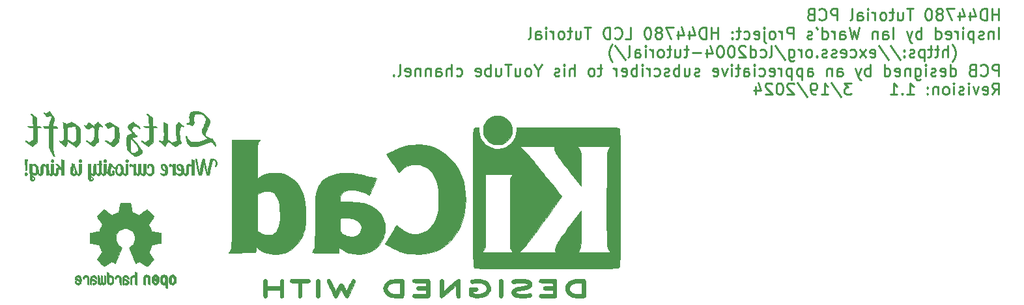
<source format=gbo>
%TF.GenerationSoftware,KiCad,Pcbnew,7.0.10*%
%TF.CreationDate,2024-03-19T08:34:47-07:00*%
%TF.ProjectId,hd44780_tutorial,68643434-3738-4305-9f74-75746f726961,1.1*%
%TF.SameCoordinates,Original*%
%TF.FileFunction,Legend,Bot*%
%TF.FilePolarity,Positive*%
%FSLAX46Y46*%
G04 Gerber Fmt 4.6, Leading zero omitted, Abs format (unit mm)*
G04 Created by KiCad (PCBNEW 7.0.10) date 2024-03-19 08:34:47*
%MOMM*%
%LPD*%
G01*
G04 APERTURE LIST*
%ADD10C,0.254000*%
%ADD11C,0.010000*%
G04 APERTURE END LIST*
D10*
X196071752Y-57707220D02*
X196071752Y-56207220D01*
X196071752Y-56921506D02*
X195214609Y-56921506D01*
X195214609Y-57707220D02*
X195214609Y-56207220D01*
X194500323Y-57707220D02*
X194500323Y-56207220D01*
X194500323Y-56207220D02*
X194143180Y-56207220D01*
X194143180Y-56207220D02*
X193928894Y-56278649D01*
X193928894Y-56278649D02*
X193786037Y-56421506D01*
X193786037Y-56421506D02*
X193714608Y-56564363D01*
X193714608Y-56564363D02*
X193643180Y-56850077D01*
X193643180Y-56850077D02*
X193643180Y-57064363D01*
X193643180Y-57064363D02*
X193714608Y-57350077D01*
X193714608Y-57350077D02*
X193786037Y-57492934D01*
X193786037Y-57492934D02*
X193928894Y-57635792D01*
X193928894Y-57635792D02*
X194143180Y-57707220D01*
X194143180Y-57707220D02*
X194500323Y-57707220D01*
X192357466Y-56707220D02*
X192357466Y-57707220D01*
X192714608Y-56135792D02*
X193071751Y-57207220D01*
X193071751Y-57207220D02*
X192143180Y-57207220D01*
X190928895Y-56707220D02*
X190928895Y-57707220D01*
X191286037Y-56135792D02*
X191643180Y-57207220D01*
X191643180Y-57207220D02*
X190714609Y-57207220D01*
X190286038Y-56207220D02*
X189286038Y-56207220D01*
X189286038Y-56207220D02*
X189928895Y-57707220D01*
X188500324Y-56850077D02*
X188643181Y-56778649D01*
X188643181Y-56778649D02*
X188714610Y-56707220D01*
X188714610Y-56707220D02*
X188786038Y-56564363D01*
X188786038Y-56564363D02*
X188786038Y-56492934D01*
X188786038Y-56492934D02*
X188714610Y-56350077D01*
X188714610Y-56350077D02*
X188643181Y-56278649D01*
X188643181Y-56278649D02*
X188500324Y-56207220D01*
X188500324Y-56207220D02*
X188214610Y-56207220D01*
X188214610Y-56207220D02*
X188071753Y-56278649D01*
X188071753Y-56278649D02*
X188000324Y-56350077D01*
X188000324Y-56350077D02*
X187928895Y-56492934D01*
X187928895Y-56492934D02*
X187928895Y-56564363D01*
X187928895Y-56564363D02*
X188000324Y-56707220D01*
X188000324Y-56707220D02*
X188071753Y-56778649D01*
X188071753Y-56778649D02*
X188214610Y-56850077D01*
X188214610Y-56850077D02*
X188500324Y-56850077D01*
X188500324Y-56850077D02*
X188643181Y-56921506D01*
X188643181Y-56921506D02*
X188714610Y-56992934D01*
X188714610Y-56992934D02*
X188786038Y-57135792D01*
X188786038Y-57135792D02*
X188786038Y-57421506D01*
X188786038Y-57421506D02*
X188714610Y-57564363D01*
X188714610Y-57564363D02*
X188643181Y-57635792D01*
X188643181Y-57635792D02*
X188500324Y-57707220D01*
X188500324Y-57707220D02*
X188214610Y-57707220D01*
X188214610Y-57707220D02*
X188071753Y-57635792D01*
X188071753Y-57635792D02*
X188000324Y-57564363D01*
X188000324Y-57564363D02*
X187928895Y-57421506D01*
X187928895Y-57421506D02*
X187928895Y-57135792D01*
X187928895Y-57135792D02*
X188000324Y-56992934D01*
X188000324Y-56992934D02*
X188071753Y-56921506D01*
X188071753Y-56921506D02*
X188214610Y-56850077D01*
X187000324Y-56207220D02*
X186857467Y-56207220D01*
X186857467Y-56207220D02*
X186714610Y-56278649D01*
X186714610Y-56278649D02*
X186643182Y-56350077D01*
X186643182Y-56350077D02*
X186571753Y-56492934D01*
X186571753Y-56492934D02*
X186500324Y-56778649D01*
X186500324Y-56778649D02*
X186500324Y-57135792D01*
X186500324Y-57135792D02*
X186571753Y-57421506D01*
X186571753Y-57421506D02*
X186643182Y-57564363D01*
X186643182Y-57564363D02*
X186714610Y-57635792D01*
X186714610Y-57635792D02*
X186857467Y-57707220D01*
X186857467Y-57707220D02*
X187000324Y-57707220D01*
X187000324Y-57707220D02*
X187143182Y-57635792D01*
X187143182Y-57635792D02*
X187214610Y-57564363D01*
X187214610Y-57564363D02*
X187286039Y-57421506D01*
X187286039Y-57421506D02*
X187357467Y-57135792D01*
X187357467Y-57135792D02*
X187357467Y-56778649D01*
X187357467Y-56778649D02*
X187286039Y-56492934D01*
X187286039Y-56492934D02*
X187214610Y-56350077D01*
X187214610Y-56350077D02*
X187143182Y-56278649D01*
X187143182Y-56278649D02*
X187000324Y-56207220D01*
X184928896Y-56207220D02*
X184071754Y-56207220D01*
X184500325Y-57707220D02*
X184500325Y-56207220D01*
X182928897Y-56707220D02*
X182928897Y-57707220D01*
X183571754Y-56707220D02*
X183571754Y-57492934D01*
X183571754Y-57492934D02*
X183500325Y-57635792D01*
X183500325Y-57635792D02*
X183357468Y-57707220D01*
X183357468Y-57707220D02*
X183143182Y-57707220D01*
X183143182Y-57707220D02*
X183000325Y-57635792D01*
X183000325Y-57635792D02*
X182928897Y-57564363D01*
X182428896Y-56707220D02*
X181857468Y-56707220D01*
X182214611Y-56207220D02*
X182214611Y-57492934D01*
X182214611Y-57492934D02*
X182143182Y-57635792D01*
X182143182Y-57635792D02*
X182000325Y-57707220D01*
X182000325Y-57707220D02*
X181857468Y-57707220D01*
X181143182Y-57707220D02*
X181286039Y-57635792D01*
X181286039Y-57635792D02*
X181357468Y-57564363D01*
X181357468Y-57564363D02*
X181428896Y-57421506D01*
X181428896Y-57421506D02*
X181428896Y-56992934D01*
X181428896Y-56992934D02*
X181357468Y-56850077D01*
X181357468Y-56850077D02*
X181286039Y-56778649D01*
X181286039Y-56778649D02*
X181143182Y-56707220D01*
X181143182Y-56707220D02*
X180928896Y-56707220D01*
X180928896Y-56707220D02*
X180786039Y-56778649D01*
X180786039Y-56778649D02*
X180714611Y-56850077D01*
X180714611Y-56850077D02*
X180643182Y-56992934D01*
X180643182Y-56992934D02*
X180643182Y-57421506D01*
X180643182Y-57421506D02*
X180714611Y-57564363D01*
X180714611Y-57564363D02*
X180786039Y-57635792D01*
X180786039Y-57635792D02*
X180928896Y-57707220D01*
X180928896Y-57707220D02*
X181143182Y-57707220D01*
X180000325Y-57707220D02*
X180000325Y-56707220D01*
X180000325Y-56992934D02*
X179928896Y-56850077D01*
X179928896Y-56850077D02*
X179857468Y-56778649D01*
X179857468Y-56778649D02*
X179714610Y-56707220D01*
X179714610Y-56707220D02*
X179571753Y-56707220D01*
X179071754Y-57707220D02*
X179071754Y-56707220D01*
X179071754Y-56207220D02*
X179143182Y-56278649D01*
X179143182Y-56278649D02*
X179071754Y-56350077D01*
X179071754Y-56350077D02*
X179000325Y-56278649D01*
X179000325Y-56278649D02*
X179071754Y-56207220D01*
X179071754Y-56207220D02*
X179071754Y-56350077D01*
X177714611Y-57707220D02*
X177714611Y-56921506D01*
X177714611Y-56921506D02*
X177786039Y-56778649D01*
X177786039Y-56778649D02*
X177928896Y-56707220D01*
X177928896Y-56707220D02*
X178214611Y-56707220D01*
X178214611Y-56707220D02*
X178357468Y-56778649D01*
X177714611Y-57635792D02*
X177857468Y-57707220D01*
X177857468Y-57707220D02*
X178214611Y-57707220D01*
X178214611Y-57707220D02*
X178357468Y-57635792D01*
X178357468Y-57635792D02*
X178428896Y-57492934D01*
X178428896Y-57492934D02*
X178428896Y-57350077D01*
X178428896Y-57350077D02*
X178357468Y-57207220D01*
X178357468Y-57207220D02*
X178214611Y-57135792D01*
X178214611Y-57135792D02*
X177857468Y-57135792D01*
X177857468Y-57135792D02*
X177714611Y-57064363D01*
X176786039Y-57707220D02*
X176928896Y-57635792D01*
X176928896Y-57635792D02*
X177000325Y-57492934D01*
X177000325Y-57492934D02*
X177000325Y-56207220D01*
X175071754Y-57707220D02*
X175071754Y-56207220D01*
X175071754Y-56207220D02*
X174500325Y-56207220D01*
X174500325Y-56207220D02*
X174357468Y-56278649D01*
X174357468Y-56278649D02*
X174286039Y-56350077D01*
X174286039Y-56350077D02*
X174214611Y-56492934D01*
X174214611Y-56492934D02*
X174214611Y-56707220D01*
X174214611Y-56707220D02*
X174286039Y-56850077D01*
X174286039Y-56850077D02*
X174357468Y-56921506D01*
X174357468Y-56921506D02*
X174500325Y-56992934D01*
X174500325Y-56992934D02*
X175071754Y-56992934D01*
X172714611Y-57564363D02*
X172786039Y-57635792D01*
X172786039Y-57635792D02*
X173000325Y-57707220D01*
X173000325Y-57707220D02*
X173143182Y-57707220D01*
X173143182Y-57707220D02*
X173357468Y-57635792D01*
X173357468Y-57635792D02*
X173500325Y-57492934D01*
X173500325Y-57492934D02*
X173571754Y-57350077D01*
X173571754Y-57350077D02*
X173643182Y-57064363D01*
X173643182Y-57064363D02*
X173643182Y-56850077D01*
X173643182Y-56850077D02*
X173571754Y-56564363D01*
X173571754Y-56564363D02*
X173500325Y-56421506D01*
X173500325Y-56421506D02*
X173357468Y-56278649D01*
X173357468Y-56278649D02*
X173143182Y-56207220D01*
X173143182Y-56207220D02*
X173000325Y-56207220D01*
X173000325Y-56207220D02*
X172786039Y-56278649D01*
X172786039Y-56278649D02*
X172714611Y-56350077D01*
X171571754Y-56921506D02*
X171357468Y-56992934D01*
X171357468Y-56992934D02*
X171286039Y-57064363D01*
X171286039Y-57064363D02*
X171214611Y-57207220D01*
X171214611Y-57207220D02*
X171214611Y-57421506D01*
X171214611Y-57421506D02*
X171286039Y-57564363D01*
X171286039Y-57564363D02*
X171357468Y-57635792D01*
X171357468Y-57635792D02*
X171500325Y-57707220D01*
X171500325Y-57707220D02*
X172071754Y-57707220D01*
X172071754Y-57707220D02*
X172071754Y-56207220D01*
X172071754Y-56207220D02*
X171571754Y-56207220D01*
X171571754Y-56207220D02*
X171428897Y-56278649D01*
X171428897Y-56278649D02*
X171357468Y-56350077D01*
X171357468Y-56350077D02*
X171286039Y-56492934D01*
X171286039Y-56492934D02*
X171286039Y-56635792D01*
X171286039Y-56635792D02*
X171357468Y-56778649D01*
X171357468Y-56778649D02*
X171428897Y-56850077D01*
X171428897Y-56850077D02*
X171571754Y-56921506D01*
X171571754Y-56921506D02*
X172071754Y-56921506D01*
X196071752Y-60122220D02*
X196071752Y-58622220D01*
X195357466Y-59122220D02*
X195357466Y-60122220D01*
X195357466Y-59265077D02*
X195286037Y-59193649D01*
X195286037Y-59193649D02*
X195143180Y-59122220D01*
X195143180Y-59122220D02*
X194928894Y-59122220D01*
X194928894Y-59122220D02*
X194786037Y-59193649D01*
X194786037Y-59193649D02*
X194714609Y-59336506D01*
X194714609Y-59336506D02*
X194714609Y-60122220D01*
X194071751Y-60050792D02*
X193928894Y-60122220D01*
X193928894Y-60122220D02*
X193643180Y-60122220D01*
X193643180Y-60122220D02*
X193500323Y-60050792D01*
X193500323Y-60050792D02*
X193428894Y-59907934D01*
X193428894Y-59907934D02*
X193428894Y-59836506D01*
X193428894Y-59836506D02*
X193500323Y-59693649D01*
X193500323Y-59693649D02*
X193643180Y-59622220D01*
X193643180Y-59622220D02*
X193857466Y-59622220D01*
X193857466Y-59622220D02*
X194000323Y-59550792D01*
X194000323Y-59550792D02*
X194071751Y-59407934D01*
X194071751Y-59407934D02*
X194071751Y-59336506D01*
X194071751Y-59336506D02*
X194000323Y-59193649D01*
X194000323Y-59193649D02*
X193857466Y-59122220D01*
X193857466Y-59122220D02*
X193643180Y-59122220D01*
X193643180Y-59122220D02*
X193500323Y-59193649D01*
X192786037Y-59122220D02*
X192786037Y-60622220D01*
X192786037Y-59193649D02*
X192643180Y-59122220D01*
X192643180Y-59122220D02*
X192357465Y-59122220D01*
X192357465Y-59122220D02*
X192214608Y-59193649D01*
X192214608Y-59193649D02*
X192143180Y-59265077D01*
X192143180Y-59265077D02*
X192071751Y-59407934D01*
X192071751Y-59407934D02*
X192071751Y-59836506D01*
X192071751Y-59836506D02*
X192143180Y-59979363D01*
X192143180Y-59979363D02*
X192214608Y-60050792D01*
X192214608Y-60050792D02*
X192357465Y-60122220D01*
X192357465Y-60122220D02*
X192643180Y-60122220D01*
X192643180Y-60122220D02*
X192786037Y-60050792D01*
X191428894Y-60122220D02*
X191428894Y-59122220D01*
X191428894Y-58622220D02*
X191500322Y-58693649D01*
X191500322Y-58693649D02*
X191428894Y-58765077D01*
X191428894Y-58765077D02*
X191357465Y-58693649D01*
X191357465Y-58693649D02*
X191428894Y-58622220D01*
X191428894Y-58622220D02*
X191428894Y-58765077D01*
X190714608Y-60122220D02*
X190714608Y-59122220D01*
X190714608Y-59407934D02*
X190643179Y-59265077D01*
X190643179Y-59265077D02*
X190571751Y-59193649D01*
X190571751Y-59193649D02*
X190428893Y-59122220D01*
X190428893Y-59122220D02*
X190286036Y-59122220D01*
X189214608Y-60050792D02*
X189357465Y-60122220D01*
X189357465Y-60122220D02*
X189643180Y-60122220D01*
X189643180Y-60122220D02*
X189786037Y-60050792D01*
X189786037Y-60050792D02*
X189857465Y-59907934D01*
X189857465Y-59907934D02*
X189857465Y-59336506D01*
X189857465Y-59336506D02*
X189786037Y-59193649D01*
X189786037Y-59193649D02*
X189643180Y-59122220D01*
X189643180Y-59122220D02*
X189357465Y-59122220D01*
X189357465Y-59122220D02*
X189214608Y-59193649D01*
X189214608Y-59193649D02*
X189143180Y-59336506D01*
X189143180Y-59336506D02*
X189143180Y-59479363D01*
X189143180Y-59479363D02*
X189857465Y-59622220D01*
X187857466Y-60122220D02*
X187857466Y-58622220D01*
X187857466Y-60050792D02*
X188000323Y-60122220D01*
X188000323Y-60122220D02*
X188286037Y-60122220D01*
X188286037Y-60122220D02*
X188428894Y-60050792D01*
X188428894Y-60050792D02*
X188500323Y-59979363D01*
X188500323Y-59979363D02*
X188571751Y-59836506D01*
X188571751Y-59836506D02*
X188571751Y-59407934D01*
X188571751Y-59407934D02*
X188500323Y-59265077D01*
X188500323Y-59265077D02*
X188428894Y-59193649D01*
X188428894Y-59193649D02*
X188286037Y-59122220D01*
X188286037Y-59122220D02*
X188000323Y-59122220D01*
X188000323Y-59122220D02*
X187857466Y-59193649D01*
X186000323Y-60122220D02*
X186000323Y-58622220D01*
X186000323Y-59193649D02*
X185857466Y-59122220D01*
X185857466Y-59122220D02*
X185571751Y-59122220D01*
X185571751Y-59122220D02*
X185428894Y-59193649D01*
X185428894Y-59193649D02*
X185357466Y-59265077D01*
X185357466Y-59265077D02*
X185286037Y-59407934D01*
X185286037Y-59407934D02*
X185286037Y-59836506D01*
X185286037Y-59836506D02*
X185357466Y-59979363D01*
X185357466Y-59979363D02*
X185428894Y-60050792D01*
X185428894Y-60050792D02*
X185571751Y-60122220D01*
X185571751Y-60122220D02*
X185857466Y-60122220D01*
X185857466Y-60122220D02*
X186000323Y-60050792D01*
X184786037Y-59122220D02*
X184428894Y-60122220D01*
X184071751Y-59122220D02*
X184428894Y-60122220D01*
X184428894Y-60122220D02*
X184571751Y-60479363D01*
X184571751Y-60479363D02*
X184643180Y-60550792D01*
X184643180Y-60550792D02*
X184786037Y-60622220D01*
X182357466Y-60122220D02*
X182357466Y-58622220D01*
X181000323Y-60122220D02*
X181000323Y-59336506D01*
X181000323Y-59336506D02*
X181071751Y-59193649D01*
X181071751Y-59193649D02*
X181214608Y-59122220D01*
X181214608Y-59122220D02*
X181500323Y-59122220D01*
X181500323Y-59122220D02*
X181643180Y-59193649D01*
X181000323Y-60050792D02*
X181143180Y-60122220D01*
X181143180Y-60122220D02*
X181500323Y-60122220D01*
X181500323Y-60122220D02*
X181643180Y-60050792D01*
X181643180Y-60050792D02*
X181714608Y-59907934D01*
X181714608Y-59907934D02*
X181714608Y-59765077D01*
X181714608Y-59765077D02*
X181643180Y-59622220D01*
X181643180Y-59622220D02*
X181500323Y-59550792D01*
X181500323Y-59550792D02*
X181143180Y-59550792D01*
X181143180Y-59550792D02*
X181000323Y-59479363D01*
X180286037Y-59122220D02*
X180286037Y-60122220D01*
X180286037Y-59265077D02*
X180214608Y-59193649D01*
X180214608Y-59193649D02*
X180071751Y-59122220D01*
X180071751Y-59122220D02*
X179857465Y-59122220D01*
X179857465Y-59122220D02*
X179714608Y-59193649D01*
X179714608Y-59193649D02*
X179643180Y-59336506D01*
X179643180Y-59336506D02*
X179643180Y-60122220D01*
X177928894Y-58622220D02*
X177571751Y-60122220D01*
X177571751Y-60122220D02*
X177286037Y-59050792D01*
X177286037Y-59050792D02*
X177000322Y-60122220D01*
X177000322Y-60122220D02*
X176643180Y-58622220D01*
X175428894Y-60122220D02*
X175428894Y-59336506D01*
X175428894Y-59336506D02*
X175500322Y-59193649D01*
X175500322Y-59193649D02*
X175643179Y-59122220D01*
X175643179Y-59122220D02*
X175928894Y-59122220D01*
X175928894Y-59122220D02*
X176071751Y-59193649D01*
X175428894Y-60050792D02*
X175571751Y-60122220D01*
X175571751Y-60122220D02*
X175928894Y-60122220D01*
X175928894Y-60122220D02*
X176071751Y-60050792D01*
X176071751Y-60050792D02*
X176143179Y-59907934D01*
X176143179Y-59907934D02*
X176143179Y-59765077D01*
X176143179Y-59765077D02*
X176071751Y-59622220D01*
X176071751Y-59622220D02*
X175928894Y-59550792D01*
X175928894Y-59550792D02*
X175571751Y-59550792D01*
X175571751Y-59550792D02*
X175428894Y-59479363D01*
X174714608Y-60122220D02*
X174714608Y-59122220D01*
X174714608Y-59407934D02*
X174643179Y-59265077D01*
X174643179Y-59265077D02*
X174571751Y-59193649D01*
X174571751Y-59193649D02*
X174428893Y-59122220D01*
X174428893Y-59122220D02*
X174286036Y-59122220D01*
X173143180Y-60122220D02*
X173143180Y-58622220D01*
X173143180Y-60050792D02*
X173286037Y-60122220D01*
X173286037Y-60122220D02*
X173571751Y-60122220D01*
X173571751Y-60122220D02*
X173714608Y-60050792D01*
X173714608Y-60050792D02*
X173786037Y-59979363D01*
X173786037Y-59979363D02*
X173857465Y-59836506D01*
X173857465Y-59836506D02*
X173857465Y-59407934D01*
X173857465Y-59407934D02*
X173786037Y-59265077D01*
X173786037Y-59265077D02*
X173714608Y-59193649D01*
X173714608Y-59193649D02*
X173571751Y-59122220D01*
X173571751Y-59122220D02*
X173286037Y-59122220D01*
X173286037Y-59122220D02*
X173143180Y-59193649D01*
X172357465Y-58622220D02*
X172500322Y-58907934D01*
X171786036Y-60050792D02*
X171643179Y-60122220D01*
X171643179Y-60122220D02*
X171357465Y-60122220D01*
X171357465Y-60122220D02*
X171214608Y-60050792D01*
X171214608Y-60050792D02*
X171143179Y-59907934D01*
X171143179Y-59907934D02*
X171143179Y-59836506D01*
X171143179Y-59836506D02*
X171214608Y-59693649D01*
X171214608Y-59693649D02*
X171357465Y-59622220D01*
X171357465Y-59622220D02*
X171571751Y-59622220D01*
X171571751Y-59622220D02*
X171714608Y-59550792D01*
X171714608Y-59550792D02*
X171786036Y-59407934D01*
X171786036Y-59407934D02*
X171786036Y-59336506D01*
X171786036Y-59336506D02*
X171714608Y-59193649D01*
X171714608Y-59193649D02*
X171571751Y-59122220D01*
X171571751Y-59122220D02*
X171357465Y-59122220D01*
X171357465Y-59122220D02*
X171214608Y-59193649D01*
X169357465Y-60122220D02*
X169357465Y-58622220D01*
X169357465Y-58622220D02*
X168786036Y-58622220D01*
X168786036Y-58622220D02*
X168643179Y-58693649D01*
X168643179Y-58693649D02*
X168571750Y-58765077D01*
X168571750Y-58765077D02*
X168500322Y-58907934D01*
X168500322Y-58907934D02*
X168500322Y-59122220D01*
X168500322Y-59122220D02*
X168571750Y-59265077D01*
X168571750Y-59265077D02*
X168643179Y-59336506D01*
X168643179Y-59336506D02*
X168786036Y-59407934D01*
X168786036Y-59407934D02*
X169357465Y-59407934D01*
X167857465Y-60122220D02*
X167857465Y-59122220D01*
X167857465Y-59407934D02*
X167786036Y-59265077D01*
X167786036Y-59265077D02*
X167714608Y-59193649D01*
X167714608Y-59193649D02*
X167571750Y-59122220D01*
X167571750Y-59122220D02*
X167428893Y-59122220D01*
X166714608Y-60122220D02*
X166857465Y-60050792D01*
X166857465Y-60050792D02*
X166928894Y-59979363D01*
X166928894Y-59979363D02*
X167000322Y-59836506D01*
X167000322Y-59836506D02*
X167000322Y-59407934D01*
X167000322Y-59407934D02*
X166928894Y-59265077D01*
X166928894Y-59265077D02*
X166857465Y-59193649D01*
X166857465Y-59193649D02*
X166714608Y-59122220D01*
X166714608Y-59122220D02*
X166500322Y-59122220D01*
X166500322Y-59122220D02*
X166357465Y-59193649D01*
X166357465Y-59193649D02*
X166286037Y-59265077D01*
X166286037Y-59265077D02*
X166214608Y-59407934D01*
X166214608Y-59407934D02*
X166214608Y-59836506D01*
X166214608Y-59836506D02*
X166286037Y-59979363D01*
X166286037Y-59979363D02*
X166357465Y-60050792D01*
X166357465Y-60050792D02*
X166500322Y-60122220D01*
X166500322Y-60122220D02*
X166714608Y-60122220D01*
X165571751Y-59122220D02*
X165571751Y-60407934D01*
X165571751Y-60407934D02*
X165643179Y-60550792D01*
X165643179Y-60550792D02*
X165786036Y-60622220D01*
X165786036Y-60622220D02*
X165857465Y-60622220D01*
X165571751Y-58622220D02*
X165643179Y-58693649D01*
X165643179Y-58693649D02*
X165571751Y-58765077D01*
X165571751Y-58765077D02*
X165500322Y-58693649D01*
X165500322Y-58693649D02*
X165571751Y-58622220D01*
X165571751Y-58622220D02*
X165571751Y-58765077D01*
X164286036Y-60050792D02*
X164428893Y-60122220D01*
X164428893Y-60122220D02*
X164714608Y-60122220D01*
X164714608Y-60122220D02*
X164857465Y-60050792D01*
X164857465Y-60050792D02*
X164928893Y-59907934D01*
X164928893Y-59907934D02*
X164928893Y-59336506D01*
X164928893Y-59336506D02*
X164857465Y-59193649D01*
X164857465Y-59193649D02*
X164714608Y-59122220D01*
X164714608Y-59122220D02*
X164428893Y-59122220D01*
X164428893Y-59122220D02*
X164286036Y-59193649D01*
X164286036Y-59193649D02*
X164214608Y-59336506D01*
X164214608Y-59336506D02*
X164214608Y-59479363D01*
X164214608Y-59479363D02*
X164928893Y-59622220D01*
X162928894Y-60050792D02*
X163071751Y-60122220D01*
X163071751Y-60122220D02*
X163357465Y-60122220D01*
X163357465Y-60122220D02*
X163500322Y-60050792D01*
X163500322Y-60050792D02*
X163571751Y-59979363D01*
X163571751Y-59979363D02*
X163643179Y-59836506D01*
X163643179Y-59836506D02*
X163643179Y-59407934D01*
X163643179Y-59407934D02*
X163571751Y-59265077D01*
X163571751Y-59265077D02*
X163500322Y-59193649D01*
X163500322Y-59193649D02*
X163357465Y-59122220D01*
X163357465Y-59122220D02*
X163071751Y-59122220D01*
X163071751Y-59122220D02*
X162928894Y-59193649D01*
X162500322Y-59122220D02*
X161928894Y-59122220D01*
X162286037Y-58622220D02*
X162286037Y-59907934D01*
X162286037Y-59907934D02*
X162214608Y-60050792D01*
X162214608Y-60050792D02*
X162071751Y-60122220D01*
X162071751Y-60122220D02*
X161928894Y-60122220D01*
X161428894Y-59979363D02*
X161357465Y-60050792D01*
X161357465Y-60050792D02*
X161428894Y-60122220D01*
X161428894Y-60122220D02*
X161500322Y-60050792D01*
X161500322Y-60050792D02*
X161428894Y-59979363D01*
X161428894Y-59979363D02*
X161428894Y-60122220D01*
X161428894Y-59193649D02*
X161357465Y-59265077D01*
X161357465Y-59265077D02*
X161428894Y-59336506D01*
X161428894Y-59336506D02*
X161500322Y-59265077D01*
X161500322Y-59265077D02*
X161428894Y-59193649D01*
X161428894Y-59193649D02*
X161428894Y-59336506D01*
X159571751Y-60122220D02*
X159571751Y-58622220D01*
X159571751Y-59336506D02*
X158714608Y-59336506D01*
X158714608Y-60122220D02*
X158714608Y-58622220D01*
X158000322Y-60122220D02*
X158000322Y-58622220D01*
X158000322Y-58622220D02*
X157643179Y-58622220D01*
X157643179Y-58622220D02*
X157428893Y-58693649D01*
X157428893Y-58693649D02*
X157286036Y-58836506D01*
X157286036Y-58836506D02*
X157214607Y-58979363D01*
X157214607Y-58979363D02*
X157143179Y-59265077D01*
X157143179Y-59265077D02*
X157143179Y-59479363D01*
X157143179Y-59479363D02*
X157214607Y-59765077D01*
X157214607Y-59765077D02*
X157286036Y-59907934D01*
X157286036Y-59907934D02*
X157428893Y-60050792D01*
X157428893Y-60050792D02*
X157643179Y-60122220D01*
X157643179Y-60122220D02*
X158000322Y-60122220D01*
X155857465Y-59122220D02*
X155857465Y-60122220D01*
X156214607Y-58550792D02*
X156571750Y-59622220D01*
X156571750Y-59622220D02*
X155643179Y-59622220D01*
X154428894Y-59122220D02*
X154428894Y-60122220D01*
X154786036Y-58550792D02*
X155143179Y-59622220D01*
X155143179Y-59622220D02*
X154214608Y-59622220D01*
X153786037Y-58622220D02*
X152786037Y-58622220D01*
X152786037Y-58622220D02*
X153428894Y-60122220D01*
X152000323Y-59265077D02*
X152143180Y-59193649D01*
X152143180Y-59193649D02*
X152214609Y-59122220D01*
X152214609Y-59122220D02*
X152286037Y-58979363D01*
X152286037Y-58979363D02*
X152286037Y-58907934D01*
X152286037Y-58907934D02*
X152214609Y-58765077D01*
X152214609Y-58765077D02*
X152143180Y-58693649D01*
X152143180Y-58693649D02*
X152000323Y-58622220D01*
X152000323Y-58622220D02*
X151714609Y-58622220D01*
X151714609Y-58622220D02*
X151571752Y-58693649D01*
X151571752Y-58693649D02*
X151500323Y-58765077D01*
X151500323Y-58765077D02*
X151428894Y-58907934D01*
X151428894Y-58907934D02*
X151428894Y-58979363D01*
X151428894Y-58979363D02*
X151500323Y-59122220D01*
X151500323Y-59122220D02*
X151571752Y-59193649D01*
X151571752Y-59193649D02*
X151714609Y-59265077D01*
X151714609Y-59265077D02*
X152000323Y-59265077D01*
X152000323Y-59265077D02*
X152143180Y-59336506D01*
X152143180Y-59336506D02*
X152214609Y-59407934D01*
X152214609Y-59407934D02*
X152286037Y-59550792D01*
X152286037Y-59550792D02*
X152286037Y-59836506D01*
X152286037Y-59836506D02*
X152214609Y-59979363D01*
X152214609Y-59979363D02*
X152143180Y-60050792D01*
X152143180Y-60050792D02*
X152000323Y-60122220D01*
X152000323Y-60122220D02*
X151714609Y-60122220D01*
X151714609Y-60122220D02*
X151571752Y-60050792D01*
X151571752Y-60050792D02*
X151500323Y-59979363D01*
X151500323Y-59979363D02*
X151428894Y-59836506D01*
X151428894Y-59836506D02*
X151428894Y-59550792D01*
X151428894Y-59550792D02*
X151500323Y-59407934D01*
X151500323Y-59407934D02*
X151571752Y-59336506D01*
X151571752Y-59336506D02*
X151714609Y-59265077D01*
X150500323Y-58622220D02*
X150357466Y-58622220D01*
X150357466Y-58622220D02*
X150214609Y-58693649D01*
X150214609Y-58693649D02*
X150143181Y-58765077D01*
X150143181Y-58765077D02*
X150071752Y-58907934D01*
X150071752Y-58907934D02*
X150000323Y-59193649D01*
X150000323Y-59193649D02*
X150000323Y-59550792D01*
X150000323Y-59550792D02*
X150071752Y-59836506D01*
X150071752Y-59836506D02*
X150143181Y-59979363D01*
X150143181Y-59979363D02*
X150214609Y-60050792D01*
X150214609Y-60050792D02*
X150357466Y-60122220D01*
X150357466Y-60122220D02*
X150500323Y-60122220D01*
X150500323Y-60122220D02*
X150643181Y-60050792D01*
X150643181Y-60050792D02*
X150714609Y-59979363D01*
X150714609Y-59979363D02*
X150786038Y-59836506D01*
X150786038Y-59836506D02*
X150857466Y-59550792D01*
X150857466Y-59550792D02*
X150857466Y-59193649D01*
X150857466Y-59193649D02*
X150786038Y-58907934D01*
X150786038Y-58907934D02*
X150714609Y-58765077D01*
X150714609Y-58765077D02*
X150643181Y-58693649D01*
X150643181Y-58693649D02*
X150500323Y-58622220D01*
X147500324Y-60122220D02*
X148214610Y-60122220D01*
X148214610Y-60122220D02*
X148214610Y-58622220D01*
X146143181Y-59979363D02*
X146214609Y-60050792D01*
X146214609Y-60050792D02*
X146428895Y-60122220D01*
X146428895Y-60122220D02*
X146571752Y-60122220D01*
X146571752Y-60122220D02*
X146786038Y-60050792D01*
X146786038Y-60050792D02*
X146928895Y-59907934D01*
X146928895Y-59907934D02*
X147000324Y-59765077D01*
X147000324Y-59765077D02*
X147071752Y-59479363D01*
X147071752Y-59479363D02*
X147071752Y-59265077D01*
X147071752Y-59265077D02*
X147000324Y-58979363D01*
X147000324Y-58979363D02*
X146928895Y-58836506D01*
X146928895Y-58836506D02*
X146786038Y-58693649D01*
X146786038Y-58693649D02*
X146571752Y-58622220D01*
X146571752Y-58622220D02*
X146428895Y-58622220D01*
X146428895Y-58622220D02*
X146214609Y-58693649D01*
X146214609Y-58693649D02*
X146143181Y-58765077D01*
X145500324Y-60122220D02*
X145500324Y-58622220D01*
X145500324Y-58622220D02*
X145143181Y-58622220D01*
X145143181Y-58622220D02*
X144928895Y-58693649D01*
X144928895Y-58693649D02*
X144786038Y-58836506D01*
X144786038Y-58836506D02*
X144714609Y-58979363D01*
X144714609Y-58979363D02*
X144643181Y-59265077D01*
X144643181Y-59265077D02*
X144643181Y-59479363D01*
X144643181Y-59479363D02*
X144714609Y-59765077D01*
X144714609Y-59765077D02*
X144786038Y-59907934D01*
X144786038Y-59907934D02*
X144928895Y-60050792D01*
X144928895Y-60050792D02*
X145143181Y-60122220D01*
X145143181Y-60122220D02*
X145500324Y-60122220D01*
X143071752Y-58622220D02*
X142214610Y-58622220D01*
X142643181Y-60122220D02*
X142643181Y-58622220D01*
X141071753Y-59122220D02*
X141071753Y-60122220D01*
X141714610Y-59122220D02*
X141714610Y-59907934D01*
X141714610Y-59907934D02*
X141643181Y-60050792D01*
X141643181Y-60050792D02*
X141500324Y-60122220D01*
X141500324Y-60122220D02*
X141286038Y-60122220D01*
X141286038Y-60122220D02*
X141143181Y-60050792D01*
X141143181Y-60050792D02*
X141071753Y-59979363D01*
X140571752Y-59122220D02*
X140000324Y-59122220D01*
X140357467Y-58622220D02*
X140357467Y-59907934D01*
X140357467Y-59907934D02*
X140286038Y-60050792D01*
X140286038Y-60050792D02*
X140143181Y-60122220D01*
X140143181Y-60122220D02*
X140000324Y-60122220D01*
X139286038Y-60122220D02*
X139428895Y-60050792D01*
X139428895Y-60050792D02*
X139500324Y-59979363D01*
X139500324Y-59979363D02*
X139571752Y-59836506D01*
X139571752Y-59836506D02*
X139571752Y-59407934D01*
X139571752Y-59407934D02*
X139500324Y-59265077D01*
X139500324Y-59265077D02*
X139428895Y-59193649D01*
X139428895Y-59193649D02*
X139286038Y-59122220D01*
X139286038Y-59122220D02*
X139071752Y-59122220D01*
X139071752Y-59122220D02*
X138928895Y-59193649D01*
X138928895Y-59193649D02*
X138857467Y-59265077D01*
X138857467Y-59265077D02*
X138786038Y-59407934D01*
X138786038Y-59407934D02*
X138786038Y-59836506D01*
X138786038Y-59836506D02*
X138857467Y-59979363D01*
X138857467Y-59979363D02*
X138928895Y-60050792D01*
X138928895Y-60050792D02*
X139071752Y-60122220D01*
X139071752Y-60122220D02*
X139286038Y-60122220D01*
X138143181Y-60122220D02*
X138143181Y-59122220D01*
X138143181Y-59407934D02*
X138071752Y-59265077D01*
X138071752Y-59265077D02*
X138000324Y-59193649D01*
X138000324Y-59193649D02*
X137857466Y-59122220D01*
X137857466Y-59122220D02*
X137714609Y-59122220D01*
X137214610Y-60122220D02*
X137214610Y-59122220D01*
X137214610Y-58622220D02*
X137286038Y-58693649D01*
X137286038Y-58693649D02*
X137214610Y-58765077D01*
X137214610Y-58765077D02*
X137143181Y-58693649D01*
X137143181Y-58693649D02*
X137214610Y-58622220D01*
X137214610Y-58622220D02*
X137214610Y-58765077D01*
X135857467Y-60122220D02*
X135857467Y-59336506D01*
X135857467Y-59336506D02*
X135928895Y-59193649D01*
X135928895Y-59193649D02*
X136071752Y-59122220D01*
X136071752Y-59122220D02*
X136357467Y-59122220D01*
X136357467Y-59122220D02*
X136500324Y-59193649D01*
X135857467Y-60050792D02*
X136000324Y-60122220D01*
X136000324Y-60122220D02*
X136357467Y-60122220D01*
X136357467Y-60122220D02*
X136500324Y-60050792D01*
X136500324Y-60050792D02*
X136571752Y-59907934D01*
X136571752Y-59907934D02*
X136571752Y-59765077D01*
X136571752Y-59765077D02*
X136500324Y-59622220D01*
X136500324Y-59622220D02*
X136357467Y-59550792D01*
X136357467Y-59550792D02*
X136000324Y-59550792D01*
X136000324Y-59550792D02*
X135857467Y-59479363D01*
X134928895Y-60122220D02*
X135071752Y-60050792D01*
X135071752Y-60050792D02*
X135143181Y-59907934D01*
X135143181Y-59907934D02*
X135143181Y-58622220D01*
X190000323Y-63108649D02*
X190071752Y-63037220D01*
X190071752Y-63037220D02*
X190214609Y-62822934D01*
X190214609Y-62822934D02*
X190286038Y-62680077D01*
X190286038Y-62680077D02*
X190357466Y-62465792D01*
X190357466Y-62465792D02*
X190428895Y-62108649D01*
X190428895Y-62108649D02*
X190428895Y-61822934D01*
X190428895Y-61822934D02*
X190357466Y-61465792D01*
X190357466Y-61465792D02*
X190286038Y-61251506D01*
X190286038Y-61251506D02*
X190214609Y-61108649D01*
X190214609Y-61108649D02*
X190071752Y-60894363D01*
X190071752Y-60894363D02*
X190000323Y-60822934D01*
X189428895Y-62537220D02*
X189428895Y-61037220D01*
X188786038Y-62537220D02*
X188786038Y-61751506D01*
X188786038Y-61751506D02*
X188857466Y-61608649D01*
X188857466Y-61608649D02*
X189000323Y-61537220D01*
X189000323Y-61537220D02*
X189214609Y-61537220D01*
X189214609Y-61537220D02*
X189357466Y-61608649D01*
X189357466Y-61608649D02*
X189428895Y-61680077D01*
X188286037Y-61537220D02*
X187714609Y-61537220D01*
X188071752Y-61037220D02*
X188071752Y-62322934D01*
X188071752Y-62322934D02*
X188000323Y-62465792D01*
X188000323Y-62465792D02*
X187857466Y-62537220D01*
X187857466Y-62537220D02*
X187714609Y-62537220D01*
X187428894Y-61537220D02*
X186857466Y-61537220D01*
X187214609Y-61037220D02*
X187214609Y-62322934D01*
X187214609Y-62322934D02*
X187143180Y-62465792D01*
X187143180Y-62465792D02*
X187000323Y-62537220D01*
X187000323Y-62537220D02*
X186857466Y-62537220D01*
X186357466Y-61537220D02*
X186357466Y-63037220D01*
X186357466Y-61608649D02*
X186214609Y-61537220D01*
X186214609Y-61537220D02*
X185928894Y-61537220D01*
X185928894Y-61537220D02*
X185786037Y-61608649D01*
X185786037Y-61608649D02*
X185714609Y-61680077D01*
X185714609Y-61680077D02*
X185643180Y-61822934D01*
X185643180Y-61822934D02*
X185643180Y-62251506D01*
X185643180Y-62251506D02*
X185714609Y-62394363D01*
X185714609Y-62394363D02*
X185786037Y-62465792D01*
X185786037Y-62465792D02*
X185928894Y-62537220D01*
X185928894Y-62537220D02*
X186214609Y-62537220D01*
X186214609Y-62537220D02*
X186357466Y-62465792D01*
X185071751Y-62465792D02*
X184928894Y-62537220D01*
X184928894Y-62537220D02*
X184643180Y-62537220D01*
X184643180Y-62537220D02*
X184500323Y-62465792D01*
X184500323Y-62465792D02*
X184428894Y-62322934D01*
X184428894Y-62322934D02*
X184428894Y-62251506D01*
X184428894Y-62251506D02*
X184500323Y-62108649D01*
X184500323Y-62108649D02*
X184643180Y-62037220D01*
X184643180Y-62037220D02*
X184857466Y-62037220D01*
X184857466Y-62037220D02*
X185000323Y-61965792D01*
X185000323Y-61965792D02*
X185071751Y-61822934D01*
X185071751Y-61822934D02*
X185071751Y-61751506D01*
X185071751Y-61751506D02*
X185000323Y-61608649D01*
X185000323Y-61608649D02*
X184857466Y-61537220D01*
X184857466Y-61537220D02*
X184643180Y-61537220D01*
X184643180Y-61537220D02*
X184500323Y-61608649D01*
X183786037Y-62394363D02*
X183714608Y-62465792D01*
X183714608Y-62465792D02*
X183786037Y-62537220D01*
X183786037Y-62537220D02*
X183857465Y-62465792D01*
X183857465Y-62465792D02*
X183786037Y-62394363D01*
X183786037Y-62394363D02*
X183786037Y-62537220D01*
X183786037Y-61608649D02*
X183714608Y-61680077D01*
X183714608Y-61680077D02*
X183786037Y-61751506D01*
X183786037Y-61751506D02*
X183857465Y-61680077D01*
X183857465Y-61680077D02*
X183786037Y-61608649D01*
X183786037Y-61608649D02*
X183786037Y-61751506D01*
X182000322Y-60965792D02*
X183286036Y-62894363D01*
X180428893Y-60965792D02*
X181714607Y-62894363D01*
X179357464Y-62465792D02*
X179500321Y-62537220D01*
X179500321Y-62537220D02*
X179786036Y-62537220D01*
X179786036Y-62537220D02*
X179928893Y-62465792D01*
X179928893Y-62465792D02*
X180000321Y-62322934D01*
X180000321Y-62322934D02*
X180000321Y-61751506D01*
X180000321Y-61751506D02*
X179928893Y-61608649D01*
X179928893Y-61608649D02*
X179786036Y-61537220D01*
X179786036Y-61537220D02*
X179500321Y-61537220D01*
X179500321Y-61537220D02*
X179357464Y-61608649D01*
X179357464Y-61608649D02*
X179286036Y-61751506D01*
X179286036Y-61751506D02*
X179286036Y-61894363D01*
X179286036Y-61894363D02*
X180000321Y-62037220D01*
X178786036Y-62537220D02*
X178000322Y-61537220D01*
X178786036Y-61537220D02*
X178000322Y-62537220D01*
X176786036Y-62465792D02*
X176928893Y-62537220D01*
X176928893Y-62537220D02*
X177214607Y-62537220D01*
X177214607Y-62537220D02*
X177357464Y-62465792D01*
X177357464Y-62465792D02*
X177428893Y-62394363D01*
X177428893Y-62394363D02*
X177500321Y-62251506D01*
X177500321Y-62251506D02*
X177500321Y-61822934D01*
X177500321Y-61822934D02*
X177428893Y-61680077D01*
X177428893Y-61680077D02*
X177357464Y-61608649D01*
X177357464Y-61608649D02*
X177214607Y-61537220D01*
X177214607Y-61537220D02*
X176928893Y-61537220D01*
X176928893Y-61537220D02*
X176786036Y-61608649D01*
X175571750Y-62465792D02*
X175714607Y-62537220D01*
X175714607Y-62537220D02*
X176000322Y-62537220D01*
X176000322Y-62537220D02*
X176143179Y-62465792D01*
X176143179Y-62465792D02*
X176214607Y-62322934D01*
X176214607Y-62322934D02*
X176214607Y-61751506D01*
X176214607Y-61751506D02*
X176143179Y-61608649D01*
X176143179Y-61608649D02*
X176000322Y-61537220D01*
X176000322Y-61537220D02*
X175714607Y-61537220D01*
X175714607Y-61537220D02*
X175571750Y-61608649D01*
X175571750Y-61608649D02*
X175500322Y-61751506D01*
X175500322Y-61751506D02*
X175500322Y-61894363D01*
X175500322Y-61894363D02*
X176214607Y-62037220D01*
X174928893Y-62465792D02*
X174786036Y-62537220D01*
X174786036Y-62537220D02*
X174500322Y-62537220D01*
X174500322Y-62537220D02*
X174357465Y-62465792D01*
X174357465Y-62465792D02*
X174286036Y-62322934D01*
X174286036Y-62322934D02*
X174286036Y-62251506D01*
X174286036Y-62251506D02*
X174357465Y-62108649D01*
X174357465Y-62108649D02*
X174500322Y-62037220D01*
X174500322Y-62037220D02*
X174714608Y-62037220D01*
X174714608Y-62037220D02*
X174857465Y-61965792D01*
X174857465Y-61965792D02*
X174928893Y-61822934D01*
X174928893Y-61822934D02*
X174928893Y-61751506D01*
X174928893Y-61751506D02*
X174857465Y-61608649D01*
X174857465Y-61608649D02*
X174714608Y-61537220D01*
X174714608Y-61537220D02*
X174500322Y-61537220D01*
X174500322Y-61537220D02*
X174357465Y-61608649D01*
X173714607Y-62465792D02*
X173571750Y-62537220D01*
X173571750Y-62537220D02*
X173286036Y-62537220D01*
X173286036Y-62537220D02*
X173143179Y-62465792D01*
X173143179Y-62465792D02*
X173071750Y-62322934D01*
X173071750Y-62322934D02*
X173071750Y-62251506D01*
X173071750Y-62251506D02*
X173143179Y-62108649D01*
X173143179Y-62108649D02*
X173286036Y-62037220D01*
X173286036Y-62037220D02*
X173500322Y-62037220D01*
X173500322Y-62037220D02*
X173643179Y-61965792D01*
X173643179Y-61965792D02*
X173714607Y-61822934D01*
X173714607Y-61822934D02*
X173714607Y-61751506D01*
X173714607Y-61751506D02*
X173643179Y-61608649D01*
X173643179Y-61608649D02*
X173500322Y-61537220D01*
X173500322Y-61537220D02*
X173286036Y-61537220D01*
X173286036Y-61537220D02*
X173143179Y-61608649D01*
X172428893Y-62394363D02*
X172357464Y-62465792D01*
X172357464Y-62465792D02*
X172428893Y-62537220D01*
X172428893Y-62537220D02*
X172500321Y-62465792D01*
X172500321Y-62465792D02*
X172428893Y-62394363D01*
X172428893Y-62394363D02*
X172428893Y-62537220D01*
X171500321Y-62537220D02*
X171643178Y-62465792D01*
X171643178Y-62465792D02*
X171714607Y-62394363D01*
X171714607Y-62394363D02*
X171786035Y-62251506D01*
X171786035Y-62251506D02*
X171786035Y-61822934D01*
X171786035Y-61822934D02*
X171714607Y-61680077D01*
X171714607Y-61680077D02*
X171643178Y-61608649D01*
X171643178Y-61608649D02*
X171500321Y-61537220D01*
X171500321Y-61537220D02*
X171286035Y-61537220D01*
X171286035Y-61537220D02*
X171143178Y-61608649D01*
X171143178Y-61608649D02*
X171071750Y-61680077D01*
X171071750Y-61680077D02*
X171000321Y-61822934D01*
X171000321Y-61822934D02*
X171000321Y-62251506D01*
X171000321Y-62251506D02*
X171071750Y-62394363D01*
X171071750Y-62394363D02*
X171143178Y-62465792D01*
X171143178Y-62465792D02*
X171286035Y-62537220D01*
X171286035Y-62537220D02*
X171500321Y-62537220D01*
X170357464Y-62537220D02*
X170357464Y-61537220D01*
X170357464Y-61822934D02*
X170286035Y-61680077D01*
X170286035Y-61680077D02*
X170214607Y-61608649D01*
X170214607Y-61608649D02*
X170071749Y-61537220D01*
X170071749Y-61537220D02*
X169928892Y-61537220D01*
X168786036Y-61537220D02*
X168786036Y-62751506D01*
X168786036Y-62751506D02*
X168857464Y-62894363D01*
X168857464Y-62894363D02*
X168928893Y-62965792D01*
X168928893Y-62965792D02*
X169071750Y-63037220D01*
X169071750Y-63037220D02*
X169286036Y-63037220D01*
X169286036Y-63037220D02*
X169428893Y-62965792D01*
X168786036Y-62465792D02*
X168928893Y-62537220D01*
X168928893Y-62537220D02*
X169214607Y-62537220D01*
X169214607Y-62537220D02*
X169357464Y-62465792D01*
X169357464Y-62465792D02*
X169428893Y-62394363D01*
X169428893Y-62394363D02*
X169500321Y-62251506D01*
X169500321Y-62251506D02*
X169500321Y-61822934D01*
X169500321Y-61822934D02*
X169428893Y-61680077D01*
X169428893Y-61680077D02*
X169357464Y-61608649D01*
X169357464Y-61608649D02*
X169214607Y-61537220D01*
X169214607Y-61537220D02*
X168928893Y-61537220D01*
X168928893Y-61537220D02*
X168786036Y-61608649D01*
X167000321Y-60965792D02*
X168286035Y-62894363D01*
X166286035Y-62537220D02*
X166428892Y-62465792D01*
X166428892Y-62465792D02*
X166500321Y-62322934D01*
X166500321Y-62322934D02*
X166500321Y-61037220D01*
X165071750Y-62465792D02*
X165214607Y-62537220D01*
X165214607Y-62537220D02*
X165500321Y-62537220D01*
X165500321Y-62537220D02*
X165643178Y-62465792D01*
X165643178Y-62465792D02*
X165714607Y-62394363D01*
X165714607Y-62394363D02*
X165786035Y-62251506D01*
X165786035Y-62251506D02*
X165786035Y-61822934D01*
X165786035Y-61822934D02*
X165714607Y-61680077D01*
X165714607Y-61680077D02*
X165643178Y-61608649D01*
X165643178Y-61608649D02*
X165500321Y-61537220D01*
X165500321Y-61537220D02*
X165214607Y-61537220D01*
X165214607Y-61537220D02*
X165071750Y-61608649D01*
X163786036Y-62537220D02*
X163786036Y-61037220D01*
X163786036Y-62465792D02*
X163928893Y-62537220D01*
X163928893Y-62537220D02*
X164214607Y-62537220D01*
X164214607Y-62537220D02*
X164357464Y-62465792D01*
X164357464Y-62465792D02*
X164428893Y-62394363D01*
X164428893Y-62394363D02*
X164500321Y-62251506D01*
X164500321Y-62251506D02*
X164500321Y-61822934D01*
X164500321Y-61822934D02*
X164428893Y-61680077D01*
X164428893Y-61680077D02*
X164357464Y-61608649D01*
X164357464Y-61608649D02*
X164214607Y-61537220D01*
X164214607Y-61537220D02*
X163928893Y-61537220D01*
X163928893Y-61537220D02*
X163786036Y-61608649D01*
X163143178Y-61180077D02*
X163071750Y-61108649D01*
X163071750Y-61108649D02*
X162928893Y-61037220D01*
X162928893Y-61037220D02*
X162571750Y-61037220D01*
X162571750Y-61037220D02*
X162428893Y-61108649D01*
X162428893Y-61108649D02*
X162357464Y-61180077D01*
X162357464Y-61180077D02*
X162286035Y-61322934D01*
X162286035Y-61322934D02*
X162286035Y-61465792D01*
X162286035Y-61465792D02*
X162357464Y-61680077D01*
X162357464Y-61680077D02*
X163214607Y-62537220D01*
X163214607Y-62537220D02*
X162286035Y-62537220D01*
X161357464Y-61037220D02*
X161214607Y-61037220D01*
X161214607Y-61037220D02*
X161071750Y-61108649D01*
X161071750Y-61108649D02*
X161000322Y-61180077D01*
X161000322Y-61180077D02*
X160928893Y-61322934D01*
X160928893Y-61322934D02*
X160857464Y-61608649D01*
X160857464Y-61608649D02*
X160857464Y-61965792D01*
X160857464Y-61965792D02*
X160928893Y-62251506D01*
X160928893Y-62251506D02*
X161000322Y-62394363D01*
X161000322Y-62394363D02*
X161071750Y-62465792D01*
X161071750Y-62465792D02*
X161214607Y-62537220D01*
X161214607Y-62537220D02*
X161357464Y-62537220D01*
X161357464Y-62537220D02*
X161500322Y-62465792D01*
X161500322Y-62465792D02*
X161571750Y-62394363D01*
X161571750Y-62394363D02*
X161643179Y-62251506D01*
X161643179Y-62251506D02*
X161714607Y-61965792D01*
X161714607Y-61965792D02*
X161714607Y-61608649D01*
X161714607Y-61608649D02*
X161643179Y-61322934D01*
X161643179Y-61322934D02*
X161571750Y-61180077D01*
X161571750Y-61180077D02*
X161500322Y-61108649D01*
X161500322Y-61108649D02*
X161357464Y-61037220D01*
X159928893Y-61037220D02*
X159786036Y-61037220D01*
X159786036Y-61037220D02*
X159643179Y-61108649D01*
X159643179Y-61108649D02*
X159571751Y-61180077D01*
X159571751Y-61180077D02*
X159500322Y-61322934D01*
X159500322Y-61322934D02*
X159428893Y-61608649D01*
X159428893Y-61608649D02*
X159428893Y-61965792D01*
X159428893Y-61965792D02*
X159500322Y-62251506D01*
X159500322Y-62251506D02*
X159571751Y-62394363D01*
X159571751Y-62394363D02*
X159643179Y-62465792D01*
X159643179Y-62465792D02*
X159786036Y-62537220D01*
X159786036Y-62537220D02*
X159928893Y-62537220D01*
X159928893Y-62537220D02*
X160071751Y-62465792D01*
X160071751Y-62465792D02*
X160143179Y-62394363D01*
X160143179Y-62394363D02*
X160214608Y-62251506D01*
X160214608Y-62251506D02*
X160286036Y-61965792D01*
X160286036Y-61965792D02*
X160286036Y-61608649D01*
X160286036Y-61608649D02*
X160214608Y-61322934D01*
X160214608Y-61322934D02*
X160143179Y-61180077D01*
X160143179Y-61180077D02*
X160071751Y-61108649D01*
X160071751Y-61108649D02*
X159928893Y-61037220D01*
X158143180Y-61537220D02*
X158143180Y-62537220D01*
X158500322Y-60965792D02*
X158857465Y-62037220D01*
X158857465Y-62037220D02*
X157928894Y-62037220D01*
X157357466Y-61965792D02*
X156214609Y-61965792D01*
X155714608Y-61537220D02*
X155143180Y-61537220D01*
X155500323Y-61037220D02*
X155500323Y-62322934D01*
X155500323Y-62322934D02*
X155428894Y-62465792D01*
X155428894Y-62465792D02*
X155286037Y-62537220D01*
X155286037Y-62537220D02*
X155143180Y-62537220D01*
X154000323Y-61537220D02*
X154000323Y-62537220D01*
X154643180Y-61537220D02*
X154643180Y-62322934D01*
X154643180Y-62322934D02*
X154571751Y-62465792D01*
X154571751Y-62465792D02*
X154428894Y-62537220D01*
X154428894Y-62537220D02*
X154214608Y-62537220D01*
X154214608Y-62537220D02*
X154071751Y-62465792D01*
X154071751Y-62465792D02*
X154000323Y-62394363D01*
X153500322Y-61537220D02*
X152928894Y-61537220D01*
X153286037Y-61037220D02*
X153286037Y-62322934D01*
X153286037Y-62322934D02*
X153214608Y-62465792D01*
X153214608Y-62465792D02*
X153071751Y-62537220D01*
X153071751Y-62537220D02*
X152928894Y-62537220D01*
X152214608Y-62537220D02*
X152357465Y-62465792D01*
X152357465Y-62465792D02*
X152428894Y-62394363D01*
X152428894Y-62394363D02*
X152500322Y-62251506D01*
X152500322Y-62251506D02*
X152500322Y-61822934D01*
X152500322Y-61822934D02*
X152428894Y-61680077D01*
X152428894Y-61680077D02*
X152357465Y-61608649D01*
X152357465Y-61608649D02*
X152214608Y-61537220D01*
X152214608Y-61537220D02*
X152000322Y-61537220D01*
X152000322Y-61537220D02*
X151857465Y-61608649D01*
X151857465Y-61608649D02*
X151786037Y-61680077D01*
X151786037Y-61680077D02*
X151714608Y-61822934D01*
X151714608Y-61822934D02*
X151714608Y-62251506D01*
X151714608Y-62251506D02*
X151786037Y-62394363D01*
X151786037Y-62394363D02*
X151857465Y-62465792D01*
X151857465Y-62465792D02*
X152000322Y-62537220D01*
X152000322Y-62537220D02*
X152214608Y-62537220D01*
X151071751Y-62537220D02*
X151071751Y-61537220D01*
X151071751Y-61822934D02*
X151000322Y-61680077D01*
X151000322Y-61680077D02*
X150928894Y-61608649D01*
X150928894Y-61608649D02*
X150786036Y-61537220D01*
X150786036Y-61537220D02*
X150643179Y-61537220D01*
X150143180Y-62537220D02*
X150143180Y-61537220D01*
X150143180Y-61037220D02*
X150214608Y-61108649D01*
X150214608Y-61108649D02*
X150143180Y-61180077D01*
X150143180Y-61180077D02*
X150071751Y-61108649D01*
X150071751Y-61108649D02*
X150143180Y-61037220D01*
X150143180Y-61037220D02*
X150143180Y-61180077D01*
X148786037Y-62537220D02*
X148786037Y-61751506D01*
X148786037Y-61751506D02*
X148857465Y-61608649D01*
X148857465Y-61608649D02*
X149000322Y-61537220D01*
X149000322Y-61537220D02*
X149286037Y-61537220D01*
X149286037Y-61537220D02*
X149428894Y-61608649D01*
X148786037Y-62465792D02*
X148928894Y-62537220D01*
X148928894Y-62537220D02*
X149286037Y-62537220D01*
X149286037Y-62537220D02*
X149428894Y-62465792D01*
X149428894Y-62465792D02*
X149500322Y-62322934D01*
X149500322Y-62322934D02*
X149500322Y-62180077D01*
X149500322Y-62180077D02*
X149428894Y-62037220D01*
X149428894Y-62037220D02*
X149286037Y-61965792D01*
X149286037Y-61965792D02*
X148928894Y-61965792D01*
X148928894Y-61965792D02*
X148786037Y-61894363D01*
X147857465Y-62537220D02*
X148000322Y-62465792D01*
X148000322Y-62465792D02*
X148071751Y-62322934D01*
X148071751Y-62322934D02*
X148071751Y-61037220D01*
X146214608Y-60965792D02*
X147500322Y-62894363D01*
X145857465Y-63108649D02*
X145786036Y-63037220D01*
X145786036Y-63037220D02*
X145643179Y-62822934D01*
X145643179Y-62822934D02*
X145571751Y-62680077D01*
X145571751Y-62680077D02*
X145500322Y-62465792D01*
X145500322Y-62465792D02*
X145428893Y-62108649D01*
X145428893Y-62108649D02*
X145428893Y-61822934D01*
X145428893Y-61822934D02*
X145500322Y-61465792D01*
X145500322Y-61465792D02*
X145571751Y-61251506D01*
X145571751Y-61251506D02*
X145643179Y-61108649D01*
X145643179Y-61108649D02*
X145786036Y-60894363D01*
X145786036Y-60894363D02*
X145857465Y-60822934D01*
X196071752Y-64952220D02*
X196071752Y-63452220D01*
X196071752Y-63452220D02*
X195500323Y-63452220D01*
X195500323Y-63452220D02*
X195357466Y-63523649D01*
X195357466Y-63523649D02*
X195286037Y-63595077D01*
X195286037Y-63595077D02*
X195214609Y-63737934D01*
X195214609Y-63737934D02*
X195214609Y-63952220D01*
X195214609Y-63952220D02*
X195286037Y-64095077D01*
X195286037Y-64095077D02*
X195357466Y-64166506D01*
X195357466Y-64166506D02*
X195500323Y-64237934D01*
X195500323Y-64237934D02*
X196071752Y-64237934D01*
X193714609Y-64809363D02*
X193786037Y-64880792D01*
X193786037Y-64880792D02*
X194000323Y-64952220D01*
X194000323Y-64952220D02*
X194143180Y-64952220D01*
X194143180Y-64952220D02*
X194357466Y-64880792D01*
X194357466Y-64880792D02*
X194500323Y-64737934D01*
X194500323Y-64737934D02*
X194571752Y-64595077D01*
X194571752Y-64595077D02*
X194643180Y-64309363D01*
X194643180Y-64309363D02*
X194643180Y-64095077D01*
X194643180Y-64095077D02*
X194571752Y-63809363D01*
X194571752Y-63809363D02*
X194500323Y-63666506D01*
X194500323Y-63666506D02*
X194357466Y-63523649D01*
X194357466Y-63523649D02*
X194143180Y-63452220D01*
X194143180Y-63452220D02*
X194000323Y-63452220D01*
X194000323Y-63452220D02*
X193786037Y-63523649D01*
X193786037Y-63523649D02*
X193714609Y-63595077D01*
X192571752Y-64166506D02*
X192357466Y-64237934D01*
X192357466Y-64237934D02*
X192286037Y-64309363D01*
X192286037Y-64309363D02*
X192214609Y-64452220D01*
X192214609Y-64452220D02*
X192214609Y-64666506D01*
X192214609Y-64666506D02*
X192286037Y-64809363D01*
X192286037Y-64809363D02*
X192357466Y-64880792D01*
X192357466Y-64880792D02*
X192500323Y-64952220D01*
X192500323Y-64952220D02*
X193071752Y-64952220D01*
X193071752Y-64952220D02*
X193071752Y-63452220D01*
X193071752Y-63452220D02*
X192571752Y-63452220D01*
X192571752Y-63452220D02*
X192428895Y-63523649D01*
X192428895Y-63523649D02*
X192357466Y-63595077D01*
X192357466Y-63595077D02*
X192286037Y-63737934D01*
X192286037Y-63737934D02*
X192286037Y-63880792D01*
X192286037Y-63880792D02*
X192357466Y-64023649D01*
X192357466Y-64023649D02*
X192428895Y-64095077D01*
X192428895Y-64095077D02*
X192571752Y-64166506D01*
X192571752Y-64166506D02*
X193071752Y-64166506D01*
X189786038Y-64952220D02*
X189786038Y-63452220D01*
X189786038Y-64880792D02*
X189928895Y-64952220D01*
X189928895Y-64952220D02*
X190214609Y-64952220D01*
X190214609Y-64952220D02*
X190357466Y-64880792D01*
X190357466Y-64880792D02*
X190428895Y-64809363D01*
X190428895Y-64809363D02*
X190500323Y-64666506D01*
X190500323Y-64666506D02*
X190500323Y-64237934D01*
X190500323Y-64237934D02*
X190428895Y-64095077D01*
X190428895Y-64095077D02*
X190357466Y-64023649D01*
X190357466Y-64023649D02*
X190214609Y-63952220D01*
X190214609Y-63952220D02*
X189928895Y-63952220D01*
X189928895Y-63952220D02*
X189786038Y-64023649D01*
X188500323Y-64880792D02*
X188643180Y-64952220D01*
X188643180Y-64952220D02*
X188928895Y-64952220D01*
X188928895Y-64952220D02*
X189071752Y-64880792D01*
X189071752Y-64880792D02*
X189143180Y-64737934D01*
X189143180Y-64737934D02*
X189143180Y-64166506D01*
X189143180Y-64166506D02*
X189071752Y-64023649D01*
X189071752Y-64023649D02*
X188928895Y-63952220D01*
X188928895Y-63952220D02*
X188643180Y-63952220D01*
X188643180Y-63952220D02*
X188500323Y-64023649D01*
X188500323Y-64023649D02*
X188428895Y-64166506D01*
X188428895Y-64166506D02*
X188428895Y-64309363D01*
X188428895Y-64309363D02*
X189143180Y-64452220D01*
X187857466Y-64880792D02*
X187714609Y-64952220D01*
X187714609Y-64952220D02*
X187428895Y-64952220D01*
X187428895Y-64952220D02*
X187286038Y-64880792D01*
X187286038Y-64880792D02*
X187214609Y-64737934D01*
X187214609Y-64737934D02*
X187214609Y-64666506D01*
X187214609Y-64666506D02*
X187286038Y-64523649D01*
X187286038Y-64523649D02*
X187428895Y-64452220D01*
X187428895Y-64452220D02*
X187643181Y-64452220D01*
X187643181Y-64452220D02*
X187786038Y-64380792D01*
X187786038Y-64380792D02*
X187857466Y-64237934D01*
X187857466Y-64237934D02*
X187857466Y-64166506D01*
X187857466Y-64166506D02*
X187786038Y-64023649D01*
X187786038Y-64023649D02*
X187643181Y-63952220D01*
X187643181Y-63952220D02*
X187428895Y-63952220D01*
X187428895Y-63952220D02*
X187286038Y-64023649D01*
X186571752Y-64952220D02*
X186571752Y-63952220D01*
X186571752Y-63452220D02*
X186643180Y-63523649D01*
X186643180Y-63523649D02*
X186571752Y-63595077D01*
X186571752Y-63595077D02*
X186500323Y-63523649D01*
X186500323Y-63523649D02*
X186571752Y-63452220D01*
X186571752Y-63452220D02*
X186571752Y-63595077D01*
X185214609Y-63952220D02*
X185214609Y-65166506D01*
X185214609Y-65166506D02*
X185286037Y-65309363D01*
X185286037Y-65309363D02*
X185357466Y-65380792D01*
X185357466Y-65380792D02*
X185500323Y-65452220D01*
X185500323Y-65452220D02*
X185714609Y-65452220D01*
X185714609Y-65452220D02*
X185857466Y-65380792D01*
X185214609Y-64880792D02*
X185357466Y-64952220D01*
X185357466Y-64952220D02*
X185643180Y-64952220D01*
X185643180Y-64952220D02*
X185786037Y-64880792D01*
X185786037Y-64880792D02*
X185857466Y-64809363D01*
X185857466Y-64809363D02*
X185928894Y-64666506D01*
X185928894Y-64666506D02*
X185928894Y-64237934D01*
X185928894Y-64237934D02*
X185857466Y-64095077D01*
X185857466Y-64095077D02*
X185786037Y-64023649D01*
X185786037Y-64023649D02*
X185643180Y-63952220D01*
X185643180Y-63952220D02*
X185357466Y-63952220D01*
X185357466Y-63952220D02*
X185214609Y-64023649D01*
X184500323Y-63952220D02*
X184500323Y-64952220D01*
X184500323Y-64095077D02*
X184428894Y-64023649D01*
X184428894Y-64023649D02*
X184286037Y-63952220D01*
X184286037Y-63952220D02*
X184071751Y-63952220D01*
X184071751Y-63952220D02*
X183928894Y-64023649D01*
X183928894Y-64023649D02*
X183857466Y-64166506D01*
X183857466Y-64166506D02*
X183857466Y-64952220D01*
X182571751Y-64880792D02*
X182714608Y-64952220D01*
X182714608Y-64952220D02*
X183000323Y-64952220D01*
X183000323Y-64952220D02*
X183143180Y-64880792D01*
X183143180Y-64880792D02*
X183214608Y-64737934D01*
X183214608Y-64737934D02*
X183214608Y-64166506D01*
X183214608Y-64166506D02*
X183143180Y-64023649D01*
X183143180Y-64023649D02*
X183000323Y-63952220D01*
X183000323Y-63952220D02*
X182714608Y-63952220D01*
X182714608Y-63952220D02*
X182571751Y-64023649D01*
X182571751Y-64023649D02*
X182500323Y-64166506D01*
X182500323Y-64166506D02*
X182500323Y-64309363D01*
X182500323Y-64309363D02*
X183214608Y-64452220D01*
X181214609Y-64952220D02*
X181214609Y-63452220D01*
X181214609Y-64880792D02*
X181357466Y-64952220D01*
X181357466Y-64952220D02*
X181643180Y-64952220D01*
X181643180Y-64952220D02*
X181786037Y-64880792D01*
X181786037Y-64880792D02*
X181857466Y-64809363D01*
X181857466Y-64809363D02*
X181928894Y-64666506D01*
X181928894Y-64666506D02*
X181928894Y-64237934D01*
X181928894Y-64237934D02*
X181857466Y-64095077D01*
X181857466Y-64095077D02*
X181786037Y-64023649D01*
X181786037Y-64023649D02*
X181643180Y-63952220D01*
X181643180Y-63952220D02*
X181357466Y-63952220D01*
X181357466Y-63952220D02*
X181214609Y-64023649D01*
X179357466Y-64952220D02*
X179357466Y-63452220D01*
X179357466Y-64023649D02*
X179214609Y-63952220D01*
X179214609Y-63952220D02*
X178928894Y-63952220D01*
X178928894Y-63952220D02*
X178786037Y-64023649D01*
X178786037Y-64023649D02*
X178714609Y-64095077D01*
X178714609Y-64095077D02*
X178643180Y-64237934D01*
X178643180Y-64237934D02*
X178643180Y-64666506D01*
X178643180Y-64666506D02*
X178714609Y-64809363D01*
X178714609Y-64809363D02*
X178786037Y-64880792D01*
X178786037Y-64880792D02*
X178928894Y-64952220D01*
X178928894Y-64952220D02*
X179214609Y-64952220D01*
X179214609Y-64952220D02*
X179357466Y-64880792D01*
X178143180Y-63952220D02*
X177786037Y-64952220D01*
X177428894Y-63952220D02*
X177786037Y-64952220D01*
X177786037Y-64952220D02*
X177928894Y-65309363D01*
X177928894Y-65309363D02*
X178000323Y-65380792D01*
X178000323Y-65380792D02*
X178143180Y-65452220D01*
X175071752Y-64952220D02*
X175071752Y-64166506D01*
X175071752Y-64166506D02*
X175143180Y-64023649D01*
X175143180Y-64023649D02*
X175286037Y-63952220D01*
X175286037Y-63952220D02*
X175571752Y-63952220D01*
X175571752Y-63952220D02*
X175714609Y-64023649D01*
X175071752Y-64880792D02*
X175214609Y-64952220D01*
X175214609Y-64952220D02*
X175571752Y-64952220D01*
X175571752Y-64952220D02*
X175714609Y-64880792D01*
X175714609Y-64880792D02*
X175786037Y-64737934D01*
X175786037Y-64737934D02*
X175786037Y-64595077D01*
X175786037Y-64595077D02*
X175714609Y-64452220D01*
X175714609Y-64452220D02*
X175571752Y-64380792D01*
X175571752Y-64380792D02*
X175214609Y-64380792D01*
X175214609Y-64380792D02*
X175071752Y-64309363D01*
X174357466Y-63952220D02*
X174357466Y-64952220D01*
X174357466Y-64095077D02*
X174286037Y-64023649D01*
X174286037Y-64023649D02*
X174143180Y-63952220D01*
X174143180Y-63952220D02*
X173928894Y-63952220D01*
X173928894Y-63952220D02*
X173786037Y-64023649D01*
X173786037Y-64023649D02*
X173714609Y-64166506D01*
X173714609Y-64166506D02*
X173714609Y-64952220D01*
X171214609Y-64952220D02*
X171214609Y-64166506D01*
X171214609Y-64166506D02*
X171286037Y-64023649D01*
X171286037Y-64023649D02*
X171428894Y-63952220D01*
X171428894Y-63952220D02*
X171714609Y-63952220D01*
X171714609Y-63952220D02*
X171857466Y-64023649D01*
X171214609Y-64880792D02*
X171357466Y-64952220D01*
X171357466Y-64952220D02*
X171714609Y-64952220D01*
X171714609Y-64952220D02*
X171857466Y-64880792D01*
X171857466Y-64880792D02*
X171928894Y-64737934D01*
X171928894Y-64737934D02*
X171928894Y-64595077D01*
X171928894Y-64595077D02*
X171857466Y-64452220D01*
X171857466Y-64452220D02*
X171714609Y-64380792D01*
X171714609Y-64380792D02*
X171357466Y-64380792D01*
X171357466Y-64380792D02*
X171214609Y-64309363D01*
X170500323Y-63952220D02*
X170500323Y-65452220D01*
X170500323Y-64023649D02*
X170357466Y-63952220D01*
X170357466Y-63952220D02*
X170071751Y-63952220D01*
X170071751Y-63952220D02*
X169928894Y-64023649D01*
X169928894Y-64023649D02*
X169857466Y-64095077D01*
X169857466Y-64095077D02*
X169786037Y-64237934D01*
X169786037Y-64237934D02*
X169786037Y-64666506D01*
X169786037Y-64666506D02*
X169857466Y-64809363D01*
X169857466Y-64809363D02*
X169928894Y-64880792D01*
X169928894Y-64880792D02*
X170071751Y-64952220D01*
X170071751Y-64952220D02*
X170357466Y-64952220D01*
X170357466Y-64952220D02*
X170500323Y-64880792D01*
X169143180Y-63952220D02*
X169143180Y-65452220D01*
X169143180Y-64023649D02*
X169000323Y-63952220D01*
X169000323Y-63952220D02*
X168714608Y-63952220D01*
X168714608Y-63952220D02*
X168571751Y-64023649D01*
X168571751Y-64023649D02*
X168500323Y-64095077D01*
X168500323Y-64095077D02*
X168428894Y-64237934D01*
X168428894Y-64237934D02*
X168428894Y-64666506D01*
X168428894Y-64666506D02*
X168500323Y-64809363D01*
X168500323Y-64809363D02*
X168571751Y-64880792D01*
X168571751Y-64880792D02*
X168714608Y-64952220D01*
X168714608Y-64952220D02*
X169000323Y-64952220D01*
X169000323Y-64952220D02*
X169143180Y-64880792D01*
X167786037Y-64952220D02*
X167786037Y-63952220D01*
X167786037Y-64237934D02*
X167714608Y-64095077D01*
X167714608Y-64095077D02*
X167643180Y-64023649D01*
X167643180Y-64023649D02*
X167500322Y-63952220D01*
X167500322Y-63952220D02*
X167357465Y-63952220D01*
X166286037Y-64880792D02*
X166428894Y-64952220D01*
X166428894Y-64952220D02*
X166714609Y-64952220D01*
X166714609Y-64952220D02*
X166857466Y-64880792D01*
X166857466Y-64880792D02*
X166928894Y-64737934D01*
X166928894Y-64737934D02*
X166928894Y-64166506D01*
X166928894Y-64166506D02*
X166857466Y-64023649D01*
X166857466Y-64023649D02*
X166714609Y-63952220D01*
X166714609Y-63952220D02*
X166428894Y-63952220D01*
X166428894Y-63952220D02*
X166286037Y-64023649D01*
X166286037Y-64023649D02*
X166214609Y-64166506D01*
X166214609Y-64166506D02*
X166214609Y-64309363D01*
X166214609Y-64309363D02*
X166928894Y-64452220D01*
X164928895Y-64880792D02*
X165071752Y-64952220D01*
X165071752Y-64952220D02*
X165357466Y-64952220D01*
X165357466Y-64952220D02*
X165500323Y-64880792D01*
X165500323Y-64880792D02*
X165571752Y-64809363D01*
X165571752Y-64809363D02*
X165643180Y-64666506D01*
X165643180Y-64666506D02*
X165643180Y-64237934D01*
X165643180Y-64237934D02*
X165571752Y-64095077D01*
X165571752Y-64095077D02*
X165500323Y-64023649D01*
X165500323Y-64023649D02*
X165357466Y-63952220D01*
X165357466Y-63952220D02*
X165071752Y-63952220D01*
X165071752Y-63952220D02*
X164928895Y-64023649D01*
X164286038Y-64952220D02*
X164286038Y-63952220D01*
X164286038Y-63452220D02*
X164357466Y-63523649D01*
X164357466Y-63523649D02*
X164286038Y-63595077D01*
X164286038Y-63595077D02*
X164214609Y-63523649D01*
X164214609Y-63523649D02*
X164286038Y-63452220D01*
X164286038Y-63452220D02*
X164286038Y-63595077D01*
X162928895Y-64952220D02*
X162928895Y-64166506D01*
X162928895Y-64166506D02*
X163000323Y-64023649D01*
X163000323Y-64023649D02*
X163143180Y-63952220D01*
X163143180Y-63952220D02*
X163428895Y-63952220D01*
X163428895Y-63952220D02*
X163571752Y-64023649D01*
X162928895Y-64880792D02*
X163071752Y-64952220D01*
X163071752Y-64952220D02*
X163428895Y-64952220D01*
X163428895Y-64952220D02*
X163571752Y-64880792D01*
X163571752Y-64880792D02*
X163643180Y-64737934D01*
X163643180Y-64737934D02*
X163643180Y-64595077D01*
X163643180Y-64595077D02*
X163571752Y-64452220D01*
X163571752Y-64452220D02*
X163428895Y-64380792D01*
X163428895Y-64380792D02*
X163071752Y-64380792D01*
X163071752Y-64380792D02*
X162928895Y-64309363D01*
X162428894Y-63952220D02*
X161857466Y-63952220D01*
X162214609Y-63452220D02*
X162214609Y-64737934D01*
X162214609Y-64737934D02*
X162143180Y-64880792D01*
X162143180Y-64880792D02*
X162000323Y-64952220D01*
X162000323Y-64952220D02*
X161857466Y-64952220D01*
X161357466Y-64952220D02*
X161357466Y-63952220D01*
X161357466Y-63452220D02*
X161428894Y-63523649D01*
X161428894Y-63523649D02*
X161357466Y-63595077D01*
X161357466Y-63595077D02*
X161286037Y-63523649D01*
X161286037Y-63523649D02*
X161357466Y-63452220D01*
X161357466Y-63452220D02*
X161357466Y-63595077D01*
X160786037Y-63952220D02*
X160428894Y-64952220D01*
X160428894Y-64952220D02*
X160071751Y-63952220D01*
X158928894Y-64880792D02*
X159071751Y-64952220D01*
X159071751Y-64952220D02*
X159357466Y-64952220D01*
X159357466Y-64952220D02*
X159500323Y-64880792D01*
X159500323Y-64880792D02*
X159571751Y-64737934D01*
X159571751Y-64737934D02*
X159571751Y-64166506D01*
X159571751Y-64166506D02*
X159500323Y-64023649D01*
X159500323Y-64023649D02*
X159357466Y-63952220D01*
X159357466Y-63952220D02*
X159071751Y-63952220D01*
X159071751Y-63952220D02*
X158928894Y-64023649D01*
X158928894Y-64023649D02*
X158857466Y-64166506D01*
X158857466Y-64166506D02*
X158857466Y-64309363D01*
X158857466Y-64309363D02*
X159571751Y-64452220D01*
X157143180Y-64880792D02*
X157000323Y-64952220D01*
X157000323Y-64952220D02*
X156714609Y-64952220D01*
X156714609Y-64952220D02*
X156571752Y-64880792D01*
X156571752Y-64880792D02*
X156500323Y-64737934D01*
X156500323Y-64737934D02*
X156500323Y-64666506D01*
X156500323Y-64666506D02*
X156571752Y-64523649D01*
X156571752Y-64523649D02*
X156714609Y-64452220D01*
X156714609Y-64452220D02*
X156928895Y-64452220D01*
X156928895Y-64452220D02*
X157071752Y-64380792D01*
X157071752Y-64380792D02*
X157143180Y-64237934D01*
X157143180Y-64237934D02*
X157143180Y-64166506D01*
X157143180Y-64166506D02*
X157071752Y-64023649D01*
X157071752Y-64023649D02*
X156928895Y-63952220D01*
X156928895Y-63952220D02*
X156714609Y-63952220D01*
X156714609Y-63952220D02*
X156571752Y-64023649D01*
X155214609Y-63952220D02*
X155214609Y-64952220D01*
X155857466Y-63952220D02*
X155857466Y-64737934D01*
X155857466Y-64737934D02*
X155786037Y-64880792D01*
X155786037Y-64880792D02*
X155643180Y-64952220D01*
X155643180Y-64952220D02*
X155428894Y-64952220D01*
X155428894Y-64952220D02*
X155286037Y-64880792D01*
X155286037Y-64880792D02*
X155214609Y-64809363D01*
X154500323Y-64952220D02*
X154500323Y-63452220D01*
X154500323Y-64023649D02*
X154357466Y-63952220D01*
X154357466Y-63952220D02*
X154071751Y-63952220D01*
X154071751Y-63952220D02*
X153928894Y-64023649D01*
X153928894Y-64023649D02*
X153857466Y-64095077D01*
X153857466Y-64095077D02*
X153786037Y-64237934D01*
X153786037Y-64237934D02*
X153786037Y-64666506D01*
X153786037Y-64666506D02*
X153857466Y-64809363D01*
X153857466Y-64809363D02*
X153928894Y-64880792D01*
X153928894Y-64880792D02*
X154071751Y-64952220D01*
X154071751Y-64952220D02*
X154357466Y-64952220D01*
X154357466Y-64952220D02*
X154500323Y-64880792D01*
X153214608Y-64880792D02*
X153071751Y-64952220D01*
X153071751Y-64952220D02*
X152786037Y-64952220D01*
X152786037Y-64952220D02*
X152643180Y-64880792D01*
X152643180Y-64880792D02*
X152571751Y-64737934D01*
X152571751Y-64737934D02*
X152571751Y-64666506D01*
X152571751Y-64666506D02*
X152643180Y-64523649D01*
X152643180Y-64523649D02*
X152786037Y-64452220D01*
X152786037Y-64452220D02*
X153000323Y-64452220D01*
X153000323Y-64452220D02*
X153143180Y-64380792D01*
X153143180Y-64380792D02*
X153214608Y-64237934D01*
X153214608Y-64237934D02*
X153214608Y-64166506D01*
X153214608Y-64166506D02*
X153143180Y-64023649D01*
X153143180Y-64023649D02*
X153000323Y-63952220D01*
X153000323Y-63952220D02*
X152786037Y-63952220D01*
X152786037Y-63952220D02*
X152643180Y-64023649D01*
X151286037Y-64880792D02*
X151428894Y-64952220D01*
X151428894Y-64952220D02*
X151714608Y-64952220D01*
X151714608Y-64952220D02*
X151857465Y-64880792D01*
X151857465Y-64880792D02*
X151928894Y-64809363D01*
X151928894Y-64809363D02*
X152000322Y-64666506D01*
X152000322Y-64666506D02*
X152000322Y-64237934D01*
X152000322Y-64237934D02*
X151928894Y-64095077D01*
X151928894Y-64095077D02*
X151857465Y-64023649D01*
X151857465Y-64023649D02*
X151714608Y-63952220D01*
X151714608Y-63952220D02*
X151428894Y-63952220D01*
X151428894Y-63952220D02*
X151286037Y-64023649D01*
X150643180Y-64952220D02*
X150643180Y-63952220D01*
X150643180Y-64237934D02*
X150571751Y-64095077D01*
X150571751Y-64095077D02*
X150500323Y-64023649D01*
X150500323Y-64023649D02*
X150357465Y-63952220D01*
X150357465Y-63952220D02*
X150214608Y-63952220D01*
X149714609Y-64952220D02*
X149714609Y-63952220D01*
X149714609Y-63452220D02*
X149786037Y-63523649D01*
X149786037Y-63523649D02*
X149714609Y-63595077D01*
X149714609Y-63595077D02*
X149643180Y-63523649D01*
X149643180Y-63523649D02*
X149714609Y-63452220D01*
X149714609Y-63452220D02*
X149714609Y-63595077D01*
X149000323Y-64952220D02*
X149000323Y-63452220D01*
X149000323Y-64023649D02*
X148857466Y-63952220D01*
X148857466Y-63952220D02*
X148571751Y-63952220D01*
X148571751Y-63952220D02*
X148428894Y-64023649D01*
X148428894Y-64023649D02*
X148357466Y-64095077D01*
X148357466Y-64095077D02*
X148286037Y-64237934D01*
X148286037Y-64237934D02*
X148286037Y-64666506D01*
X148286037Y-64666506D02*
X148357466Y-64809363D01*
X148357466Y-64809363D02*
X148428894Y-64880792D01*
X148428894Y-64880792D02*
X148571751Y-64952220D01*
X148571751Y-64952220D02*
X148857466Y-64952220D01*
X148857466Y-64952220D02*
X149000323Y-64880792D01*
X147071751Y-64880792D02*
X147214608Y-64952220D01*
X147214608Y-64952220D02*
X147500323Y-64952220D01*
X147500323Y-64952220D02*
X147643180Y-64880792D01*
X147643180Y-64880792D02*
X147714608Y-64737934D01*
X147714608Y-64737934D02*
X147714608Y-64166506D01*
X147714608Y-64166506D02*
X147643180Y-64023649D01*
X147643180Y-64023649D02*
X147500323Y-63952220D01*
X147500323Y-63952220D02*
X147214608Y-63952220D01*
X147214608Y-63952220D02*
X147071751Y-64023649D01*
X147071751Y-64023649D02*
X147000323Y-64166506D01*
X147000323Y-64166506D02*
X147000323Y-64309363D01*
X147000323Y-64309363D02*
X147714608Y-64452220D01*
X146357466Y-64952220D02*
X146357466Y-63952220D01*
X146357466Y-64237934D02*
X146286037Y-64095077D01*
X146286037Y-64095077D02*
X146214609Y-64023649D01*
X146214609Y-64023649D02*
X146071751Y-63952220D01*
X146071751Y-63952220D02*
X145928894Y-63952220D01*
X144500323Y-63952220D02*
X143928895Y-63952220D01*
X144286038Y-63452220D02*
X144286038Y-64737934D01*
X144286038Y-64737934D02*
X144214609Y-64880792D01*
X144214609Y-64880792D02*
X144071752Y-64952220D01*
X144071752Y-64952220D02*
X143928895Y-64952220D01*
X143214609Y-64952220D02*
X143357466Y-64880792D01*
X143357466Y-64880792D02*
X143428895Y-64809363D01*
X143428895Y-64809363D02*
X143500323Y-64666506D01*
X143500323Y-64666506D02*
X143500323Y-64237934D01*
X143500323Y-64237934D02*
X143428895Y-64095077D01*
X143428895Y-64095077D02*
X143357466Y-64023649D01*
X143357466Y-64023649D02*
X143214609Y-63952220D01*
X143214609Y-63952220D02*
X143000323Y-63952220D01*
X143000323Y-63952220D02*
X142857466Y-64023649D01*
X142857466Y-64023649D02*
X142786038Y-64095077D01*
X142786038Y-64095077D02*
X142714609Y-64237934D01*
X142714609Y-64237934D02*
X142714609Y-64666506D01*
X142714609Y-64666506D02*
X142786038Y-64809363D01*
X142786038Y-64809363D02*
X142857466Y-64880792D01*
X142857466Y-64880792D02*
X143000323Y-64952220D01*
X143000323Y-64952220D02*
X143214609Y-64952220D01*
X140928895Y-64952220D02*
X140928895Y-63452220D01*
X140286038Y-64952220D02*
X140286038Y-64166506D01*
X140286038Y-64166506D02*
X140357466Y-64023649D01*
X140357466Y-64023649D02*
X140500323Y-63952220D01*
X140500323Y-63952220D02*
X140714609Y-63952220D01*
X140714609Y-63952220D02*
X140857466Y-64023649D01*
X140857466Y-64023649D02*
X140928895Y-64095077D01*
X139571752Y-64952220D02*
X139571752Y-63952220D01*
X139571752Y-63452220D02*
X139643180Y-63523649D01*
X139643180Y-63523649D02*
X139571752Y-63595077D01*
X139571752Y-63595077D02*
X139500323Y-63523649D01*
X139500323Y-63523649D02*
X139571752Y-63452220D01*
X139571752Y-63452220D02*
X139571752Y-63595077D01*
X138928894Y-64880792D02*
X138786037Y-64952220D01*
X138786037Y-64952220D02*
X138500323Y-64952220D01*
X138500323Y-64952220D02*
X138357466Y-64880792D01*
X138357466Y-64880792D02*
X138286037Y-64737934D01*
X138286037Y-64737934D02*
X138286037Y-64666506D01*
X138286037Y-64666506D02*
X138357466Y-64523649D01*
X138357466Y-64523649D02*
X138500323Y-64452220D01*
X138500323Y-64452220D02*
X138714609Y-64452220D01*
X138714609Y-64452220D02*
X138857466Y-64380792D01*
X138857466Y-64380792D02*
X138928894Y-64237934D01*
X138928894Y-64237934D02*
X138928894Y-64166506D01*
X138928894Y-64166506D02*
X138857466Y-64023649D01*
X138857466Y-64023649D02*
X138714609Y-63952220D01*
X138714609Y-63952220D02*
X138500323Y-63952220D01*
X138500323Y-63952220D02*
X138357466Y-64023649D01*
X136214608Y-64237934D02*
X136214608Y-64952220D01*
X136714608Y-63452220D02*
X136214608Y-64237934D01*
X136214608Y-64237934D02*
X135714608Y-63452220D01*
X135000323Y-64952220D02*
X135143180Y-64880792D01*
X135143180Y-64880792D02*
X135214609Y-64809363D01*
X135214609Y-64809363D02*
X135286037Y-64666506D01*
X135286037Y-64666506D02*
X135286037Y-64237934D01*
X135286037Y-64237934D02*
X135214609Y-64095077D01*
X135214609Y-64095077D02*
X135143180Y-64023649D01*
X135143180Y-64023649D02*
X135000323Y-63952220D01*
X135000323Y-63952220D02*
X134786037Y-63952220D01*
X134786037Y-63952220D02*
X134643180Y-64023649D01*
X134643180Y-64023649D02*
X134571752Y-64095077D01*
X134571752Y-64095077D02*
X134500323Y-64237934D01*
X134500323Y-64237934D02*
X134500323Y-64666506D01*
X134500323Y-64666506D02*
X134571752Y-64809363D01*
X134571752Y-64809363D02*
X134643180Y-64880792D01*
X134643180Y-64880792D02*
X134786037Y-64952220D01*
X134786037Y-64952220D02*
X135000323Y-64952220D01*
X133214609Y-63952220D02*
X133214609Y-64952220D01*
X133857466Y-63952220D02*
X133857466Y-64737934D01*
X133857466Y-64737934D02*
X133786037Y-64880792D01*
X133786037Y-64880792D02*
X133643180Y-64952220D01*
X133643180Y-64952220D02*
X133428894Y-64952220D01*
X133428894Y-64952220D02*
X133286037Y-64880792D01*
X133286037Y-64880792D02*
X133214609Y-64809363D01*
X132714608Y-63452220D02*
X131857466Y-63452220D01*
X132286037Y-64952220D02*
X132286037Y-63452220D01*
X130714609Y-63952220D02*
X130714609Y-64952220D01*
X131357466Y-63952220D02*
X131357466Y-64737934D01*
X131357466Y-64737934D02*
X131286037Y-64880792D01*
X131286037Y-64880792D02*
X131143180Y-64952220D01*
X131143180Y-64952220D02*
X130928894Y-64952220D01*
X130928894Y-64952220D02*
X130786037Y-64880792D01*
X130786037Y-64880792D02*
X130714609Y-64809363D01*
X130000323Y-64952220D02*
X130000323Y-63452220D01*
X130000323Y-64023649D02*
X129857466Y-63952220D01*
X129857466Y-63952220D02*
X129571751Y-63952220D01*
X129571751Y-63952220D02*
X129428894Y-64023649D01*
X129428894Y-64023649D02*
X129357466Y-64095077D01*
X129357466Y-64095077D02*
X129286037Y-64237934D01*
X129286037Y-64237934D02*
X129286037Y-64666506D01*
X129286037Y-64666506D02*
X129357466Y-64809363D01*
X129357466Y-64809363D02*
X129428894Y-64880792D01*
X129428894Y-64880792D02*
X129571751Y-64952220D01*
X129571751Y-64952220D02*
X129857466Y-64952220D01*
X129857466Y-64952220D02*
X130000323Y-64880792D01*
X128071751Y-64880792D02*
X128214608Y-64952220D01*
X128214608Y-64952220D02*
X128500323Y-64952220D01*
X128500323Y-64952220D02*
X128643180Y-64880792D01*
X128643180Y-64880792D02*
X128714608Y-64737934D01*
X128714608Y-64737934D02*
X128714608Y-64166506D01*
X128714608Y-64166506D02*
X128643180Y-64023649D01*
X128643180Y-64023649D02*
X128500323Y-63952220D01*
X128500323Y-63952220D02*
X128214608Y-63952220D01*
X128214608Y-63952220D02*
X128071751Y-64023649D01*
X128071751Y-64023649D02*
X128000323Y-64166506D01*
X128000323Y-64166506D02*
X128000323Y-64309363D01*
X128000323Y-64309363D02*
X128714608Y-64452220D01*
X125571752Y-64880792D02*
X125714609Y-64952220D01*
X125714609Y-64952220D02*
X126000323Y-64952220D01*
X126000323Y-64952220D02*
X126143180Y-64880792D01*
X126143180Y-64880792D02*
X126214609Y-64809363D01*
X126214609Y-64809363D02*
X126286037Y-64666506D01*
X126286037Y-64666506D02*
X126286037Y-64237934D01*
X126286037Y-64237934D02*
X126214609Y-64095077D01*
X126214609Y-64095077D02*
X126143180Y-64023649D01*
X126143180Y-64023649D02*
X126000323Y-63952220D01*
X126000323Y-63952220D02*
X125714609Y-63952220D01*
X125714609Y-63952220D02*
X125571752Y-64023649D01*
X124928895Y-64952220D02*
X124928895Y-63452220D01*
X124286038Y-64952220D02*
X124286038Y-64166506D01*
X124286038Y-64166506D02*
X124357466Y-64023649D01*
X124357466Y-64023649D02*
X124500323Y-63952220D01*
X124500323Y-63952220D02*
X124714609Y-63952220D01*
X124714609Y-63952220D02*
X124857466Y-64023649D01*
X124857466Y-64023649D02*
X124928895Y-64095077D01*
X122928895Y-64952220D02*
X122928895Y-64166506D01*
X122928895Y-64166506D02*
X123000323Y-64023649D01*
X123000323Y-64023649D02*
X123143180Y-63952220D01*
X123143180Y-63952220D02*
X123428895Y-63952220D01*
X123428895Y-63952220D02*
X123571752Y-64023649D01*
X122928895Y-64880792D02*
X123071752Y-64952220D01*
X123071752Y-64952220D02*
X123428895Y-64952220D01*
X123428895Y-64952220D02*
X123571752Y-64880792D01*
X123571752Y-64880792D02*
X123643180Y-64737934D01*
X123643180Y-64737934D02*
X123643180Y-64595077D01*
X123643180Y-64595077D02*
X123571752Y-64452220D01*
X123571752Y-64452220D02*
X123428895Y-64380792D01*
X123428895Y-64380792D02*
X123071752Y-64380792D01*
X123071752Y-64380792D02*
X122928895Y-64309363D01*
X122214609Y-63952220D02*
X122214609Y-64952220D01*
X122214609Y-64095077D02*
X122143180Y-64023649D01*
X122143180Y-64023649D02*
X122000323Y-63952220D01*
X122000323Y-63952220D02*
X121786037Y-63952220D01*
X121786037Y-63952220D02*
X121643180Y-64023649D01*
X121643180Y-64023649D02*
X121571752Y-64166506D01*
X121571752Y-64166506D02*
X121571752Y-64952220D01*
X120857466Y-63952220D02*
X120857466Y-64952220D01*
X120857466Y-64095077D02*
X120786037Y-64023649D01*
X120786037Y-64023649D02*
X120643180Y-63952220D01*
X120643180Y-63952220D02*
X120428894Y-63952220D01*
X120428894Y-63952220D02*
X120286037Y-64023649D01*
X120286037Y-64023649D02*
X120214609Y-64166506D01*
X120214609Y-64166506D02*
X120214609Y-64952220D01*
X118928894Y-64880792D02*
X119071751Y-64952220D01*
X119071751Y-64952220D02*
X119357466Y-64952220D01*
X119357466Y-64952220D02*
X119500323Y-64880792D01*
X119500323Y-64880792D02*
X119571751Y-64737934D01*
X119571751Y-64737934D02*
X119571751Y-64166506D01*
X119571751Y-64166506D02*
X119500323Y-64023649D01*
X119500323Y-64023649D02*
X119357466Y-63952220D01*
X119357466Y-63952220D02*
X119071751Y-63952220D01*
X119071751Y-63952220D02*
X118928894Y-64023649D01*
X118928894Y-64023649D02*
X118857466Y-64166506D01*
X118857466Y-64166506D02*
X118857466Y-64309363D01*
X118857466Y-64309363D02*
X119571751Y-64452220D01*
X118000323Y-64952220D02*
X118143180Y-64880792D01*
X118143180Y-64880792D02*
X118214609Y-64737934D01*
X118214609Y-64737934D02*
X118214609Y-63452220D01*
X117428895Y-64809363D02*
X117357466Y-64880792D01*
X117357466Y-64880792D02*
X117428895Y-64952220D01*
X117428895Y-64952220D02*
X117500323Y-64880792D01*
X117500323Y-64880792D02*
X117428895Y-64809363D01*
X117428895Y-64809363D02*
X117428895Y-64952220D01*
X195214609Y-67367220D02*
X195714609Y-66652934D01*
X196071752Y-67367220D02*
X196071752Y-65867220D01*
X196071752Y-65867220D02*
X195500323Y-65867220D01*
X195500323Y-65867220D02*
X195357466Y-65938649D01*
X195357466Y-65938649D02*
X195286037Y-66010077D01*
X195286037Y-66010077D02*
X195214609Y-66152934D01*
X195214609Y-66152934D02*
X195214609Y-66367220D01*
X195214609Y-66367220D02*
X195286037Y-66510077D01*
X195286037Y-66510077D02*
X195357466Y-66581506D01*
X195357466Y-66581506D02*
X195500323Y-66652934D01*
X195500323Y-66652934D02*
X196071752Y-66652934D01*
X194000323Y-67295792D02*
X194143180Y-67367220D01*
X194143180Y-67367220D02*
X194428895Y-67367220D01*
X194428895Y-67367220D02*
X194571752Y-67295792D01*
X194571752Y-67295792D02*
X194643180Y-67152934D01*
X194643180Y-67152934D02*
X194643180Y-66581506D01*
X194643180Y-66581506D02*
X194571752Y-66438649D01*
X194571752Y-66438649D02*
X194428895Y-66367220D01*
X194428895Y-66367220D02*
X194143180Y-66367220D01*
X194143180Y-66367220D02*
X194000323Y-66438649D01*
X194000323Y-66438649D02*
X193928895Y-66581506D01*
X193928895Y-66581506D02*
X193928895Y-66724363D01*
X193928895Y-66724363D02*
X194643180Y-66867220D01*
X193428895Y-66367220D02*
X193071752Y-67367220D01*
X193071752Y-67367220D02*
X192714609Y-66367220D01*
X192143181Y-67367220D02*
X192143181Y-66367220D01*
X192143181Y-65867220D02*
X192214609Y-65938649D01*
X192214609Y-65938649D02*
X192143181Y-66010077D01*
X192143181Y-66010077D02*
X192071752Y-65938649D01*
X192071752Y-65938649D02*
X192143181Y-65867220D01*
X192143181Y-65867220D02*
X192143181Y-66010077D01*
X191500323Y-67295792D02*
X191357466Y-67367220D01*
X191357466Y-67367220D02*
X191071752Y-67367220D01*
X191071752Y-67367220D02*
X190928895Y-67295792D01*
X190928895Y-67295792D02*
X190857466Y-67152934D01*
X190857466Y-67152934D02*
X190857466Y-67081506D01*
X190857466Y-67081506D02*
X190928895Y-66938649D01*
X190928895Y-66938649D02*
X191071752Y-66867220D01*
X191071752Y-66867220D02*
X191286038Y-66867220D01*
X191286038Y-66867220D02*
X191428895Y-66795792D01*
X191428895Y-66795792D02*
X191500323Y-66652934D01*
X191500323Y-66652934D02*
X191500323Y-66581506D01*
X191500323Y-66581506D02*
X191428895Y-66438649D01*
X191428895Y-66438649D02*
X191286038Y-66367220D01*
X191286038Y-66367220D02*
X191071752Y-66367220D01*
X191071752Y-66367220D02*
X190928895Y-66438649D01*
X190214609Y-67367220D02*
X190214609Y-66367220D01*
X190214609Y-65867220D02*
X190286037Y-65938649D01*
X190286037Y-65938649D02*
X190214609Y-66010077D01*
X190214609Y-66010077D02*
X190143180Y-65938649D01*
X190143180Y-65938649D02*
X190214609Y-65867220D01*
X190214609Y-65867220D02*
X190214609Y-66010077D01*
X189286037Y-67367220D02*
X189428894Y-67295792D01*
X189428894Y-67295792D02*
X189500323Y-67224363D01*
X189500323Y-67224363D02*
X189571751Y-67081506D01*
X189571751Y-67081506D02*
X189571751Y-66652934D01*
X189571751Y-66652934D02*
X189500323Y-66510077D01*
X189500323Y-66510077D02*
X189428894Y-66438649D01*
X189428894Y-66438649D02*
X189286037Y-66367220D01*
X189286037Y-66367220D02*
X189071751Y-66367220D01*
X189071751Y-66367220D02*
X188928894Y-66438649D01*
X188928894Y-66438649D02*
X188857466Y-66510077D01*
X188857466Y-66510077D02*
X188786037Y-66652934D01*
X188786037Y-66652934D02*
X188786037Y-67081506D01*
X188786037Y-67081506D02*
X188857466Y-67224363D01*
X188857466Y-67224363D02*
X188928894Y-67295792D01*
X188928894Y-67295792D02*
X189071751Y-67367220D01*
X189071751Y-67367220D02*
X189286037Y-67367220D01*
X188143180Y-66367220D02*
X188143180Y-67367220D01*
X188143180Y-66510077D02*
X188071751Y-66438649D01*
X188071751Y-66438649D02*
X187928894Y-66367220D01*
X187928894Y-66367220D02*
X187714608Y-66367220D01*
X187714608Y-66367220D02*
X187571751Y-66438649D01*
X187571751Y-66438649D02*
X187500323Y-66581506D01*
X187500323Y-66581506D02*
X187500323Y-67367220D01*
X186786037Y-67224363D02*
X186714608Y-67295792D01*
X186714608Y-67295792D02*
X186786037Y-67367220D01*
X186786037Y-67367220D02*
X186857465Y-67295792D01*
X186857465Y-67295792D02*
X186786037Y-67224363D01*
X186786037Y-67224363D02*
X186786037Y-67367220D01*
X186786037Y-66438649D02*
X186714608Y-66510077D01*
X186714608Y-66510077D02*
X186786037Y-66581506D01*
X186786037Y-66581506D02*
X186857465Y-66510077D01*
X186857465Y-66510077D02*
X186786037Y-66438649D01*
X186786037Y-66438649D02*
X186786037Y-66581506D01*
X184143179Y-67367220D02*
X185000322Y-67367220D01*
X184571751Y-67367220D02*
X184571751Y-65867220D01*
X184571751Y-65867220D02*
X184714608Y-66081506D01*
X184714608Y-66081506D02*
X184857465Y-66224363D01*
X184857465Y-66224363D02*
X185000322Y-66295792D01*
X183500323Y-67224363D02*
X183428894Y-67295792D01*
X183428894Y-67295792D02*
X183500323Y-67367220D01*
X183500323Y-67367220D02*
X183571751Y-67295792D01*
X183571751Y-67295792D02*
X183500323Y-67224363D01*
X183500323Y-67224363D02*
X183500323Y-67367220D01*
X182000322Y-67367220D02*
X182857465Y-67367220D01*
X182428894Y-67367220D02*
X182428894Y-65867220D01*
X182428894Y-65867220D02*
X182571751Y-66081506D01*
X182571751Y-66081506D02*
X182714608Y-66224363D01*
X182714608Y-66224363D02*
X182857465Y-66295792D01*
X176928895Y-65867220D02*
X176000323Y-65867220D01*
X176000323Y-65867220D02*
X176500323Y-66438649D01*
X176500323Y-66438649D02*
X176286038Y-66438649D01*
X176286038Y-66438649D02*
X176143181Y-66510077D01*
X176143181Y-66510077D02*
X176071752Y-66581506D01*
X176071752Y-66581506D02*
X176000323Y-66724363D01*
X176000323Y-66724363D02*
X176000323Y-67081506D01*
X176000323Y-67081506D02*
X176071752Y-67224363D01*
X176071752Y-67224363D02*
X176143181Y-67295792D01*
X176143181Y-67295792D02*
X176286038Y-67367220D01*
X176286038Y-67367220D02*
X176714609Y-67367220D01*
X176714609Y-67367220D02*
X176857466Y-67295792D01*
X176857466Y-67295792D02*
X176928895Y-67224363D01*
X174286038Y-65795792D02*
X175571752Y-67724363D01*
X173000323Y-67367220D02*
X173857466Y-67367220D01*
X173428895Y-67367220D02*
X173428895Y-65867220D01*
X173428895Y-65867220D02*
X173571752Y-66081506D01*
X173571752Y-66081506D02*
X173714609Y-66224363D01*
X173714609Y-66224363D02*
X173857466Y-66295792D01*
X172286038Y-67367220D02*
X172000324Y-67367220D01*
X172000324Y-67367220D02*
X171857467Y-67295792D01*
X171857467Y-67295792D02*
X171786038Y-67224363D01*
X171786038Y-67224363D02*
X171643181Y-67010077D01*
X171643181Y-67010077D02*
X171571752Y-66724363D01*
X171571752Y-66724363D02*
X171571752Y-66152934D01*
X171571752Y-66152934D02*
X171643181Y-66010077D01*
X171643181Y-66010077D02*
X171714610Y-65938649D01*
X171714610Y-65938649D02*
X171857467Y-65867220D01*
X171857467Y-65867220D02*
X172143181Y-65867220D01*
X172143181Y-65867220D02*
X172286038Y-65938649D01*
X172286038Y-65938649D02*
X172357467Y-66010077D01*
X172357467Y-66010077D02*
X172428895Y-66152934D01*
X172428895Y-66152934D02*
X172428895Y-66510077D01*
X172428895Y-66510077D02*
X172357467Y-66652934D01*
X172357467Y-66652934D02*
X172286038Y-66724363D01*
X172286038Y-66724363D02*
X172143181Y-66795792D01*
X172143181Y-66795792D02*
X171857467Y-66795792D01*
X171857467Y-66795792D02*
X171714610Y-66724363D01*
X171714610Y-66724363D02*
X171643181Y-66652934D01*
X171643181Y-66652934D02*
X171571752Y-66510077D01*
X169857467Y-65795792D02*
X171143181Y-67724363D01*
X169428895Y-66010077D02*
X169357467Y-65938649D01*
X169357467Y-65938649D02*
X169214610Y-65867220D01*
X169214610Y-65867220D02*
X168857467Y-65867220D01*
X168857467Y-65867220D02*
X168714610Y-65938649D01*
X168714610Y-65938649D02*
X168643181Y-66010077D01*
X168643181Y-66010077D02*
X168571752Y-66152934D01*
X168571752Y-66152934D02*
X168571752Y-66295792D01*
X168571752Y-66295792D02*
X168643181Y-66510077D01*
X168643181Y-66510077D02*
X169500324Y-67367220D01*
X169500324Y-67367220D02*
X168571752Y-67367220D01*
X167643181Y-65867220D02*
X167500324Y-65867220D01*
X167500324Y-65867220D02*
X167357467Y-65938649D01*
X167357467Y-65938649D02*
X167286039Y-66010077D01*
X167286039Y-66010077D02*
X167214610Y-66152934D01*
X167214610Y-66152934D02*
X167143181Y-66438649D01*
X167143181Y-66438649D02*
X167143181Y-66795792D01*
X167143181Y-66795792D02*
X167214610Y-67081506D01*
X167214610Y-67081506D02*
X167286039Y-67224363D01*
X167286039Y-67224363D02*
X167357467Y-67295792D01*
X167357467Y-67295792D02*
X167500324Y-67367220D01*
X167500324Y-67367220D02*
X167643181Y-67367220D01*
X167643181Y-67367220D02*
X167786039Y-67295792D01*
X167786039Y-67295792D02*
X167857467Y-67224363D01*
X167857467Y-67224363D02*
X167928896Y-67081506D01*
X167928896Y-67081506D02*
X168000324Y-66795792D01*
X168000324Y-66795792D02*
X168000324Y-66438649D01*
X168000324Y-66438649D02*
X167928896Y-66152934D01*
X167928896Y-66152934D02*
X167857467Y-66010077D01*
X167857467Y-66010077D02*
X167786039Y-65938649D01*
X167786039Y-65938649D02*
X167643181Y-65867220D01*
X166571753Y-66010077D02*
X166500325Y-65938649D01*
X166500325Y-65938649D02*
X166357468Y-65867220D01*
X166357468Y-65867220D02*
X166000325Y-65867220D01*
X166000325Y-65867220D02*
X165857468Y-65938649D01*
X165857468Y-65938649D02*
X165786039Y-66010077D01*
X165786039Y-66010077D02*
X165714610Y-66152934D01*
X165714610Y-66152934D02*
X165714610Y-66295792D01*
X165714610Y-66295792D02*
X165786039Y-66510077D01*
X165786039Y-66510077D02*
X166643182Y-67367220D01*
X166643182Y-67367220D02*
X165714610Y-67367220D01*
X164428897Y-66367220D02*
X164428897Y-67367220D01*
X164786039Y-65795792D02*
X165143182Y-66867220D01*
X165143182Y-66867220D02*
X164214611Y-66867220D01*
%TO.C,G\u002A\u002A\u002A*%
D11*
X69676263Y-77545806D02*
X69741985Y-77591941D01*
X69791580Y-77654757D01*
X69811191Y-77720850D01*
X69793431Y-77781727D01*
X69745428Y-77846319D01*
X69681813Y-77893810D01*
X69619960Y-77912081D01*
X69559254Y-77895348D01*
X69495676Y-77847657D01*
X69447700Y-77782722D01*
X69428729Y-77714400D01*
X69436258Y-77670252D01*
X69476724Y-77601167D01*
X69540330Y-77549767D01*
X69613509Y-77529619D01*
X69676263Y-77545806D01*
G36*
X69676263Y-77545806D02*
G01*
X69741985Y-77591941D01*
X69791580Y-77654757D01*
X69811191Y-77720850D01*
X69793431Y-77781727D01*
X69745428Y-77846319D01*
X69681813Y-77893810D01*
X69619960Y-77912081D01*
X69559254Y-77895348D01*
X69495676Y-77847657D01*
X69447700Y-77782722D01*
X69428729Y-77714400D01*
X69436258Y-77670252D01*
X69476724Y-77601167D01*
X69540330Y-77549767D01*
X69613509Y-77529619D01*
X69676263Y-77545806D01*
G37*
X82790143Y-75827321D02*
X82857005Y-75865613D01*
X82907453Y-75924532D01*
X82927400Y-75990747D01*
X82918310Y-76053515D01*
X82882828Y-76127972D01*
X82829218Y-76175937D01*
X82793136Y-76189268D01*
X82728814Y-76200727D01*
X82724158Y-76200698D01*
X82666044Y-76180242D01*
X82607782Y-76132505D01*
X82562904Y-76071444D01*
X82544938Y-76011019D01*
X82561272Y-75950246D01*
X82609317Y-75886362D01*
X82675682Y-75838579D01*
X82746761Y-75819787D01*
X82790143Y-75827321D01*
G36*
X82790143Y-75827321D02*
G01*
X82857005Y-75865613D01*
X82907453Y-75924532D01*
X82927400Y-75990747D01*
X82918310Y-76053515D01*
X82882828Y-76127972D01*
X82829218Y-76175937D01*
X82793136Y-76189268D01*
X82728814Y-76200727D01*
X82724158Y-76200698D01*
X82666044Y-76180242D01*
X82607782Y-76132505D01*
X82562904Y-76071444D01*
X82544938Y-76011019D01*
X82561272Y-75950246D01*
X82609317Y-75886362D01*
X82675682Y-75838579D01*
X82746761Y-75819787D01*
X82790143Y-75827321D01*
G37*
X79932924Y-75827321D02*
X79999787Y-75865613D01*
X80050235Y-75924532D01*
X80070181Y-75990747D01*
X80061091Y-76053515D01*
X80025609Y-76127972D01*
X79971999Y-76175937D01*
X79935917Y-76189268D01*
X79871595Y-76200727D01*
X79866940Y-76200698D01*
X79808825Y-76180242D01*
X79750563Y-76132505D01*
X79705685Y-76071444D01*
X79687719Y-76011019D01*
X79704053Y-75950246D01*
X79752099Y-75886362D01*
X79818463Y-75838579D01*
X79889543Y-75819787D01*
X79932924Y-75827321D01*
G36*
X79932924Y-75827321D02*
G01*
X79999787Y-75865613D01*
X80050235Y-75924532D01*
X80070181Y-75990747D01*
X80061091Y-76053515D01*
X80025609Y-76127972D01*
X79971999Y-76175937D01*
X79935917Y-76189268D01*
X79871595Y-76200727D01*
X79866940Y-76200698D01*
X79808825Y-76180242D01*
X79750563Y-76132505D01*
X79705685Y-76071444D01*
X79687719Y-76011019D01*
X79704053Y-75950246D01*
X79752099Y-75886362D01*
X79818463Y-75838579D01*
X79889543Y-75819787D01*
X79932924Y-75827321D01*
G37*
X76715741Y-75827321D02*
X76782603Y-75865613D01*
X76833051Y-75924532D01*
X76852998Y-75990747D01*
X76843908Y-76053515D01*
X76808426Y-76127972D01*
X76754816Y-76175937D01*
X76718734Y-76189268D01*
X76654412Y-76200727D01*
X76649756Y-76200698D01*
X76591642Y-76180242D01*
X76533380Y-76132505D01*
X76488502Y-76071444D01*
X76470535Y-76011019D01*
X76486870Y-75950246D01*
X76534915Y-75886362D01*
X76601280Y-75838579D01*
X76672359Y-75819787D01*
X76715741Y-75827321D01*
G36*
X76715741Y-75827321D02*
G01*
X76782603Y-75865613D01*
X76833051Y-75924532D01*
X76852998Y-75990747D01*
X76843908Y-76053515D01*
X76808426Y-76127972D01*
X76754816Y-76175937D01*
X76718734Y-76189268D01*
X76654412Y-76200727D01*
X76649756Y-76200698D01*
X76591642Y-76180242D01*
X76533380Y-76132505D01*
X76488502Y-76071444D01*
X76470535Y-76011019D01*
X76486870Y-75950246D01*
X76534915Y-75886362D01*
X76601280Y-75838579D01*
X76672359Y-75819787D01*
X76715741Y-75827321D01*
G37*
X73093597Y-75827321D02*
X73160460Y-75865613D01*
X73210908Y-75924532D01*
X73230854Y-75990747D01*
X73221765Y-76053515D01*
X73186282Y-76127972D01*
X73132672Y-76175937D01*
X73096590Y-76189268D01*
X73032268Y-76200727D01*
X73027613Y-76200698D01*
X72969498Y-76180242D01*
X72911237Y-76132505D01*
X72866358Y-76071444D01*
X72848392Y-76011019D01*
X72864727Y-75950246D01*
X72912772Y-75886362D01*
X72979136Y-75838579D01*
X73050216Y-75819787D01*
X73093597Y-75827321D01*
G36*
X73093597Y-75827321D02*
G01*
X73160460Y-75865613D01*
X73210908Y-75924532D01*
X73230854Y-75990747D01*
X73221765Y-76053515D01*
X73186282Y-76127972D01*
X73132672Y-76175937D01*
X73096590Y-76189268D01*
X73032268Y-76200727D01*
X73027613Y-76200698D01*
X72969498Y-76180242D01*
X72911237Y-76132505D01*
X72866358Y-76071444D01*
X72848392Y-76011019D01*
X72864727Y-75950246D01*
X72912772Y-75886362D01*
X72979136Y-75838579D01*
X73050216Y-75819787D01*
X73093597Y-75827321D01*
G37*
X69753229Y-75844441D02*
X69776197Y-75846869D01*
X69776385Y-75848135D01*
X69775686Y-75879785D01*
X69772501Y-75949485D01*
X69767136Y-76051532D01*
X69759904Y-76180222D01*
X69751111Y-76329853D01*
X69741068Y-76494721D01*
X69739308Y-76523152D01*
X69729134Y-76688236D01*
X69719921Y-76838889D01*
X69712036Y-76969015D01*
X69705848Y-77072519D01*
X69701723Y-77143306D01*
X69700030Y-77175279D01*
X69699020Y-77184230D01*
X69678298Y-77207867D01*
X69623750Y-77214650D01*
X69548797Y-77214650D01*
X69462475Y-75853534D01*
X69617045Y-75846869D01*
X69620194Y-75846735D01*
X69697253Y-75844396D01*
X69753229Y-75844441D01*
G36*
X69753229Y-75844441D02*
G01*
X69776197Y-75846869D01*
X69776385Y-75848135D01*
X69775686Y-75879785D01*
X69772501Y-75949485D01*
X69767136Y-76051532D01*
X69759904Y-76180222D01*
X69751111Y-76329853D01*
X69741068Y-76494721D01*
X69739308Y-76523152D01*
X69729134Y-76688236D01*
X69719921Y-76838889D01*
X69712036Y-76969015D01*
X69705848Y-77072519D01*
X69701723Y-77143306D01*
X69700030Y-77175279D01*
X69699020Y-77184230D01*
X69678298Y-77207867D01*
X69623750Y-77214650D01*
X69548797Y-77214650D01*
X69462475Y-75853534D01*
X69617045Y-75846869D01*
X69620194Y-75846735D01*
X69697253Y-75844396D01*
X69753229Y-75844441D01*
G37*
X88052565Y-77299319D02*
X88038575Y-77422320D01*
X87991654Y-77585774D01*
X87914280Y-77716695D01*
X87806770Y-77814603D01*
X87669443Y-77879016D01*
X87628498Y-77890994D01*
X87536256Y-77907812D01*
X87448329Y-77903493D01*
X87342738Y-77877965D01*
X87281386Y-77854573D01*
X87192176Y-77796045D01*
X87133260Y-77721894D01*
X87111988Y-77639708D01*
X87111988Y-77573268D01*
X87179418Y-77623121D01*
X87191938Y-77631589D01*
X87279780Y-77667356D01*
X87386585Y-77684259D01*
X87493236Y-77680764D01*
X87580614Y-77655336D01*
X87596283Y-77646059D01*
X87661531Y-77581658D01*
X87715117Y-77488408D01*
X87749031Y-77379431D01*
X87754694Y-77342111D01*
X87747641Y-77315706D01*
X87716281Y-77299532D01*
X87650721Y-77283985D01*
X87621531Y-77277403D01*
X87445656Y-77220400D01*
X87309215Y-77141929D01*
X87212009Y-77041792D01*
X87153833Y-76919790D01*
X87134486Y-76775722D01*
X87135264Y-76740464D01*
X87142715Y-76695244D01*
X87316774Y-76695244D01*
X87319578Y-76809961D01*
X87321034Y-76822941D01*
X87358128Y-76945118D01*
X87433623Y-77045894D01*
X87544459Y-77121036D01*
X87569780Y-77132695D01*
X87643530Y-77162822D01*
X87702555Y-77182022D01*
X87732655Y-77187945D01*
X87758644Y-77180604D01*
X87764033Y-77143971D01*
X87759887Y-77088411D01*
X87741389Y-76983573D01*
X87712416Y-76869661D01*
X87677753Y-76764642D01*
X87642186Y-76686483D01*
X87613058Y-76643244D01*
X87542985Y-76576816D01*
X87467207Y-76547286D01*
X87392817Y-76558300D01*
X87375947Y-76567600D01*
X87335089Y-76616089D01*
X87316774Y-76695244D01*
X87142715Y-76695244D01*
X87155561Y-76617285D01*
X87205589Y-76526020D01*
X87288333Y-76462811D01*
X87406777Y-76423803D01*
X87409236Y-76423304D01*
X87549836Y-76415460D01*
X87678355Y-76448076D01*
X87792234Y-76517686D01*
X87888919Y-76620823D01*
X87965851Y-76754022D01*
X88020474Y-76913815D01*
X88050231Y-77096736D01*
X88050776Y-77143971D01*
X88052565Y-77299319D01*
G36*
X88052565Y-77299319D02*
G01*
X88038575Y-77422320D01*
X87991654Y-77585774D01*
X87914280Y-77716695D01*
X87806770Y-77814603D01*
X87669443Y-77879016D01*
X87628498Y-77890994D01*
X87536256Y-77907812D01*
X87448329Y-77903493D01*
X87342738Y-77877965D01*
X87281386Y-77854573D01*
X87192176Y-77796045D01*
X87133260Y-77721894D01*
X87111988Y-77639708D01*
X87111988Y-77573268D01*
X87179418Y-77623121D01*
X87191938Y-77631589D01*
X87279780Y-77667356D01*
X87386585Y-77684259D01*
X87493236Y-77680764D01*
X87580614Y-77655336D01*
X87596283Y-77646059D01*
X87661531Y-77581658D01*
X87715117Y-77488408D01*
X87749031Y-77379431D01*
X87754694Y-77342111D01*
X87747641Y-77315706D01*
X87716281Y-77299532D01*
X87650721Y-77283985D01*
X87621531Y-77277403D01*
X87445656Y-77220400D01*
X87309215Y-77141929D01*
X87212009Y-77041792D01*
X87153833Y-76919790D01*
X87134486Y-76775722D01*
X87135264Y-76740464D01*
X87142715Y-76695244D01*
X87316774Y-76695244D01*
X87319578Y-76809961D01*
X87321034Y-76822941D01*
X87358128Y-76945118D01*
X87433623Y-77045894D01*
X87544459Y-77121036D01*
X87569780Y-77132695D01*
X87643530Y-77162822D01*
X87702555Y-77182022D01*
X87732655Y-77187945D01*
X87758644Y-77180604D01*
X87764033Y-77143971D01*
X87759887Y-77088411D01*
X87741389Y-76983573D01*
X87712416Y-76869661D01*
X87677753Y-76764642D01*
X87642186Y-76686483D01*
X87613058Y-76643244D01*
X87542985Y-76576816D01*
X87467207Y-76547286D01*
X87392817Y-76558300D01*
X87375947Y-76567600D01*
X87335089Y-76616089D01*
X87316774Y-76695244D01*
X87142715Y-76695244D01*
X87155561Y-76617285D01*
X87205589Y-76526020D01*
X87288333Y-76462811D01*
X87406777Y-76423803D01*
X87409236Y-76423304D01*
X87549836Y-76415460D01*
X87678355Y-76448076D01*
X87792234Y-76517686D01*
X87888919Y-76620823D01*
X87965851Y-76754022D01*
X88020474Y-76913815D01*
X88050231Y-77096736D01*
X88050776Y-77143971D01*
X88052565Y-77299319D01*
G37*
X70350859Y-69893477D02*
X70396084Y-69920300D01*
X70461417Y-69965300D01*
X70552105Y-70031484D01*
X70673394Y-70121858D01*
X71026071Y-70385645D01*
X71026071Y-71477715D01*
X71374787Y-71479147D01*
X71498525Y-71590204D01*
X71622263Y-71701260D01*
X71332454Y-71701976D01*
X71042646Y-71702693D01*
X71059220Y-72643866D01*
X71075793Y-73585039D01*
X70764086Y-73845840D01*
X70671682Y-73922119D01*
X70579267Y-73996151D01*
X70502827Y-74054971D01*
X70448442Y-74093909D01*
X70422195Y-74108298D01*
X70410973Y-74104153D01*
X70366202Y-74078053D01*
X70293888Y-74031139D01*
X70199524Y-73967100D01*
X70088601Y-73889623D01*
X69966615Y-73802396D01*
X69915745Y-73765528D01*
X69785533Y-73669889D01*
X69687484Y-73595309D01*
X69617814Y-73538598D01*
X69572737Y-73496563D01*
X69548466Y-73466015D01*
X69541217Y-73443760D01*
X69545575Y-73410120D01*
X69562392Y-73379596D01*
X69579777Y-73380827D01*
X69631161Y-73397981D01*
X69706171Y-73429528D01*
X69795488Y-73471781D01*
X70007410Y-73577054D01*
X70110584Y-73527108D01*
X70132701Y-73515161D01*
X70205096Y-73467085D01*
X70289694Y-73401925D01*
X70372439Y-73330248D01*
X70531120Y-73183333D01*
X70531120Y-71702693D01*
X70278020Y-71701258D01*
X70024920Y-71699824D01*
X69936992Y-71594394D01*
X69849065Y-71488964D01*
X70190092Y-71482753D01*
X70531120Y-71476543D01*
X70530919Y-71280273D01*
X70530857Y-71263133D01*
X70528492Y-71138590D01*
X70523153Y-70995004D01*
X70515445Y-70841521D01*
X70505972Y-70687286D01*
X70495339Y-70541445D01*
X70484150Y-70413145D01*
X70473011Y-70311531D01*
X70462525Y-70245748D01*
X70451582Y-70205876D01*
X70410169Y-70122223D01*
X70338029Y-70036362D01*
X70323593Y-70021615D01*
X70276324Y-69971012D01*
X70255931Y-69939845D01*
X70258214Y-69918122D01*
X70278972Y-69895849D01*
X70283374Y-69892013D01*
X70299750Y-69882340D01*
X70320496Y-69881826D01*
X70350859Y-69893477D01*
G36*
X70350859Y-69893477D02*
G01*
X70396084Y-69920300D01*
X70461417Y-69965300D01*
X70552105Y-70031484D01*
X70673394Y-70121858D01*
X71026071Y-70385645D01*
X71026071Y-71477715D01*
X71374787Y-71479147D01*
X71498525Y-71590204D01*
X71622263Y-71701260D01*
X71332454Y-71701976D01*
X71042646Y-71702693D01*
X71059220Y-72643866D01*
X71075793Y-73585039D01*
X70764086Y-73845840D01*
X70671682Y-73922119D01*
X70579267Y-73996151D01*
X70502827Y-74054971D01*
X70448442Y-74093909D01*
X70422195Y-74108298D01*
X70410973Y-74104153D01*
X70366202Y-74078053D01*
X70293888Y-74031139D01*
X70199524Y-73967100D01*
X70088601Y-73889623D01*
X69966615Y-73802396D01*
X69915745Y-73765528D01*
X69785533Y-73669889D01*
X69687484Y-73595309D01*
X69617814Y-73538598D01*
X69572737Y-73496563D01*
X69548466Y-73466015D01*
X69541217Y-73443760D01*
X69545575Y-73410120D01*
X69562392Y-73379596D01*
X69579777Y-73380827D01*
X69631161Y-73397981D01*
X69706171Y-73429528D01*
X69795488Y-73471781D01*
X70007410Y-73577054D01*
X70110584Y-73527108D01*
X70132701Y-73515161D01*
X70205096Y-73467085D01*
X70289694Y-73401925D01*
X70372439Y-73330248D01*
X70531120Y-73183333D01*
X70531120Y-71702693D01*
X70278020Y-71701258D01*
X70024920Y-71699824D01*
X69936992Y-71594394D01*
X69849065Y-71488964D01*
X70190092Y-71482753D01*
X70531120Y-71476543D01*
X70530919Y-71280273D01*
X70530857Y-71263133D01*
X70528492Y-71138590D01*
X70523153Y-70995004D01*
X70515445Y-70841521D01*
X70505972Y-70687286D01*
X70495339Y-70541445D01*
X70484150Y-70413145D01*
X70473011Y-70311531D01*
X70462525Y-70245748D01*
X70451582Y-70205876D01*
X70410169Y-70122223D01*
X70338029Y-70036362D01*
X70323593Y-70021615D01*
X70276324Y-69971012D01*
X70255931Y-69939845D01*
X70258214Y-69918122D01*
X70278972Y-69895849D01*
X70283374Y-69892013D01*
X70299750Y-69882340D01*
X70320496Y-69881826D01*
X70350859Y-69893477D01*
G37*
X85424375Y-69893477D02*
X85469600Y-69920300D01*
X85534933Y-69965300D01*
X85625621Y-70031484D01*
X85746910Y-70121858D01*
X86099588Y-70385645D01*
X86099588Y-71477715D01*
X86273946Y-71478431D01*
X86448303Y-71479147D01*
X86572041Y-71590204D01*
X86695779Y-71701260D01*
X86405971Y-71701976D01*
X86116163Y-71702693D01*
X86132736Y-72643866D01*
X86149310Y-73585039D01*
X85837602Y-73845840D01*
X85745198Y-73922119D01*
X85652783Y-73996151D01*
X85576343Y-74054971D01*
X85521959Y-74093909D01*
X85495711Y-74108298D01*
X85484489Y-74104153D01*
X85439719Y-74078053D01*
X85367405Y-74031139D01*
X85273040Y-73967100D01*
X85162118Y-73889623D01*
X85040131Y-73802396D01*
X84989261Y-73765528D01*
X84859049Y-73669889D01*
X84761001Y-73595309D01*
X84691331Y-73538598D01*
X84646253Y-73496563D01*
X84621983Y-73466015D01*
X84614734Y-73443760D01*
X84619092Y-73410120D01*
X84635908Y-73379596D01*
X84653293Y-73380827D01*
X84704678Y-73397981D01*
X84779687Y-73429528D01*
X84869004Y-73471781D01*
X85080926Y-73577054D01*
X85184100Y-73527108D01*
X85206218Y-73515161D01*
X85278612Y-73467085D01*
X85363211Y-73401925D01*
X85445955Y-73330248D01*
X85604636Y-73183333D01*
X85604636Y-71702693D01*
X85351536Y-71701258D01*
X85098436Y-71699824D01*
X85010509Y-71594394D01*
X84922581Y-71488964D01*
X85263609Y-71482753D01*
X85604636Y-71476543D01*
X85604435Y-71280273D01*
X85604374Y-71263133D01*
X85602009Y-71138590D01*
X85596670Y-70995004D01*
X85588961Y-70841521D01*
X85579488Y-70687286D01*
X85568855Y-70541445D01*
X85557666Y-70413145D01*
X85546527Y-70311531D01*
X85536042Y-70245748D01*
X85525099Y-70205876D01*
X85483685Y-70122223D01*
X85411546Y-70036362D01*
X85397110Y-70021615D01*
X85349840Y-69971012D01*
X85329447Y-69939845D01*
X85331730Y-69918122D01*
X85352488Y-69895849D01*
X85356890Y-69892013D01*
X85373266Y-69882340D01*
X85394012Y-69881826D01*
X85424375Y-69893477D01*
G36*
X85424375Y-69893477D02*
G01*
X85469600Y-69920300D01*
X85534933Y-69965300D01*
X85625621Y-70031484D01*
X85746910Y-70121858D01*
X86099588Y-70385645D01*
X86099588Y-71477715D01*
X86273946Y-71478431D01*
X86448303Y-71479147D01*
X86572041Y-71590204D01*
X86695779Y-71701260D01*
X86405971Y-71701976D01*
X86116163Y-71702693D01*
X86132736Y-72643866D01*
X86149310Y-73585039D01*
X85837602Y-73845840D01*
X85745198Y-73922119D01*
X85652783Y-73996151D01*
X85576343Y-74054971D01*
X85521959Y-74093909D01*
X85495711Y-74108298D01*
X85484489Y-74104153D01*
X85439719Y-74078053D01*
X85367405Y-74031139D01*
X85273040Y-73967100D01*
X85162118Y-73889623D01*
X85040131Y-73802396D01*
X84989261Y-73765528D01*
X84859049Y-73669889D01*
X84761001Y-73595309D01*
X84691331Y-73538598D01*
X84646253Y-73496563D01*
X84621983Y-73466015D01*
X84614734Y-73443760D01*
X84619092Y-73410120D01*
X84635908Y-73379596D01*
X84653293Y-73380827D01*
X84704678Y-73397981D01*
X84779687Y-73429528D01*
X84869004Y-73471781D01*
X85080926Y-73577054D01*
X85184100Y-73527108D01*
X85206218Y-73515161D01*
X85278612Y-73467085D01*
X85363211Y-73401925D01*
X85445955Y-73330248D01*
X85604636Y-73183333D01*
X85604636Y-71702693D01*
X85351536Y-71701258D01*
X85098436Y-71699824D01*
X85010509Y-71594394D01*
X84922581Y-71488964D01*
X85263609Y-71482753D01*
X85604636Y-71476543D01*
X85604435Y-71280273D01*
X85604374Y-71263133D01*
X85602009Y-71138590D01*
X85596670Y-70995004D01*
X85588961Y-70841521D01*
X85579488Y-70687286D01*
X85568855Y-70541445D01*
X85557666Y-70413145D01*
X85546527Y-70311531D01*
X85536042Y-70245748D01*
X85525099Y-70205876D01*
X85483685Y-70122223D01*
X85411546Y-70036362D01*
X85397110Y-70021615D01*
X85349840Y-69971012D01*
X85329447Y-69939845D01*
X85331730Y-69918122D01*
X85352488Y-69895849D01*
X85356890Y-69892013D01*
X85373266Y-69882340D01*
X85394012Y-69881826D01*
X85424375Y-69893477D01*
G37*
X81098172Y-71312781D02*
X81193651Y-71372661D01*
X81334217Y-71461780D01*
X81442713Y-71532363D01*
X81523266Y-71587403D01*
X81580003Y-71629895D01*
X81617052Y-71662832D01*
X81638541Y-71689207D01*
X81648596Y-71712015D01*
X81651722Y-71724631D01*
X81672052Y-71839951D01*
X81688213Y-71993680D01*
X81699929Y-72180176D01*
X81706926Y-72393797D01*
X81708927Y-72628902D01*
X81705656Y-72879850D01*
X81692622Y-73438319D01*
X81561960Y-73587383D01*
X81500107Y-73655684D01*
X81411729Y-73749464D01*
X81313939Y-73850344D01*
X81218825Y-73945700D01*
X81202442Y-73961748D01*
X81122725Y-74037358D01*
X81053916Y-74098724D01*
X81002895Y-74139904D01*
X80976547Y-74154951D01*
X80967062Y-74150666D01*
X80924876Y-74125211D01*
X80854837Y-74080230D01*
X80762672Y-74019612D01*
X80654109Y-73947246D01*
X80534874Y-73867020D01*
X80410694Y-73782823D01*
X80287297Y-73698545D01*
X80170408Y-73618074D01*
X80065757Y-73545299D01*
X79979068Y-73484109D01*
X79916071Y-73438394D01*
X79882490Y-73412041D01*
X79876124Y-73390920D01*
X79888347Y-73348491D01*
X79894173Y-73338454D01*
X79906973Y-73326173D01*
X79927750Y-73323970D01*
X79962895Y-73333977D01*
X80018800Y-73358324D01*
X80101857Y-73399143D01*
X80218455Y-73458565D01*
X80271668Y-73485484D01*
X80376972Y-73536659D01*
X80467141Y-73577744D01*
X80533968Y-73605079D01*
X80569245Y-73615004D01*
X80579832Y-73612135D01*
X80625162Y-73583105D01*
X80695892Y-73525253D01*
X80788454Y-73441602D01*
X80899281Y-73335178D01*
X81183822Y-73055352D01*
X81183822Y-72474638D01*
X81183165Y-72283108D01*
X81180557Y-72114034D01*
X81175295Y-71977477D01*
X81166683Y-71866973D01*
X81154024Y-71776061D01*
X81136622Y-71698274D01*
X81113779Y-71627151D01*
X81084798Y-71556227D01*
X81043078Y-71461913D01*
X80899890Y-71481495D01*
X80813506Y-71498655D01*
X80655843Y-71551497D01*
X80501618Y-71626740D01*
X80370081Y-71715868D01*
X80309206Y-71761244D01*
X80266596Y-71779441D01*
X80233818Y-71773198D01*
X80232332Y-71772298D01*
X80203559Y-71742879D01*
X80157556Y-71684045D01*
X80100349Y-71603881D01*
X80037963Y-71510469D01*
X79976418Y-71414669D01*
X79933615Y-71344789D01*
X79909965Y-71298911D01*
X79902621Y-71270092D01*
X79908739Y-71251385D01*
X79925474Y-71235846D01*
X79976506Y-71203134D01*
X80063205Y-71157520D01*
X80167294Y-71108822D01*
X80275297Y-71063009D01*
X80373736Y-71026049D01*
X80449135Y-71003912D01*
X80564762Y-70979114D01*
X81098172Y-71312781D01*
G36*
X81098172Y-71312781D02*
G01*
X81193651Y-71372661D01*
X81334217Y-71461780D01*
X81442713Y-71532363D01*
X81523266Y-71587403D01*
X81580003Y-71629895D01*
X81617052Y-71662832D01*
X81638541Y-71689207D01*
X81648596Y-71712015D01*
X81651722Y-71724631D01*
X81672052Y-71839951D01*
X81688213Y-71993680D01*
X81699929Y-72180176D01*
X81706926Y-72393797D01*
X81708927Y-72628902D01*
X81705656Y-72879850D01*
X81692622Y-73438319D01*
X81561960Y-73587383D01*
X81500107Y-73655684D01*
X81411729Y-73749464D01*
X81313939Y-73850344D01*
X81218825Y-73945700D01*
X81202442Y-73961748D01*
X81122725Y-74037358D01*
X81053916Y-74098724D01*
X81002895Y-74139904D01*
X80976547Y-74154951D01*
X80967062Y-74150666D01*
X80924876Y-74125211D01*
X80854837Y-74080230D01*
X80762672Y-74019612D01*
X80654109Y-73947246D01*
X80534874Y-73867020D01*
X80410694Y-73782823D01*
X80287297Y-73698545D01*
X80170408Y-73618074D01*
X80065757Y-73545299D01*
X79979068Y-73484109D01*
X79916071Y-73438394D01*
X79882490Y-73412041D01*
X79876124Y-73390920D01*
X79888347Y-73348491D01*
X79894173Y-73338454D01*
X79906973Y-73326173D01*
X79927750Y-73323970D01*
X79962895Y-73333977D01*
X80018800Y-73358324D01*
X80101857Y-73399143D01*
X80218455Y-73458565D01*
X80271668Y-73485484D01*
X80376972Y-73536659D01*
X80467141Y-73577744D01*
X80533968Y-73605079D01*
X80569245Y-73615004D01*
X80579832Y-73612135D01*
X80625162Y-73583105D01*
X80695892Y-73525253D01*
X80788454Y-73441602D01*
X80899281Y-73335178D01*
X81183822Y-73055352D01*
X81183822Y-72474638D01*
X81183165Y-72283108D01*
X81180557Y-72114034D01*
X81175295Y-71977477D01*
X81166683Y-71866973D01*
X81154024Y-71776061D01*
X81136622Y-71698274D01*
X81113779Y-71627151D01*
X81084798Y-71556227D01*
X81043078Y-71461913D01*
X80899890Y-71481495D01*
X80813506Y-71498655D01*
X80655843Y-71551497D01*
X80501618Y-71626740D01*
X80370081Y-71715868D01*
X80309206Y-71761244D01*
X80266596Y-71779441D01*
X80233818Y-71773198D01*
X80232332Y-71772298D01*
X80203559Y-71742879D01*
X80157556Y-71684045D01*
X80100349Y-71603881D01*
X80037963Y-71510469D01*
X79976418Y-71414669D01*
X79933615Y-71344789D01*
X79909965Y-71298911D01*
X79902621Y-71270092D01*
X79908739Y-71251385D01*
X79925474Y-71235846D01*
X79976506Y-71203134D01*
X80063205Y-71157520D01*
X80167294Y-71108822D01*
X80275297Y-71063009D01*
X80373736Y-71026049D01*
X80449135Y-71003912D01*
X80564762Y-70979114D01*
X81098172Y-71312781D01*
G37*
X72829066Y-69782676D02*
X72869558Y-69830019D01*
X72965384Y-69945939D01*
X73063801Y-70069170D01*
X73148889Y-70179936D01*
X73303151Y-70386572D01*
X73289317Y-70538714D01*
X73282852Y-70587909D01*
X73265318Y-70685607D01*
X73239878Y-70808004D01*
X73208818Y-70944249D01*
X73174427Y-71083494D01*
X73144623Y-71199827D01*
X73116128Y-71312222D01*
X73093564Y-71402512D01*
X73078716Y-71463545D01*
X73073370Y-71488173D01*
X73079695Y-71491109D01*
X73120768Y-71495787D01*
X73191604Y-71499011D01*
X73282320Y-71500212D01*
X73491270Y-71500212D01*
X73602068Y-71612701D01*
X73712865Y-71725190D01*
X73071163Y-71725190D01*
X73078122Y-73125678D01*
X73085081Y-74526165D01*
X73181653Y-74863631D01*
X73196968Y-74917114D01*
X73232850Y-75042187D01*
X73265720Y-75156450D01*
X73292461Y-75249085D01*
X73309961Y-75309272D01*
X73341695Y-75417445D01*
X73261446Y-75410512D01*
X73181198Y-75403578D01*
X72928586Y-74914214D01*
X72883082Y-74825279D01*
X72813692Y-74686548D01*
X72751964Y-74559408D01*
X72701236Y-74450908D01*
X72664847Y-74368097D01*
X72646137Y-74318023D01*
X72645836Y-74316928D01*
X72638847Y-74279731D01*
X72632736Y-74221299D01*
X72627418Y-74138661D01*
X72622808Y-74028847D01*
X72618820Y-73888887D01*
X72615369Y-73715812D01*
X72612370Y-73506651D01*
X72609737Y-73258434D01*
X72607386Y-72968193D01*
X72598472Y-71725190D01*
X71997666Y-71725190D01*
X71809304Y-71500212D01*
X71940761Y-71497253D01*
X71992940Y-71495694D01*
X72093424Y-71491768D01*
X72211416Y-71486432D01*
X72330923Y-71480379D01*
X72589627Y-71466466D01*
X72605742Y-71336860D01*
X72610188Y-71304833D01*
X72619149Y-71256332D01*
X72632627Y-71201286D01*
X72652511Y-71133768D01*
X72680688Y-71047849D01*
X72719045Y-70937602D01*
X72769469Y-70797096D01*
X72833849Y-70620405D01*
X72843971Y-70591943D01*
X72877517Y-70485216D01*
X72905086Y-70378977D01*
X72925119Y-70281695D01*
X72936058Y-70201840D01*
X72936343Y-70147882D01*
X72924416Y-70128290D01*
X72920080Y-70128650D01*
X72879968Y-70134518D01*
X72810839Y-70146043D01*
X72724654Y-70161252D01*
X72719376Y-70162197D01*
X72612769Y-70178254D01*
X72505078Y-70189859D01*
X72418851Y-70194556D01*
X72293030Y-70195341D01*
X72099480Y-69984888D01*
X72078136Y-69961553D01*
X71996076Y-69867757D01*
X71946861Y-69801736D01*
X71930222Y-69761315D01*
X71945889Y-69744323D01*
X71993593Y-69748586D01*
X72073064Y-69771930D01*
X72086032Y-69776160D01*
X72191989Y-69797191D01*
X72294795Y-69789096D01*
X72404718Y-69749750D01*
X72532026Y-69677031D01*
X72663505Y-69592052D01*
X72829066Y-69782676D01*
G36*
X72829066Y-69782676D02*
G01*
X72869558Y-69830019D01*
X72965384Y-69945939D01*
X73063801Y-70069170D01*
X73148889Y-70179936D01*
X73303151Y-70386572D01*
X73289317Y-70538714D01*
X73282852Y-70587909D01*
X73265318Y-70685607D01*
X73239878Y-70808004D01*
X73208818Y-70944249D01*
X73174427Y-71083494D01*
X73144623Y-71199827D01*
X73116128Y-71312222D01*
X73093564Y-71402512D01*
X73078716Y-71463545D01*
X73073370Y-71488173D01*
X73079695Y-71491109D01*
X73120768Y-71495787D01*
X73191604Y-71499011D01*
X73282320Y-71500212D01*
X73491270Y-71500212D01*
X73602068Y-71612701D01*
X73712865Y-71725190D01*
X73071163Y-71725190D01*
X73078122Y-73125678D01*
X73085081Y-74526165D01*
X73181653Y-74863631D01*
X73196968Y-74917114D01*
X73232850Y-75042187D01*
X73265720Y-75156450D01*
X73292461Y-75249085D01*
X73309961Y-75309272D01*
X73341695Y-75417445D01*
X73261446Y-75410512D01*
X73181198Y-75403578D01*
X72928586Y-74914214D01*
X72883082Y-74825279D01*
X72813692Y-74686548D01*
X72751964Y-74559408D01*
X72701236Y-74450908D01*
X72664847Y-74368097D01*
X72646137Y-74318023D01*
X72645836Y-74316928D01*
X72638847Y-74279731D01*
X72632736Y-74221299D01*
X72627418Y-74138661D01*
X72622808Y-74028847D01*
X72618820Y-73888887D01*
X72615369Y-73715812D01*
X72612370Y-73506651D01*
X72609737Y-73258434D01*
X72607386Y-72968193D01*
X72598472Y-71725190D01*
X71997666Y-71725190D01*
X71809304Y-71500212D01*
X71940761Y-71497253D01*
X71992940Y-71495694D01*
X72093424Y-71491768D01*
X72211416Y-71486432D01*
X72330923Y-71480379D01*
X72589627Y-71466466D01*
X72605742Y-71336860D01*
X72610188Y-71304833D01*
X72619149Y-71256332D01*
X72632627Y-71201286D01*
X72652511Y-71133768D01*
X72680688Y-71047849D01*
X72719045Y-70937602D01*
X72769469Y-70797096D01*
X72833849Y-70620405D01*
X72843971Y-70591943D01*
X72877517Y-70485216D01*
X72905086Y-70378977D01*
X72925119Y-70281695D01*
X72936058Y-70201840D01*
X72936343Y-70147882D01*
X72924416Y-70128290D01*
X72920080Y-70128650D01*
X72879968Y-70134518D01*
X72810839Y-70146043D01*
X72724654Y-70161252D01*
X72719376Y-70162197D01*
X72612769Y-70178254D01*
X72505078Y-70189859D01*
X72418851Y-70194556D01*
X72293030Y-70195341D01*
X72099480Y-69984888D01*
X72078136Y-69961553D01*
X71996076Y-69867757D01*
X71946861Y-69801736D01*
X71930222Y-69761315D01*
X71945889Y-69744323D01*
X71993593Y-69748586D01*
X72073064Y-69771930D01*
X72086032Y-69776160D01*
X72191989Y-69797191D01*
X72294795Y-69789096D01*
X72404718Y-69749750D01*
X72532026Y-69677031D01*
X72663505Y-69592052D01*
X72829066Y-69782676D01*
G37*
X76245558Y-77547533D02*
X76262221Y-77614754D01*
X76312275Y-77667232D01*
X76385179Y-77687104D01*
X76406998Y-77685919D01*
X76439200Y-77676276D01*
X76464421Y-77653144D01*
X76483489Y-77612023D01*
X76497233Y-77548416D01*
X76506481Y-77457823D01*
X76512061Y-77335746D01*
X76514802Y-77177687D01*
X76515531Y-76979146D01*
X76515531Y-76427228D01*
X76808002Y-76427228D01*
X76807466Y-76984048D01*
X76806981Y-77092649D01*
X76804995Y-77245525D01*
X76801709Y-77383010D01*
X76797364Y-77497705D01*
X76792201Y-77582208D01*
X76786461Y-77629118D01*
X76765309Y-77696673D01*
X76700988Y-77799879D01*
X76603923Y-77872675D01*
X76595183Y-77876976D01*
X76529694Y-77901867D01*
X76475437Y-77912046D01*
X76388991Y-77895709D01*
X76298582Y-77851695D01*
X76229221Y-77791066D01*
X76182831Y-77732091D01*
X76114026Y-77796365D01*
X76103924Y-77805449D01*
X75996999Y-77870488D01*
X75873611Y-77901417D01*
X75743848Y-77899497D01*
X75617799Y-77865990D01*
X75505553Y-77802157D01*
X75417200Y-77709259D01*
X75384272Y-77634441D01*
X75368807Y-77528997D01*
X75370226Y-77457524D01*
X75660777Y-77457524D01*
X75664621Y-77532857D01*
X75681077Y-77587216D01*
X75715837Y-77631882D01*
X75774955Y-77671586D01*
X75862786Y-77690293D01*
X75952522Y-77675628D01*
X76028761Y-77627791D01*
X76048536Y-77604646D01*
X76075046Y-77559763D01*
X76088847Y-77518923D01*
X76086703Y-77493782D01*
X76065374Y-77495997D01*
X76064567Y-77496486D01*
X76017733Y-77501937D01*
X75971747Y-77475000D01*
X75943048Y-77425191D01*
X75939540Y-77385846D01*
X75964189Y-77312957D01*
X75979665Y-77285007D01*
X75985633Y-77254833D01*
X75980715Y-77212550D01*
X75963719Y-77147991D01*
X75933453Y-77050990D01*
X75919103Y-77005328D01*
X75889213Y-76905098D01*
X75865156Y-76817684D01*
X75851130Y-76758021D01*
X75847518Y-76740056D01*
X75835249Y-76695388D01*
X75825622Y-76682180D01*
X75824176Y-76684036D01*
X75810553Y-76719556D01*
X75791284Y-76788908D01*
X75768303Y-76882995D01*
X75743544Y-76992720D01*
X75718942Y-77108986D01*
X75696430Y-77222696D01*
X75677942Y-77324754D01*
X75665413Y-77406062D01*
X75660777Y-77457524D01*
X75370226Y-77457524D01*
X75371537Y-77391539D01*
X75392635Y-77219859D01*
X75432271Y-77011751D01*
X75490618Y-76765007D01*
X75492949Y-76755833D01*
X75525821Y-76627081D01*
X75554762Y-76514862D01*
X75578004Y-76425947D01*
X75593776Y-76367113D01*
X75600308Y-76345133D01*
X75617352Y-76346347D01*
X75667642Y-76354568D01*
X75738864Y-76368140D01*
X75873356Y-76395125D01*
X75934088Y-76630530D01*
X75963260Y-76739631D01*
X76010839Y-76902446D01*
X76057950Y-77046795D01*
X76102328Y-77166301D01*
X76141708Y-77254585D01*
X76173824Y-77305273D01*
X76197651Y-77337536D01*
X76233013Y-77430365D01*
X76242495Y-77518923D01*
X76245558Y-77547533D01*
G36*
X76245558Y-77547533D02*
G01*
X76262221Y-77614754D01*
X76312275Y-77667232D01*
X76385179Y-77687104D01*
X76406998Y-77685919D01*
X76439200Y-77676276D01*
X76464421Y-77653144D01*
X76483489Y-77612023D01*
X76497233Y-77548416D01*
X76506481Y-77457823D01*
X76512061Y-77335746D01*
X76514802Y-77177687D01*
X76515531Y-76979146D01*
X76515531Y-76427228D01*
X76808002Y-76427228D01*
X76807466Y-76984048D01*
X76806981Y-77092649D01*
X76804995Y-77245525D01*
X76801709Y-77383010D01*
X76797364Y-77497705D01*
X76792201Y-77582208D01*
X76786461Y-77629118D01*
X76765309Y-77696673D01*
X76700988Y-77799879D01*
X76603923Y-77872675D01*
X76595183Y-77876976D01*
X76529694Y-77901867D01*
X76475437Y-77912046D01*
X76388991Y-77895709D01*
X76298582Y-77851695D01*
X76229221Y-77791066D01*
X76182831Y-77732091D01*
X76114026Y-77796365D01*
X76103924Y-77805449D01*
X75996999Y-77870488D01*
X75873611Y-77901417D01*
X75743848Y-77899497D01*
X75617799Y-77865990D01*
X75505553Y-77802157D01*
X75417200Y-77709259D01*
X75384272Y-77634441D01*
X75368807Y-77528997D01*
X75370226Y-77457524D01*
X75660777Y-77457524D01*
X75664621Y-77532857D01*
X75681077Y-77587216D01*
X75715837Y-77631882D01*
X75774955Y-77671586D01*
X75862786Y-77690293D01*
X75952522Y-77675628D01*
X76028761Y-77627791D01*
X76048536Y-77604646D01*
X76075046Y-77559763D01*
X76088847Y-77518923D01*
X76086703Y-77493782D01*
X76065374Y-77495997D01*
X76064567Y-77496486D01*
X76017733Y-77501937D01*
X75971747Y-77475000D01*
X75943048Y-77425191D01*
X75939540Y-77385846D01*
X75964189Y-77312957D01*
X75979665Y-77285007D01*
X75985633Y-77254833D01*
X75980715Y-77212550D01*
X75963719Y-77147991D01*
X75933453Y-77050990D01*
X75919103Y-77005328D01*
X75889213Y-76905098D01*
X75865156Y-76817684D01*
X75851130Y-76758021D01*
X75847518Y-76740056D01*
X75835249Y-76695388D01*
X75825622Y-76682180D01*
X75824176Y-76684036D01*
X75810553Y-76719556D01*
X75791284Y-76788908D01*
X75768303Y-76882995D01*
X75743544Y-76992720D01*
X75718942Y-77108986D01*
X75696430Y-77222696D01*
X75677942Y-77324754D01*
X75665413Y-77406062D01*
X75660777Y-77457524D01*
X75370226Y-77457524D01*
X75371537Y-77391539D01*
X75392635Y-77219859D01*
X75432271Y-77011751D01*
X75490618Y-76765007D01*
X75492949Y-76755833D01*
X75525821Y-76627081D01*
X75554762Y-76514862D01*
X75578004Y-76425947D01*
X75593776Y-76367113D01*
X75600308Y-76345133D01*
X75617352Y-76346347D01*
X75667642Y-76354568D01*
X75738864Y-76368140D01*
X75873356Y-76395125D01*
X75934088Y-76630530D01*
X75963260Y-76739631D01*
X76010839Y-76902446D01*
X76057950Y-77046795D01*
X76102328Y-77166301D01*
X76141708Y-77254585D01*
X76173824Y-77305273D01*
X76197651Y-77337536D01*
X76233013Y-77430365D01*
X76242495Y-77518923D01*
X76245558Y-77547533D01*
G37*
X79116458Y-71116487D02*
X79182023Y-71174985D01*
X79278772Y-71263729D01*
X79367763Y-71347887D01*
X79435792Y-71415111D01*
X79493669Y-71476719D01*
X79526493Y-71519170D01*
X79534698Y-71545957D01*
X79522677Y-71564642D01*
X79519469Y-71567138D01*
X79489784Y-71576782D01*
X79443593Y-71567859D01*
X79369643Y-71538443D01*
X79249012Y-71485352D01*
X79155130Y-71554651D01*
X79123856Y-71579644D01*
X79068339Y-71633753D01*
X79034535Y-71680195D01*
X79031748Y-71686737D01*
X79016260Y-71750946D01*
X79003324Y-71852355D01*
X78993018Y-71984327D01*
X78985421Y-72140224D01*
X78980613Y-72313411D01*
X78978672Y-72497250D01*
X78979677Y-72685104D01*
X78983707Y-72870336D01*
X78990842Y-73046311D01*
X79001159Y-73206390D01*
X79014739Y-73343937D01*
X79035327Y-73511576D01*
X78962187Y-73588661D01*
X78948564Y-73602598D01*
X78894549Y-73655119D01*
X78818385Y-73726953D01*
X78728200Y-73810479D01*
X78632122Y-73898077D01*
X78602111Y-73925007D01*
X78506265Y-74007808D01*
X78429137Y-74069269D01*
X78375181Y-74105986D01*
X78348851Y-74114557D01*
X78335765Y-74105786D01*
X78289176Y-74073336D01*
X78214981Y-74021096D01*
X78118575Y-73952875D01*
X78005349Y-73872486D01*
X77880697Y-73783738D01*
X77799945Y-73726049D01*
X77678562Y-73638424D01*
X77587539Y-73570796D01*
X77522606Y-73519504D01*
X77479496Y-73480888D01*
X77453940Y-73451288D01*
X77441669Y-73427043D01*
X77438415Y-73404493D01*
X77444401Y-73360690D01*
X77466062Y-73351756D01*
X77467928Y-73352545D01*
X77502824Y-73368396D01*
X77568540Y-73398943D01*
X77656406Y-73440138D01*
X77757754Y-73487934D01*
X78021322Y-73612573D01*
X78151674Y-73502338D01*
X78167640Y-73488633D01*
X78274279Y-73386242D01*
X78365883Y-73279961D01*
X78434929Y-73179323D01*
X78473897Y-73093865D01*
X78479399Y-73054238D01*
X78484569Y-72975343D01*
X78488961Y-72864741D01*
X78492361Y-72729209D01*
X78494557Y-72575523D01*
X78495336Y-72410463D01*
X78495336Y-71801815D01*
X78410969Y-71723650D01*
X78385637Y-71700304D01*
X78320283Y-71640918D01*
X78266183Y-71592785D01*
X78205762Y-71540087D01*
X78097449Y-71630369D01*
X78006051Y-71701536D01*
X77897307Y-71767696D01*
X77795758Y-71804066D01*
X77691438Y-71815181D01*
X77658344Y-71814704D01*
X77593411Y-71806487D01*
X77540128Y-71781676D01*
X77477376Y-71732068D01*
X77464055Y-71720469D01*
X77334666Y-71603986D01*
X77242121Y-71512584D01*
X77186522Y-71446368D01*
X77167967Y-71405443D01*
X77168549Y-71387891D01*
X77177244Y-71368945D01*
X77204543Y-71373300D01*
X77260717Y-71400399D01*
X77311844Y-71419240D01*
X77393060Y-71421445D01*
X77407019Y-71417286D01*
X77473505Y-71377013D01*
X77550208Y-71304618D01*
X77630366Y-71207199D01*
X77707215Y-71091850D01*
X77782907Y-70965301D01*
X78484087Y-71528085D01*
X78490802Y-71427654D01*
X78494093Y-71393039D01*
X78503447Y-71355296D01*
X78523776Y-71318166D01*
X78560715Y-71273989D01*
X78619899Y-71215108D01*
X78706963Y-71133863D01*
X78916411Y-70940503D01*
X79116458Y-71116487D01*
G36*
X79116458Y-71116487D02*
G01*
X79182023Y-71174985D01*
X79278772Y-71263729D01*
X79367763Y-71347887D01*
X79435792Y-71415111D01*
X79493669Y-71476719D01*
X79526493Y-71519170D01*
X79534698Y-71545957D01*
X79522677Y-71564642D01*
X79519469Y-71567138D01*
X79489784Y-71576782D01*
X79443593Y-71567859D01*
X79369643Y-71538443D01*
X79249012Y-71485352D01*
X79155130Y-71554651D01*
X79123856Y-71579644D01*
X79068339Y-71633753D01*
X79034535Y-71680195D01*
X79031748Y-71686737D01*
X79016260Y-71750946D01*
X79003324Y-71852355D01*
X78993018Y-71984327D01*
X78985421Y-72140224D01*
X78980613Y-72313411D01*
X78978672Y-72497250D01*
X78979677Y-72685104D01*
X78983707Y-72870336D01*
X78990842Y-73046311D01*
X79001159Y-73206390D01*
X79014739Y-73343937D01*
X79035327Y-73511576D01*
X78962187Y-73588661D01*
X78948564Y-73602598D01*
X78894549Y-73655119D01*
X78818385Y-73726953D01*
X78728200Y-73810479D01*
X78632122Y-73898077D01*
X78602111Y-73925007D01*
X78506265Y-74007808D01*
X78429137Y-74069269D01*
X78375181Y-74105986D01*
X78348851Y-74114557D01*
X78335765Y-74105786D01*
X78289176Y-74073336D01*
X78214981Y-74021096D01*
X78118575Y-73952875D01*
X78005349Y-73872486D01*
X77880697Y-73783738D01*
X77799945Y-73726049D01*
X77678562Y-73638424D01*
X77587539Y-73570796D01*
X77522606Y-73519504D01*
X77479496Y-73480888D01*
X77453940Y-73451288D01*
X77441669Y-73427043D01*
X77438415Y-73404493D01*
X77444401Y-73360690D01*
X77466062Y-73351756D01*
X77467928Y-73352545D01*
X77502824Y-73368396D01*
X77568540Y-73398943D01*
X77656406Y-73440138D01*
X77757754Y-73487934D01*
X78021322Y-73612573D01*
X78151674Y-73502338D01*
X78167640Y-73488633D01*
X78274279Y-73386242D01*
X78365883Y-73279961D01*
X78434929Y-73179323D01*
X78473897Y-73093865D01*
X78479399Y-73054238D01*
X78484569Y-72975343D01*
X78488961Y-72864741D01*
X78492361Y-72729209D01*
X78494557Y-72575523D01*
X78495336Y-72410463D01*
X78495336Y-71801815D01*
X78410969Y-71723650D01*
X78385637Y-71700304D01*
X78320283Y-71640918D01*
X78266183Y-71592785D01*
X78205762Y-71540087D01*
X78097449Y-71630369D01*
X78006051Y-71701536D01*
X77897307Y-71767696D01*
X77795758Y-71804066D01*
X77691438Y-71815181D01*
X77658344Y-71814704D01*
X77593411Y-71806487D01*
X77540128Y-71781676D01*
X77477376Y-71732068D01*
X77464055Y-71720469D01*
X77334666Y-71603986D01*
X77242121Y-71512584D01*
X77186522Y-71446368D01*
X77167967Y-71405443D01*
X77168549Y-71387891D01*
X77177244Y-71368945D01*
X77204543Y-71373300D01*
X77260717Y-71400399D01*
X77311844Y-71419240D01*
X77393060Y-71421445D01*
X77407019Y-71417286D01*
X77473505Y-71377013D01*
X77550208Y-71304618D01*
X77630366Y-71207199D01*
X77707215Y-71091850D01*
X77782907Y-70965301D01*
X78484087Y-71528085D01*
X78490802Y-71427654D01*
X78494093Y-71393039D01*
X78503447Y-71355296D01*
X78523776Y-71318166D01*
X78560715Y-71273989D01*
X78619899Y-71215108D01*
X78706963Y-71133863D01*
X78916411Y-70940503D01*
X79116458Y-71116487D01*
G37*
X93761604Y-75694299D02*
X93855123Y-75705292D01*
X93946790Y-75721757D01*
X94023932Y-75742439D01*
X94147208Y-75801455D01*
X94269262Y-75901875D01*
X94363531Y-76029109D01*
X94424349Y-76175236D01*
X94446046Y-76332335D01*
X94446038Y-76338229D01*
X94431747Y-76485000D01*
X94390255Y-76595986D01*
X94321504Y-76671285D01*
X94225437Y-76710995D01*
X94224689Y-76711144D01*
X94176863Y-76718539D01*
X94158440Y-76710452D01*
X94167547Y-76679311D01*
X94202311Y-76617545D01*
X94215263Y-76592987D01*
X94245532Y-76497847D01*
X94261528Y-76368564D01*
X94262499Y-76262905D01*
X94237843Y-76116417D01*
X94180864Y-76000918D01*
X94091707Y-75916660D01*
X93970519Y-75863896D01*
X93947821Y-75858123D01*
X93895580Y-75847928D01*
X93870601Y-75848006D01*
X93865086Y-75866865D01*
X93850450Y-75925647D01*
X93827846Y-76020026D01*
X93798294Y-76145635D01*
X93762815Y-76298107D01*
X93722429Y-76473076D01*
X93678158Y-76666175D01*
X93631021Y-76873037D01*
X93400119Y-77889389D01*
X93240806Y-77889486D01*
X93081493Y-77889584D01*
X92915696Y-77101780D01*
X92878222Y-76926299D01*
X92842017Y-76761876D01*
X92809217Y-76618034D01*
X92780944Y-76499472D01*
X92758319Y-76410892D01*
X92742465Y-76356995D01*
X92734502Y-76342480D01*
X92728601Y-76361574D01*
X92713626Y-76420943D01*
X92691349Y-76514830D01*
X92662978Y-76637969D01*
X92629725Y-76785095D01*
X92592800Y-76950942D01*
X92553412Y-77130246D01*
X92387719Y-77889510D01*
X92228771Y-77889547D01*
X92069824Y-77889584D01*
X91850220Y-76849061D01*
X91807970Y-76648985D01*
X91765690Y-76449007D01*
X91726872Y-76265641D01*
X91692485Y-76103456D01*
X91663498Y-75967022D01*
X91640882Y-75860908D01*
X91625607Y-75789684D01*
X91618642Y-75757918D01*
X91615291Y-75726024D01*
X91633741Y-75710597D01*
X91685984Y-75707298D01*
X91721113Y-75708251D01*
X91753655Y-75718621D01*
X91772041Y-75750052D01*
X91787288Y-75814163D01*
X91788108Y-75818178D01*
X91798375Y-75869941D01*
X91815882Y-75959529D01*
X91839552Y-76081379D01*
X91868307Y-76229927D01*
X91901071Y-76399612D01*
X91936766Y-76584869D01*
X91974316Y-76780136D01*
X91983752Y-76829157D01*
X92019954Y-77015332D01*
X92053576Y-77185343D01*
X92083656Y-77334515D01*
X92109230Y-77458173D01*
X92129335Y-77551642D01*
X92143008Y-77610248D01*
X92149285Y-77629316D01*
X92152436Y-77619497D01*
X92164468Y-77570817D01*
X92184227Y-77485525D01*
X92210700Y-77368167D01*
X92242873Y-77223287D01*
X92279733Y-77055430D01*
X92320265Y-76869142D01*
X92363457Y-76668968D01*
X92567701Y-75718547D01*
X92672455Y-75711776D01*
X92777210Y-75705005D01*
X92799442Y-75813016D01*
X92800276Y-75817098D01*
X92810606Y-75869156D01*
X92828172Y-75959027D01*
X92851897Y-76081140D01*
X92880702Y-76229924D01*
X92913507Y-76399809D01*
X92949235Y-76585225D01*
X92986806Y-76780601D01*
X92996855Y-76832725D01*
X93033128Y-77017720D01*
X93067014Y-77185792D01*
X93097533Y-77332390D01*
X93123702Y-77452962D01*
X93144542Y-77542958D01*
X93159069Y-77597827D01*
X93166304Y-77613019D01*
X93169332Y-77603471D01*
X93181487Y-77554413D01*
X93201277Y-77468569D01*
X93227663Y-77350643D01*
X93259606Y-77205339D01*
X93296069Y-77037362D01*
X93336012Y-76851416D01*
X93378398Y-76652205D01*
X93401896Y-76541929D01*
X93443516Y-76349964D01*
X93482534Y-76174169D01*
X93517865Y-76019192D01*
X93548423Y-75889684D01*
X93573124Y-75790293D01*
X93590882Y-75725667D01*
X93600611Y-75700455D01*
X93619713Y-75693763D01*
X93678910Y-75690038D01*
X93761604Y-75694299D01*
G36*
X93761604Y-75694299D02*
G01*
X93855123Y-75705292D01*
X93946790Y-75721757D01*
X94023932Y-75742439D01*
X94147208Y-75801455D01*
X94269262Y-75901875D01*
X94363531Y-76029109D01*
X94424349Y-76175236D01*
X94446046Y-76332335D01*
X94446038Y-76338229D01*
X94431747Y-76485000D01*
X94390255Y-76595986D01*
X94321504Y-76671285D01*
X94225437Y-76710995D01*
X94224689Y-76711144D01*
X94176863Y-76718539D01*
X94158440Y-76710452D01*
X94167547Y-76679311D01*
X94202311Y-76617545D01*
X94215263Y-76592987D01*
X94245532Y-76497847D01*
X94261528Y-76368564D01*
X94262499Y-76262905D01*
X94237843Y-76116417D01*
X94180864Y-76000918D01*
X94091707Y-75916660D01*
X93970519Y-75863896D01*
X93947821Y-75858123D01*
X93895580Y-75847928D01*
X93870601Y-75848006D01*
X93865086Y-75866865D01*
X93850450Y-75925647D01*
X93827846Y-76020026D01*
X93798294Y-76145635D01*
X93762815Y-76298107D01*
X93722429Y-76473076D01*
X93678158Y-76666175D01*
X93631021Y-76873037D01*
X93400119Y-77889389D01*
X93240806Y-77889486D01*
X93081493Y-77889584D01*
X92915696Y-77101780D01*
X92878222Y-76926299D01*
X92842017Y-76761876D01*
X92809217Y-76618034D01*
X92780944Y-76499472D01*
X92758319Y-76410892D01*
X92742465Y-76356995D01*
X92734502Y-76342480D01*
X92728601Y-76361574D01*
X92713626Y-76420943D01*
X92691349Y-76514830D01*
X92662978Y-76637969D01*
X92629725Y-76785095D01*
X92592800Y-76950942D01*
X92553412Y-77130246D01*
X92387719Y-77889510D01*
X92228771Y-77889547D01*
X92069824Y-77889584D01*
X91850220Y-76849061D01*
X91807970Y-76648985D01*
X91765690Y-76449007D01*
X91726872Y-76265641D01*
X91692485Y-76103456D01*
X91663498Y-75967022D01*
X91640882Y-75860908D01*
X91625607Y-75789684D01*
X91618642Y-75757918D01*
X91615291Y-75726024D01*
X91633741Y-75710597D01*
X91685984Y-75707298D01*
X91721113Y-75708251D01*
X91753655Y-75718621D01*
X91772041Y-75750052D01*
X91787288Y-75814163D01*
X91788108Y-75818178D01*
X91798375Y-75869941D01*
X91815882Y-75959529D01*
X91839552Y-76081379D01*
X91868307Y-76229927D01*
X91901071Y-76399612D01*
X91936766Y-76584869D01*
X91974316Y-76780136D01*
X91983752Y-76829157D01*
X92019954Y-77015332D01*
X92053576Y-77185343D01*
X92083656Y-77334515D01*
X92109230Y-77458173D01*
X92129335Y-77551642D01*
X92143008Y-77610248D01*
X92149285Y-77629316D01*
X92152436Y-77619497D01*
X92164468Y-77570817D01*
X92184227Y-77485525D01*
X92210700Y-77368167D01*
X92242873Y-77223287D01*
X92279733Y-77055430D01*
X92320265Y-76869142D01*
X92363457Y-76668968D01*
X92567701Y-75718547D01*
X92672455Y-75711776D01*
X92777210Y-75705005D01*
X92799442Y-75813016D01*
X92800276Y-75817098D01*
X92810606Y-75869156D01*
X92828172Y-75959027D01*
X92851897Y-76081140D01*
X92880702Y-76229924D01*
X92913507Y-76399809D01*
X92949235Y-76585225D01*
X92986806Y-76780601D01*
X92996855Y-76832725D01*
X93033128Y-77017720D01*
X93067014Y-77185792D01*
X93097533Y-77332390D01*
X93123702Y-77452962D01*
X93144542Y-77542958D01*
X93159069Y-77597827D01*
X93166304Y-77613019D01*
X93169332Y-77603471D01*
X93181487Y-77554413D01*
X93201277Y-77468569D01*
X93227663Y-77350643D01*
X93259606Y-77205339D01*
X93296069Y-77037362D01*
X93336012Y-76851416D01*
X93378398Y-76652205D01*
X93401896Y-76541929D01*
X93443516Y-76349964D01*
X93482534Y-76174169D01*
X93517865Y-76019192D01*
X93548423Y-75889684D01*
X93573124Y-75790293D01*
X93590882Y-75725667D01*
X93600611Y-75700455D01*
X93619713Y-75693763D01*
X93678910Y-75690038D01*
X93761604Y-75694299D01*
G37*
X76705736Y-72952243D02*
X76706762Y-73560607D01*
X76609659Y-73683421D01*
X76566797Y-73736154D01*
X76494829Y-73821773D01*
X76411984Y-73918119D01*
X76328943Y-74012662D01*
X76145329Y-74219089D01*
X75998588Y-74114412D01*
X75981742Y-74102379D01*
X75909089Y-74050305D01*
X75810337Y-73979357D01*
X75693302Y-73895155D01*
X75565797Y-73803320D01*
X75435637Y-73709474D01*
X75019428Y-73409211D01*
X75004845Y-73562728D01*
X74997970Y-73620882D01*
X74983846Y-73687336D01*
X74959510Y-73753544D01*
X74920094Y-73832100D01*
X74860731Y-73935598D01*
X74813142Y-74014467D01*
X74766910Y-74087324D01*
X74732846Y-74136747D01*
X74716083Y-74154951D01*
X74703714Y-74147197D01*
X74662111Y-74113940D01*
X74597310Y-74059042D01*
X74515155Y-73987476D01*
X74421489Y-73904214D01*
X74355941Y-73845401D01*
X74228233Y-73730612D01*
X74129081Y-73640779D01*
X74055056Y-73572348D01*
X74002727Y-73521768D01*
X73968664Y-73485487D01*
X73949436Y-73459952D01*
X73941614Y-73441611D01*
X73941766Y-73426912D01*
X73946463Y-73412302D01*
X73953291Y-73396375D01*
X73967203Y-73384181D01*
X73993901Y-73386922D01*
X74042579Y-73406243D01*
X74122432Y-73443790D01*
X74281796Y-73520163D01*
X74401937Y-73359621D01*
X74515890Y-73207347D01*
X75008179Y-73207347D01*
X75365901Y-73422424D01*
X75477351Y-73488436D01*
X75581456Y-73548119D01*
X75667391Y-73595317D01*
X75728432Y-73626341D01*
X75757857Y-73637502D01*
X75764729Y-73635354D01*
X75801268Y-73609734D01*
X75857697Y-73561098D01*
X75926359Y-73496927D01*
X75999595Y-73424705D01*
X76069749Y-73351916D01*
X76129163Y-73286042D01*
X76170178Y-73234568D01*
X76173817Y-73228961D01*
X76184013Y-73205598D01*
X76191412Y-73170757D01*
X76196235Y-73118854D01*
X76198705Y-73044309D01*
X76199042Y-72941538D01*
X76197469Y-72804960D01*
X76194206Y-72628993D01*
X76189845Y-72453775D01*
X76182611Y-72265768D01*
X76173344Y-72116683D01*
X76161822Y-72003122D01*
X76147821Y-71921685D01*
X76141111Y-71894212D01*
X76110709Y-71791650D01*
X76073029Y-71687311D01*
X76032765Y-71592516D01*
X75994613Y-71518582D01*
X75963269Y-71476830D01*
X75951476Y-71471011D01*
X75908380Y-71469319D01*
X75834591Y-71481633D01*
X75724344Y-71508723D01*
X75665892Y-71524045D01*
X75476946Y-71569074D01*
X75306763Y-71601263D01*
X75137542Y-71624111D01*
X75008179Y-71638437D01*
X75008179Y-73207347D01*
X74515890Y-73207347D01*
X74522078Y-73199078D01*
X74522456Y-72467759D01*
X74522464Y-72448288D01*
X74522145Y-72237582D01*
X74520827Y-72063822D01*
X74518173Y-71919581D01*
X74513845Y-71797433D01*
X74507505Y-71689951D01*
X74498815Y-71589709D01*
X74487438Y-71489280D01*
X74473035Y-71381239D01*
X74462256Y-71304103D01*
X74446771Y-71192329D01*
X74434402Y-71101820D01*
X74426204Y-71040339D01*
X74423237Y-71015650D01*
X74436673Y-71004544D01*
X74486058Y-71014365D01*
X74572155Y-71048667D01*
X74695389Y-71107595D01*
X74899148Y-71209929D01*
X75025820Y-71173104D01*
X75066983Y-71160211D01*
X75199978Y-71108695D01*
X75330571Y-71045631D01*
X75437822Y-70980795D01*
X75496251Y-70939602D01*
X76038180Y-71280969D01*
X76130186Y-71338656D01*
X76270390Y-71426197D01*
X76380102Y-71496428D01*
X76463530Y-71554673D01*
X76524881Y-71606256D01*
X76568365Y-71656498D01*
X76598187Y-71710722D01*
X76618558Y-71774253D01*
X76633684Y-71852412D01*
X76647774Y-71950522D01*
X76665035Y-72073906D01*
X76675404Y-72151731D01*
X76686927Y-72267033D01*
X76695374Y-72397214D01*
X76701092Y-72549795D01*
X76704430Y-72732298D01*
X76705673Y-72941538D01*
X76705736Y-72952243D01*
G36*
X76705736Y-72952243D02*
G01*
X76706762Y-73560607D01*
X76609659Y-73683421D01*
X76566797Y-73736154D01*
X76494829Y-73821773D01*
X76411984Y-73918119D01*
X76328943Y-74012662D01*
X76145329Y-74219089D01*
X75998588Y-74114412D01*
X75981742Y-74102379D01*
X75909089Y-74050305D01*
X75810337Y-73979357D01*
X75693302Y-73895155D01*
X75565797Y-73803320D01*
X75435637Y-73709474D01*
X75019428Y-73409211D01*
X75004845Y-73562728D01*
X74997970Y-73620882D01*
X74983846Y-73687336D01*
X74959510Y-73753544D01*
X74920094Y-73832100D01*
X74860731Y-73935598D01*
X74813142Y-74014467D01*
X74766910Y-74087324D01*
X74732846Y-74136747D01*
X74716083Y-74154951D01*
X74703714Y-74147197D01*
X74662111Y-74113940D01*
X74597310Y-74059042D01*
X74515155Y-73987476D01*
X74421489Y-73904214D01*
X74355941Y-73845401D01*
X74228233Y-73730612D01*
X74129081Y-73640779D01*
X74055056Y-73572348D01*
X74002727Y-73521768D01*
X73968664Y-73485487D01*
X73949436Y-73459952D01*
X73941614Y-73441611D01*
X73941766Y-73426912D01*
X73946463Y-73412302D01*
X73953291Y-73396375D01*
X73967203Y-73384181D01*
X73993901Y-73386922D01*
X74042579Y-73406243D01*
X74122432Y-73443790D01*
X74281796Y-73520163D01*
X74401937Y-73359621D01*
X74515890Y-73207347D01*
X75008179Y-73207347D01*
X75365901Y-73422424D01*
X75477351Y-73488436D01*
X75581456Y-73548119D01*
X75667391Y-73595317D01*
X75728432Y-73626341D01*
X75757857Y-73637502D01*
X75764729Y-73635354D01*
X75801268Y-73609734D01*
X75857697Y-73561098D01*
X75926359Y-73496927D01*
X75999595Y-73424705D01*
X76069749Y-73351916D01*
X76129163Y-73286042D01*
X76170178Y-73234568D01*
X76173817Y-73228961D01*
X76184013Y-73205598D01*
X76191412Y-73170757D01*
X76196235Y-73118854D01*
X76198705Y-73044309D01*
X76199042Y-72941538D01*
X76197469Y-72804960D01*
X76194206Y-72628993D01*
X76189845Y-72453775D01*
X76182611Y-72265768D01*
X76173344Y-72116683D01*
X76161822Y-72003122D01*
X76147821Y-71921685D01*
X76141111Y-71894212D01*
X76110709Y-71791650D01*
X76073029Y-71687311D01*
X76032765Y-71592516D01*
X75994613Y-71518582D01*
X75963269Y-71476830D01*
X75951476Y-71471011D01*
X75908380Y-71469319D01*
X75834591Y-71481633D01*
X75724344Y-71508723D01*
X75665892Y-71524045D01*
X75476946Y-71569074D01*
X75306763Y-71601263D01*
X75137542Y-71624111D01*
X75008179Y-71638437D01*
X75008179Y-73207347D01*
X74515890Y-73207347D01*
X74522078Y-73199078D01*
X74522456Y-72467759D01*
X74522464Y-72448288D01*
X74522145Y-72237582D01*
X74520827Y-72063822D01*
X74518173Y-71919581D01*
X74513845Y-71797433D01*
X74507505Y-71689951D01*
X74498815Y-71589709D01*
X74487438Y-71489280D01*
X74473035Y-71381239D01*
X74462256Y-71304103D01*
X74446771Y-71192329D01*
X74434402Y-71101820D01*
X74426204Y-71040339D01*
X74423237Y-71015650D01*
X74436673Y-71004544D01*
X74486058Y-71014365D01*
X74572155Y-71048667D01*
X74695389Y-71107595D01*
X74899148Y-71209929D01*
X75025820Y-71173104D01*
X75066983Y-71160211D01*
X75199978Y-71108695D01*
X75330571Y-71045631D01*
X75437822Y-70980795D01*
X75496251Y-70939602D01*
X76038180Y-71280969D01*
X76130186Y-71338656D01*
X76270390Y-71426197D01*
X76380102Y-71496428D01*
X76463530Y-71554673D01*
X76524881Y-71606256D01*
X76568365Y-71656498D01*
X76598187Y-71710722D01*
X76618558Y-71774253D01*
X76633684Y-71852412D01*
X76647774Y-71950522D01*
X76665035Y-72073906D01*
X76675404Y-72151731D01*
X76686927Y-72267033D01*
X76695374Y-72397214D01*
X76701092Y-72549795D01*
X76704430Y-72732298D01*
X76705673Y-72941538D01*
X76705736Y-72952243D01*
G37*
X85801712Y-76411294D02*
X85928216Y-76449325D01*
X86042627Y-76525324D01*
X86139483Y-76635471D01*
X86213322Y-76775943D01*
X86234680Y-76835508D01*
X86250862Y-76899143D01*
X86260654Y-76971811D01*
X86265609Y-77065488D01*
X86267279Y-77192152D01*
X86267343Y-77214666D01*
X86266461Y-77331503D01*
X86262354Y-77416072D01*
X86253616Y-77479314D01*
X86238835Y-77532171D01*
X86216602Y-77585583D01*
X86184182Y-77649148D01*
X86100886Y-77762403D01*
X85996444Y-77841277D01*
X85863361Y-77892279D01*
X85780400Y-77904580D01*
X85644167Y-77892572D01*
X85506468Y-77846903D01*
X85378323Y-77771688D01*
X85270749Y-77671039D01*
X85191195Y-77575867D01*
X85163468Y-77656520D01*
X85161069Y-77663281D01*
X85102186Y-77767028D01*
X85016662Y-77844093D01*
X84913692Y-77891688D01*
X84802476Y-77907024D01*
X84692209Y-77887312D01*
X84592090Y-77829764D01*
X84586125Y-77824602D01*
X84529690Y-77764466D01*
X84486561Y-77701297D01*
X84449996Y-77630859D01*
X84428318Y-77698352D01*
X84427087Y-77702111D01*
X84374283Y-77799788D01*
X84297122Y-77866722D01*
X84204818Y-77901179D01*
X84106581Y-77901424D01*
X84011624Y-77865723D01*
X83929158Y-77792341D01*
X83872806Y-77720850D01*
X83872556Y-77805217D01*
X83872307Y-77889584D01*
X83579836Y-77889584D01*
X83579836Y-76787474D01*
X83486469Y-76719840D01*
X83467567Y-76706584D01*
X83385512Y-76663394D01*
X83317329Y-76657141D01*
X83254942Y-76686668D01*
X83199215Y-76714102D01*
X83134196Y-76712512D01*
X83081658Y-76678356D01*
X83050903Y-76618365D01*
X83051235Y-76539272D01*
X83079039Y-76479365D01*
X83142435Y-76433323D01*
X83194410Y-76415459D01*
X83291051Y-76417451D01*
X83389288Y-76463918D01*
X83488327Y-76554581D01*
X83579836Y-76658540D01*
X83579836Y-76427228D01*
X83872307Y-76427228D01*
X83872307Y-76913944D01*
X83872779Y-77026716D01*
X83875683Y-77195637D01*
X83881079Y-77331558D01*
X83888783Y-77430494D01*
X83898613Y-77488461D01*
X83915025Y-77534125D01*
X83964231Y-77617453D01*
X84025261Y-77669309D01*
X84091424Y-77682946D01*
X84115556Y-77678865D01*
X84144173Y-77666963D01*
X84166320Y-77643640D01*
X84182821Y-77604099D01*
X84194499Y-77543546D01*
X84202178Y-77457184D01*
X84206679Y-77340219D01*
X84208826Y-77187855D01*
X84209442Y-76995297D01*
X84209774Y-76427228D01*
X84502245Y-76427228D01*
X84502245Y-76948472D01*
X84503019Y-77135014D01*
X84505962Y-77282232D01*
X84512028Y-77395741D01*
X84522173Y-77481155D01*
X84537355Y-77544087D01*
X84558528Y-77590152D01*
X84586649Y-77624964D01*
X84622673Y-77654135D01*
X84637337Y-77663250D01*
X84713555Y-77685607D01*
X84791618Y-77677404D01*
X84853098Y-77639789D01*
X84853780Y-77639031D01*
X84866766Y-77621400D01*
X84876920Y-77597360D01*
X84884675Y-77561400D01*
X84890465Y-77508006D01*
X84894724Y-77431667D01*
X84897884Y-77326869D01*
X84900381Y-77188101D01*
X84902646Y-77009851D01*
X84909336Y-76427228D01*
X85199676Y-76427228D01*
X85199676Y-77410379D01*
X85266868Y-77503135D01*
X85267649Y-77504209D01*
X85366674Y-77604486D01*
X85487880Y-77666117D01*
X85627355Y-77687104D01*
X85723436Y-77679108D01*
X85819542Y-77644917D01*
X85890668Y-77581022D01*
X85938887Y-77484403D01*
X85966276Y-77352037D01*
X85974906Y-77180903D01*
X85968043Y-77001919D01*
X85945135Y-76848409D01*
X85905118Y-76728744D01*
X85846952Y-76638517D01*
X85810649Y-76603807D01*
X85735481Y-76565413D01*
X85662923Y-76563450D01*
X85600986Y-76592889D01*
X85557682Y-76648698D01*
X85541023Y-76725847D01*
X85559020Y-76819306D01*
X85569781Y-76873151D01*
X85547806Y-76909638D01*
X85488130Y-76921834D01*
X85469023Y-76920508D01*
X85416241Y-76891681D01*
X85387894Y-76826338D01*
X85384762Y-76725958D01*
X85384873Y-76724631D01*
X85412521Y-76600479D01*
X85472262Y-76507551D01*
X85565111Y-76444810D01*
X85692080Y-76411217D01*
X85801712Y-76411294D01*
G36*
X85801712Y-76411294D02*
G01*
X85928216Y-76449325D01*
X86042627Y-76525324D01*
X86139483Y-76635471D01*
X86213322Y-76775943D01*
X86234680Y-76835508D01*
X86250862Y-76899143D01*
X86260654Y-76971811D01*
X86265609Y-77065488D01*
X86267279Y-77192152D01*
X86267343Y-77214666D01*
X86266461Y-77331503D01*
X86262354Y-77416072D01*
X86253616Y-77479314D01*
X86238835Y-77532171D01*
X86216602Y-77585583D01*
X86184182Y-77649148D01*
X86100886Y-77762403D01*
X85996444Y-77841277D01*
X85863361Y-77892279D01*
X85780400Y-77904580D01*
X85644167Y-77892572D01*
X85506468Y-77846903D01*
X85378323Y-77771688D01*
X85270749Y-77671039D01*
X85191195Y-77575867D01*
X85163468Y-77656520D01*
X85161069Y-77663281D01*
X85102186Y-77767028D01*
X85016662Y-77844093D01*
X84913692Y-77891688D01*
X84802476Y-77907024D01*
X84692209Y-77887312D01*
X84592090Y-77829764D01*
X84586125Y-77824602D01*
X84529690Y-77764466D01*
X84486561Y-77701297D01*
X84449996Y-77630859D01*
X84428318Y-77698352D01*
X84427087Y-77702111D01*
X84374283Y-77799788D01*
X84297122Y-77866722D01*
X84204818Y-77901179D01*
X84106581Y-77901424D01*
X84011624Y-77865723D01*
X83929158Y-77792341D01*
X83872806Y-77720850D01*
X83872556Y-77805217D01*
X83872307Y-77889584D01*
X83579836Y-77889584D01*
X83579836Y-76787474D01*
X83486469Y-76719840D01*
X83467567Y-76706584D01*
X83385512Y-76663394D01*
X83317329Y-76657141D01*
X83254942Y-76686668D01*
X83199215Y-76714102D01*
X83134196Y-76712512D01*
X83081658Y-76678356D01*
X83050903Y-76618365D01*
X83051235Y-76539272D01*
X83079039Y-76479365D01*
X83142435Y-76433323D01*
X83194410Y-76415459D01*
X83291051Y-76417451D01*
X83389288Y-76463918D01*
X83488327Y-76554581D01*
X83579836Y-76658540D01*
X83579836Y-76427228D01*
X83872307Y-76427228D01*
X83872307Y-76913944D01*
X83872779Y-77026716D01*
X83875683Y-77195637D01*
X83881079Y-77331558D01*
X83888783Y-77430494D01*
X83898613Y-77488461D01*
X83915025Y-77534125D01*
X83964231Y-77617453D01*
X84025261Y-77669309D01*
X84091424Y-77682946D01*
X84115556Y-77678865D01*
X84144173Y-77666963D01*
X84166320Y-77643640D01*
X84182821Y-77604099D01*
X84194499Y-77543546D01*
X84202178Y-77457184D01*
X84206679Y-77340219D01*
X84208826Y-77187855D01*
X84209442Y-76995297D01*
X84209774Y-76427228D01*
X84502245Y-76427228D01*
X84502245Y-76948472D01*
X84503019Y-77135014D01*
X84505962Y-77282232D01*
X84512028Y-77395741D01*
X84522173Y-77481155D01*
X84537355Y-77544087D01*
X84558528Y-77590152D01*
X84586649Y-77624964D01*
X84622673Y-77654135D01*
X84637337Y-77663250D01*
X84713555Y-77685607D01*
X84791618Y-77677404D01*
X84853098Y-77639789D01*
X84853780Y-77639031D01*
X84866766Y-77621400D01*
X84876920Y-77597360D01*
X84884675Y-77561400D01*
X84890465Y-77508006D01*
X84894724Y-77431667D01*
X84897884Y-77326869D01*
X84900381Y-77188101D01*
X84902646Y-77009851D01*
X84909336Y-76427228D01*
X85199676Y-76427228D01*
X85199676Y-77410379D01*
X85266868Y-77503135D01*
X85267649Y-77504209D01*
X85366674Y-77604486D01*
X85487880Y-77666117D01*
X85627355Y-77687104D01*
X85723436Y-77679108D01*
X85819542Y-77644917D01*
X85890668Y-77581022D01*
X85938887Y-77484403D01*
X85966276Y-77352037D01*
X85974906Y-77180903D01*
X85968043Y-77001919D01*
X85945135Y-76848409D01*
X85905118Y-76728744D01*
X85846952Y-76638517D01*
X85810649Y-76603807D01*
X85735481Y-76565413D01*
X85662923Y-76563450D01*
X85600986Y-76592889D01*
X85557682Y-76648698D01*
X85541023Y-76725847D01*
X85559020Y-76819306D01*
X85569781Y-76873151D01*
X85547806Y-76909638D01*
X85488130Y-76921834D01*
X85469023Y-76920508D01*
X85416241Y-76891681D01*
X85387894Y-76826338D01*
X85384762Y-76725958D01*
X85384873Y-76724631D01*
X85412521Y-76600479D01*
X85472262Y-76507551D01*
X85565111Y-76444810D01*
X85692080Y-76411217D01*
X85801712Y-76411294D01*
G37*
X90126691Y-77272724D02*
X90130200Y-77370513D01*
X90151204Y-77505904D01*
X90190316Y-77605185D01*
X90246574Y-77666277D01*
X90319011Y-77687104D01*
X90338716Y-77686200D01*
X90373813Y-77676443D01*
X90400515Y-77651884D01*
X90420001Y-77607495D01*
X90433451Y-77538247D01*
X90442042Y-77439109D01*
X90446955Y-77305054D01*
X90449369Y-77131052D01*
X90449525Y-77111679D01*
X90451109Y-76962356D01*
X90453538Y-76850013D01*
X90457537Y-76767446D01*
X90463833Y-76707447D01*
X90473150Y-76662811D01*
X90486214Y-76626330D01*
X90503750Y-76590800D01*
X90567605Y-76503963D01*
X90655059Y-76446673D01*
X90774458Y-76414116D01*
X90888542Y-76413832D01*
X91001561Y-76455584D01*
X91103861Y-76541036D01*
X91184087Y-76629837D01*
X91184087Y-75843410D01*
X91245956Y-75853155D01*
X91249566Y-75853723D01*
X91317165Y-75864346D01*
X91392192Y-75876109D01*
X91476559Y-75889320D01*
X91476559Y-77889584D01*
X91184087Y-77889584D01*
X91184087Y-77414116D01*
X91183859Y-77315066D01*
X91181699Y-77150113D01*
X91176450Y-77020868D01*
X91167134Y-76921183D01*
X91152773Y-76844911D01*
X91132387Y-76785903D01*
X91104998Y-76738012D01*
X91069628Y-76695091D01*
X91032823Y-76662744D01*
X90953375Y-76629201D01*
X90874027Y-76635273D01*
X90804557Y-76678996D01*
X90754745Y-76758401D01*
X90749385Y-76786060D01*
X90743306Y-76855003D01*
X90738473Y-76953633D01*
X90735283Y-77073359D01*
X90734132Y-77205588D01*
X90734116Y-77222986D01*
X90731275Y-77403535D01*
X90722259Y-77545567D01*
X90705235Y-77654868D01*
X90678370Y-77737226D01*
X90639832Y-77798431D01*
X90587787Y-77844269D01*
X90520403Y-77880528D01*
X90512340Y-77883977D01*
X90401763Y-77908633D01*
X90298508Y-77889952D01*
X90206253Y-77829364D01*
X90128680Y-77728300D01*
X90065943Y-77618452D01*
X90006301Y-77708578D01*
X89982734Y-77741033D01*
X89885157Y-77829237D01*
X89761016Y-77881763D01*
X89609242Y-77899123D01*
X89540235Y-77895538D01*
X89397377Y-77861289D01*
X89262515Y-77788328D01*
X89129238Y-77673643D01*
X89024300Y-77567201D01*
X89024300Y-77889584D01*
X88731829Y-77889584D01*
X88731829Y-76787474D01*
X88638462Y-76719840D01*
X88619559Y-76706584D01*
X88537505Y-76663394D01*
X88469322Y-76657141D01*
X88406935Y-76686668D01*
X88351207Y-76714102D01*
X88286189Y-76712512D01*
X88233651Y-76678356D01*
X88202896Y-76618365D01*
X88203228Y-76539272D01*
X88231032Y-76479365D01*
X88294428Y-76433323D01*
X88346403Y-76415459D01*
X88443043Y-76417451D01*
X88541281Y-76463918D01*
X88640320Y-76554581D01*
X88731829Y-76658540D01*
X88731829Y-76427228D01*
X89024300Y-76427228D01*
X89024300Y-77391134D01*
X89097741Y-77488499D01*
X89187971Y-77579475D01*
X89300635Y-77646348D01*
X89422989Y-77682922D01*
X89544625Y-77686127D01*
X89655134Y-77652893D01*
X89675129Y-77640376D01*
X89735926Y-77575974D01*
X89786537Y-77484462D01*
X89818827Y-77379431D01*
X89824490Y-77342111D01*
X89817437Y-77315706D01*
X89786077Y-77299532D01*
X89720518Y-77283985D01*
X89691327Y-77277403D01*
X89515452Y-77220400D01*
X89379012Y-77141929D01*
X89281805Y-77041792D01*
X89223629Y-76919790D01*
X89204282Y-76775722D01*
X89205061Y-76740464D01*
X89212512Y-76695244D01*
X89386571Y-76695244D01*
X89389375Y-76809961D01*
X89390830Y-76822941D01*
X89427925Y-76945118D01*
X89503420Y-77045894D01*
X89614255Y-77121036D01*
X89639576Y-77132695D01*
X89713326Y-77162822D01*
X89772351Y-77182022D01*
X89802451Y-77187945D01*
X89828441Y-77180604D01*
X89833830Y-77143971D01*
X89829683Y-77088411D01*
X89811185Y-76983573D01*
X89782212Y-76869661D01*
X89747550Y-76764642D01*
X89711983Y-76686483D01*
X89682855Y-76643244D01*
X89612781Y-76576816D01*
X89537003Y-76547286D01*
X89462614Y-76558300D01*
X89445743Y-76567600D01*
X89404885Y-76616089D01*
X89386571Y-76695244D01*
X89212512Y-76695244D01*
X89225357Y-76617285D01*
X89275385Y-76526020D01*
X89358130Y-76462811D01*
X89476573Y-76423803D01*
X89575538Y-76412714D01*
X89710093Y-76431042D01*
X89829283Y-76488446D01*
X89931164Y-76582387D01*
X90013790Y-76710325D01*
X90075216Y-76869720D01*
X90113498Y-77058033D01*
X90118779Y-77143971D01*
X90126691Y-77272724D01*
G36*
X90126691Y-77272724D02*
G01*
X90130200Y-77370513D01*
X90151204Y-77505904D01*
X90190316Y-77605185D01*
X90246574Y-77666277D01*
X90319011Y-77687104D01*
X90338716Y-77686200D01*
X90373813Y-77676443D01*
X90400515Y-77651884D01*
X90420001Y-77607495D01*
X90433451Y-77538247D01*
X90442042Y-77439109D01*
X90446955Y-77305054D01*
X90449369Y-77131052D01*
X90449525Y-77111679D01*
X90451109Y-76962356D01*
X90453538Y-76850013D01*
X90457537Y-76767446D01*
X90463833Y-76707447D01*
X90473150Y-76662811D01*
X90486214Y-76626330D01*
X90503750Y-76590800D01*
X90567605Y-76503963D01*
X90655059Y-76446673D01*
X90774458Y-76414116D01*
X90888542Y-76413832D01*
X91001561Y-76455584D01*
X91103861Y-76541036D01*
X91184087Y-76629837D01*
X91184087Y-75843410D01*
X91245956Y-75853155D01*
X91249566Y-75853723D01*
X91317165Y-75864346D01*
X91392192Y-75876109D01*
X91476559Y-75889320D01*
X91476559Y-77889584D01*
X91184087Y-77889584D01*
X91184087Y-77414116D01*
X91183859Y-77315066D01*
X91181699Y-77150113D01*
X91176450Y-77020868D01*
X91167134Y-76921183D01*
X91152773Y-76844911D01*
X91132387Y-76785903D01*
X91104998Y-76738012D01*
X91069628Y-76695091D01*
X91032823Y-76662744D01*
X90953375Y-76629201D01*
X90874027Y-76635273D01*
X90804557Y-76678996D01*
X90754745Y-76758401D01*
X90749385Y-76786060D01*
X90743306Y-76855003D01*
X90738473Y-76953633D01*
X90735283Y-77073359D01*
X90734132Y-77205588D01*
X90734116Y-77222986D01*
X90731275Y-77403535D01*
X90722259Y-77545567D01*
X90705235Y-77654868D01*
X90678370Y-77737226D01*
X90639832Y-77798431D01*
X90587787Y-77844269D01*
X90520403Y-77880528D01*
X90512340Y-77883977D01*
X90401763Y-77908633D01*
X90298508Y-77889952D01*
X90206253Y-77829364D01*
X90128680Y-77728300D01*
X90065943Y-77618452D01*
X90006301Y-77708578D01*
X89982734Y-77741033D01*
X89885157Y-77829237D01*
X89761016Y-77881763D01*
X89609242Y-77899123D01*
X89540235Y-77895538D01*
X89397377Y-77861289D01*
X89262515Y-77788328D01*
X89129238Y-77673643D01*
X89024300Y-77567201D01*
X89024300Y-77889584D01*
X88731829Y-77889584D01*
X88731829Y-76787474D01*
X88638462Y-76719840D01*
X88619559Y-76706584D01*
X88537505Y-76663394D01*
X88469322Y-76657141D01*
X88406935Y-76686668D01*
X88351207Y-76714102D01*
X88286189Y-76712512D01*
X88233651Y-76678356D01*
X88202896Y-76618365D01*
X88203228Y-76539272D01*
X88231032Y-76479365D01*
X88294428Y-76433323D01*
X88346403Y-76415459D01*
X88443043Y-76417451D01*
X88541281Y-76463918D01*
X88640320Y-76554581D01*
X88731829Y-76658540D01*
X88731829Y-76427228D01*
X89024300Y-76427228D01*
X89024300Y-77391134D01*
X89097741Y-77488499D01*
X89187971Y-77579475D01*
X89300635Y-77646348D01*
X89422989Y-77682922D01*
X89544625Y-77686127D01*
X89655134Y-77652893D01*
X89675129Y-77640376D01*
X89735926Y-77575974D01*
X89786537Y-77484462D01*
X89818827Y-77379431D01*
X89824490Y-77342111D01*
X89817437Y-77315706D01*
X89786077Y-77299532D01*
X89720518Y-77283985D01*
X89691327Y-77277403D01*
X89515452Y-77220400D01*
X89379012Y-77141929D01*
X89281805Y-77041792D01*
X89223629Y-76919790D01*
X89204282Y-76775722D01*
X89205061Y-76740464D01*
X89212512Y-76695244D01*
X89386571Y-76695244D01*
X89389375Y-76809961D01*
X89390830Y-76822941D01*
X89427925Y-76945118D01*
X89503420Y-77045894D01*
X89614255Y-77121036D01*
X89639576Y-77132695D01*
X89713326Y-77162822D01*
X89772351Y-77182022D01*
X89802451Y-77187945D01*
X89828441Y-77180604D01*
X89833830Y-77143971D01*
X89829683Y-77088411D01*
X89811185Y-76983573D01*
X89782212Y-76869661D01*
X89747550Y-76764642D01*
X89711983Y-76686483D01*
X89682855Y-76643244D01*
X89612781Y-76576816D01*
X89537003Y-76547286D01*
X89462614Y-76558300D01*
X89445743Y-76567600D01*
X89404885Y-76616089D01*
X89386571Y-76695244D01*
X89212512Y-76695244D01*
X89225357Y-76617285D01*
X89275385Y-76526020D01*
X89358130Y-76462811D01*
X89476573Y-76423803D01*
X89575538Y-76412714D01*
X89710093Y-76431042D01*
X89829283Y-76488446D01*
X89931164Y-76582387D01*
X90013790Y-76710325D01*
X90075216Y-76869720D01*
X90113498Y-77058033D01*
X90118779Y-77143971D01*
X90126691Y-77272724D01*
G37*
X89490955Y-70985018D02*
X89544542Y-71023429D01*
X89621638Y-71080629D01*
X89716070Y-71152036D01*
X89821666Y-71233065D01*
X89899951Y-71293961D01*
X89998529Y-71372758D01*
X90066506Y-71430864D01*
X90107547Y-71471707D01*
X90125319Y-71498717D01*
X90123487Y-71515322D01*
X90109508Y-71529194D01*
X90069353Y-71543100D01*
X90012417Y-71529488D01*
X89930308Y-71487134D01*
X89893698Y-71467376D01*
X89837690Y-71444106D01*
X89803975Y-71439511D01*
X89797127Y-71443510D01*
X89764685Y-71481295D01*
X89724575Y-71547122D01*
X89682629Y-71629762D01*
X89644676Y-71717985D01*
X89616545Y-71800562D01*
X89604405Y-71854698D01*
X89588068Y-71973510D01*
X89576485Y-72120632D01*
X89569990Y-72285817D01*
X89568916Y-72458819D01*
X89573599Y-72629393D01*
X89584371Y-72787292D01*
X89585728Y-72801493D01*
X89616363Y-73044859D01*
X89657524Y-73255678D01*
X89708282Y-73430024D01*
X89767712Y-73563971D01*
X89787070Y-73598425D01*
X89818663Y-73657498D01*
X89830778Y-73689418D01*
X89825638Y-73702484D01*
X89805463Y-73704995D01*
X89802779Y-73705080D01*
X89751567Y-73719190D01*
X89673096Y-73754125D01*
X89576100Y-73805062D01*
X89469309Y-73867177D01*
X89361456Y-73935646D01*
X89261271Y-74005645D01*
X89190265Y-74056912D01*
X89115671Y-74107691D01*
X89059780Y-74142214D01*
X89031118Y-74154951D01*
X89021905Y-74151964D01*
X88981832Y-74126097D01*
X88922322Y-74079405D01*
X88852531Y-74018863D01*
X88834433Y-74002751D01*
X88746948Y-73930464D01*
X88644759Y-73852941D01*
X88534188Y-73774232D01*
X88421557Y-73698388D01*
X88313188Y-73629460D01*
X88215402Y-73571496D01*
X88134520Y-73528547D01*
X88076865Y-73504664D01*
X88048758Y-73503897D01*
X88026067Y-73533221D01*
X87982941Y-73599066D01*
X87931548Y-73684462D01*
X87878741Y-73777581D01*
X87831372Y-73866596D01*
X87796292Y-73939680D01*
X87794294Y-73944244D01*
X87759395Y-74017382D01*
X87728305Y-74071737D01*
X87707543Y-74095838D01*
X87690134Y-74088894D01*
X87643295Y-74056595D01*
X87573979Y-74002476D01*
X87488132Y-73931212D01*
X87391702Y-73847479D01*
X87322939Y-73786857D01*
X87221368Y-73698445D01*
X87129333Y-73619603D01*
X87054820Y-73557155D01*
X87005819Y-73517923D01*
X86979599Y-73496787D01*
X86927073Y-73439707D01*
X86909366Y-73391581D01*
X86929171Y-73358032D01*
X86956491Y-73359274D01*
X87013264Y-73374904D01*
X87086209Y-73401700D01*
X87155953Y-73427622D01*
X87227821Y-73449223D01*
X87275269Y-73457520D01*
X87280651Y-73457434D01*
X87358137Y-73433721D01*
X87422748Y-73367847D01*
X87474513Y-73259667D01*
X87513458Y-73109036D01*
X87539611Y-72915812D01*
X87553002Y-72679849D01*
X87553657Y-72401002D01*
X87541604Y-72079128D01*
X87539142Y-72034127D01*
X87528946Y-71862866D01*
X87517573Y-71691110D01*
X87505841Y-71530222D01*
X87494567Y-71391559D01*
X87484569Y-71286484D01*
X87476696Y-71206353D01*
X87469467Y-71099442D01*
X87469387Y-71027012D01*
X87476591Y-70994012D01*
X87492302Y-70991380D01*
X87546538Y-71007435D01*
X87636340Y-71047100D01*
X87760399Y-71109839D01*
X88023148Y-71248164D01*
X88017395Y-71976004D01*
X88017001Y-72033128D01*
X88016452Y-72228300D01*
X88017025Y-72421754D01*
X88018625Y-72604836D01*
X88021158Y-72768890D01*
X88024529Y-72905263D01*
X88028644Y-73005299D01*
X88045646Y-73306755D01*
X88326869Y-73463522D01*
X88365228Y-73484797D01*
X88463441Y-73538232D01*
X88545518Y-73581415D01*
X88603791Y-73610366D01*
X88630589Y-73621106D01*
X88632942Y-73620726D01*
X88666106Y-73608554D01*
X88729273Y-73582193D01*
X88813573Y-73545630D01*
X88910140Y-73502851D01*
X89010105Y-73457842D01*
X89104598Y-73414589D01*
X89184754Y-73377079D01*
X89241702Y-73349299D01*
X89266575Y-73335233D01*
X89265456Y-73312624D01*
X89254759Y-73258270D01*
X89236736Y-73184411D01*
X89235621Y-73180148D01*
X89206540Y-73056671D01*
X89182704Y-72926634D01*
X89163512Y-72783635D01*
X89148362Y-72621274D01*
X89136655Y-72433149D01*
X89127788Y-72212860D01*
X89121160Y-71954006D01*
X89107719Y-71294158D01*
X89273885Y-71126875D01*
X89327162Y-71075161D01*
X89391890Y-71017907D01*
X89441274Y-70980805D01*
X89467546Y-70970143D01*
X89490955Y-70985018D01*
G36*
X89490955Y-70985018D02*
G01*
X89544542Y-71023429D01*
X89621638Y-71080629D01*
X89716070Y-71152036D01*
X89821666Y-71233065D01*
X89899951Y-71293961D01*
X89998529Y-71372758D01*
X90066506Y-71430864D01*
X90107547Y-71471707D01*
X90125319Y-71498717D01*
X90123487Y-71515322D01*
X90109508Y-71529194D01*
X90069353Y-71543100D01*
X90012417Y-71529488D01*
X89930308Y-71487134D01*
X89893698Y-71467376D01*
X89837690Y-71444106D01*
X89803975Y-71439511D01*
X89797127Y-71443510D01*
X89764685Y-71481295D01*
X89724575Y-71547122D01*
X89682629Y-71629762D01*
X89644676Y-71717985D01*
X89616545Y-71800562D01*
X89604405Y-71854698D01*
X89588068Y-71973510D01*
X89576485Y-72120632D01*
X89569990Y-72285817D01*
X89568916Y-72458819D01*
X89573599Y-72629393D01*
X89584371Y-72787292D01*
X89585728Y-72801493D01*
X89616363Y-73044859D01*
X89657524Y-73255678D01*
X89708282Y-73430024D01*
X89767712Y-73563971D01*
X89787070Y-73598425D01*
X89818663Y-73657498D01*
X89830778Y-73689418D01*
X89825638Y-73702484D01*
X89805463Y-73704995D01*
X89802779Y-73705080D01*
X89751567Y-73719190D01*
X89673096Y-73754125D01*
X89576100Y-73805062D01*
X89469309Y-73867177D01*
X89361456Y-73935646D01*
X89261271Y-74005645D01*
X89190265Y-74056912D01*
X89115671Y-74107691D01*
X89059780Y-74142214D01*
X89031118Y-74154951D01*
X89021905Y-74151964D01*
X88981832Y-74126097D01*
X88922322Y-74079405D01*
X88852531Y-74018863D01*
X88834433Y-74002751D01*
X88746948Y-73930464D01*
X88644759Y-73852941D01*
X88534188Y-73774232D01*
X88421557Y-73698388D01*
X88313188Y-73629460D01*
X88215402Y-73571496D01*
X88134520Y-73528547D01*
X88076865Y-73504664D01*
X88048758Y-73503897D01*
X88026067Y-73533221D01*
X87982941Y-73599066D01*
X87931548Y-73684462D01*
X87878741Y-73777581D01*
X87831372Y-73866596D01*
X87796292Y-73939680D01*
X87794294Y-73944244D01*
X87759395Y-74017382D01*
X87728305Y-74071737D01*
X87707543Y-74095838D01*
X87690134Y-74088894D01*
X87643295Y-74056595D01*
X87573979Y-74002476D01*
X87488132Y-73931212D01*
X87391702Y-73847479D01*
X87322939Y-73786857D01*
X87221368Y-73698445D01*
X87129333Y-73619603D01*
X87054820Y-73557155D01*
X87005819Y-73517923D01*
X86979599Y-73496787D01*
X86927073Y-73439707D01*
X86909366Y-73391581D01*
X86929171Y-73358032D01*
X86956491Y-73359274D01*
X87013264Y-73374904D01*
X87086209Y-73401700D01*
X87155953Y-73427622D01*
X87227821Y-73449223D01*
X87275269Y-73457520D01*
X87280651Y-73457434D01*
X87358137Y-73433721D01*
X87422748Y-73367847D01*
X87474513Y-73259667D01*
X87513458Y-73109036D01*
X87539611Y-72915812D01*
X87553002Y-72679849D01*
X87553657Y-72401002D01*
X87541604Y-72079128D01*
X87539142Y-72034127D01*
X87528946Y-71862866D01*
X87517573Y-71691110D01*
X87505841Y-71530222D01*
X87494567Y-71391559D01*
X87484569Y-71286484D01*
X87476696Y-71206353D01*
X87469467Y-71099442D01*
X87469387Y-71027012D01*
X87476591Y-70994012D01*
X87492302Y-70991380D01*
X87546538Y-71007435D01*
X87636340Y-71047100D01*
X87760399Y-71109839D01*
X88023148Y-71248164D01*
X88017395Y-71976004D01*
X88017001Y-72033128D01*
X88016452Y-72228300D01*
X88017025Y-72421754D01*
X88018625Y-72604836D01*
X88021158Y-72768890D01*
X88024529Y-72905263D01*
X88028644Y-73005299D01*
X88045646Y-73306755D01*
X88326869Y-73463522D01*
X88365228Y-73484797D01*
X88463441Y-73538232D01*
X88545518Y-73581415D01*
X88603791Y-73610366D01*
X88630589Y-73621106D01*
X88632942Y-73620726D01*
X88666106Y-73608554D01*
X88729273Y-73582193D01*
X88813573Y-73545630D01*
X88910140Y-73502851D01*
X89010105Y-73457842D01*
X89104598Y-73414589D01*
X89184754Y-73377079D01*
X89241702Y-73349299D01*
X89266575Y-73335233D01*
X89265456Y-73312624D01*
X89254759Y-73258270D01*
X89236736Y-73184411D01*
X89235621Y-73180148D01*
X89206540Y-73056671D01*
X89182704Y-72926634D01*
X89163512Y-72783635D01*
X89148362Y-72621274D01*
X89136655Y-72433149D01*
X89127788Y-72212860D01*
X89121160Y-71954006D01*
X89107719Y-71294158D01*
X89273885Y-71126875D01*
X89327162Y-71075161D01*
X89391890Y-71017907D01*
X89441274Y-70980805D01*
X89467546Y-70970143D01*
X89490955Y-70985018D01*
G37*
X84678775Y-74643653D02*
X84707060Y-74693536D01*
X84730376Y-74746674D01*
X84734539Y-74788597D01*
X84723163Y-74834884D01*
X84721088Y-74840867D01*
X84675055Y-74933234D01*
X84605431Y-75031279D01*
X84524993Y-75116824D01*
X84458696Y-75165233D01*
X84354930Y-75223099D01*
X84233830Y-75278443D01*
X84109501Y-75324885D01*
X83996045Y-75356047D01*
X83961690Y-75363255D01*
X83892295Y-75377266D01*
X83835081Y-75384759D01*
X83784145Y-75383020D01*
X83733585Y-75369335D01*
X83677498Y-75340991D01*
X83609981Y-75295273D01*
X83525133Y-75229468D01*
X83417051Y-75140862D01*
X83279832Y-75026740D01*
X83186162Y-74949081D01*
X83070262Y-74852562D01*
X82981071Y-74775358D01*
X82914269Y-74711282D01*
X82865537Y-74654151D01*
X82830558Y-74597779D01*
X82805013Y-74535982D01*
X82784583Y-74462575D01*
X82764950Y-74371373D01*
X82741795Y-74256191D01*
X82739852Y-74246608D01*
X82722061Y-74151048D01*
X82709096Y-74060414D01*
X82700244Y-73964723D01*
X82696343Y-73885460D01*
X83153490Y-73885460D01*
X83155724Y-74048949D01*
X83161900Y-74210572D01*
X83171895Y-74359265D01*
X83185587Y-74483964D01*
X83198241Y-74566105D01*
X83227362Y-74708147D01*
X83262167Y-74815474D01*
X83305213Y-74895017D01*
X83359060Y-74953706D01*
X83400559Y-74983293D01*
X83459683Y-75003742D01*
X83542191Y-75008282D01*
X83624242Y-75000881D01*
X83762774Y-74965466D01*
X83900672Y-74906356D01*
X84026848Y-74829634D01*
X84130212Y-74741381D01*
X84199674Y-74647680D01*
X84212507Y-74612020D01*
X84226738Y-74536030D01*
X84232272Y-74451145D01*
X84231847Y-74431767D01*
X84206893Y-74293228D01*
X84143133Y-74139672D01*
X84040113Y-73970430D01*
X83897378Y-73784834D01*
X83714473Y-73582214D01*
X83490944Y-73361904D01*
X83479842Y-73351489D01*
X83400870Y-73278702D01*
X83334237Y-73219464D01*
X83286667Y-73179628D01*
X83264881Y-73165049D01*
X83261112Y-73166587D01*
X83243368Y-73198239D01*
X83221634Y-73265365D01*
X83197976Y-73360821D01*
X83174462Y-73477464D01*
X83171659Y-73494435D01*
X83161335Y-73597140D01*
X83155319Y-73731170D01*
X83153490Y-73885460D01*
X82696343Y-73885460D01*
X82694794Y-73853996D01*
X82692033Y-73718252D01*
X82691250Y-73547511D01*
X82692565Y-73391229D01*
X82699263Y-73185558D01*
X82711349Y-73012419D01*
X82728507Y-72874881D01*
X82750420Y-72776012D01*
X82776771Y-72718882D01*
X82806254Y-72694418D01*
X82875899Y-72653468D01*
X82976173Y-72603615D01*
X83100516Y-72548082D01*
X83242369Y-72490092D01*
X83285721Y-72473032D01*
X83363243Y-72442083D01*
X83418464Y-72419429D01*
X83441561Y-72409064D01*
X83441630Y-72408982D01*
X83429475Y-72389776D01*
X83392569Y-72341962D01*
X83335274Y-72270947D01*
X83261949Y-72182138D01*
X83176957Y-72080944D01*
X83148523Y-72047256D01*
X83044623Y-71921282D01*
X82967785Y-71820884D01*
X82915066Y-71740118D01*
X82883523Y-71673041D01*
X82870214Y-71613712D01*
X82872195Y-71556187D01*
X82886522Y-71494525D01*
X82907222Y-71445694D01*
X82971096Y-71353154D01*
X83065161Y-71253506D01*
X83182311Y-71153198D01*
X83315441Y-71058681D01*
X83457444Y-70976401D01*
X83526283Y-70941037D01*
X83711060Y-71082448D01*
X83791483Y-71145622D01*
X83902336Y-71236206D01*
X84020856Y-71335990D01*
X84138457Y-71437545D01*
X84246553Y-71533439D01*
X84336559Y-71616244D01*
X84399889Y-71678529D01*
X84412624Y-71692053D01*
X84445254Y-71732111D01*
X84450002Y-71758182D01*
X84430833Y-71783746D01*
X84429698Y-71784869D01*
X84410665Y-71797821D01*
X84386448Y-71797255D01*
X84349474Y-71779628D01*
X84292172Y-71741400D01*
X84206971Y-71679029D01*
X84196624Y-71671351D01*
X84078686Y-71587535D01*
X83985423Y-71530470D01*
X83909055Y-71496651D01*
X83841803Y-71482571D01*
X83775887Y-71484723D01*
X83749783Y-71489395D01*
X83638554Y-71534445D01*
X83537255Y-71612432D01*
X83454350Y-71713558D01*
X83398300Y-71828022D01*
X83377567Y-71946023D01*
X83379721Y-71999877D01*
X83389207Y-72050556D01*
X83409811Y-72100866D01*
X83445311Y-72155819D01*
X83499485Y-72220432D01*
X83576112Y-72299717D01*
X83678970Y-72398690D01*
X83811837Y-72522364D01*
X83867399Y-72574306D01*
X83949659Y-72653844D01*
X84015409Y-72720761D01*
X84059001Y-72769234D01*
X84074787Y-72793440D01*
X84062416Y-72808416D01*
X84013425Y-72829560D01*
X83935520Y-72849127D01*
X83928355Y-72850577D01*
X83845190Y-72871086D01*
X83743701Y-72900792D01*
X83636247Y-72935542D01*
X83535192Y-72971180D01*
X83452895Y-73003554D01*
X83401719Y-73028508D01*
X83397655Y-73032768D01*
X83399795Y-73053124D01*
X83422369Y-73090018D01*
X83468291Y-73147201D01*
X83540477Y-73228423D01*
X83641841Y-73337433D01*
X83675715Y-73373533D01*
X83931899Y-73655836D01*
X84163352Y-73927847D01*
X84367017Y-74185718D01*
X84539843Y-74425602D01*
X84556118Y-74451145D01*
X84678775Y-74643653D01*
G36*
X84678775Y-74643653D02*
G01*
X84707060Y-74693536D01*
X84730376Y-74746674D01*
X84734539Y-74788597D01*
X84723163Y-74834884D01*
X84721088Y-74840867D01*
X84675055Y-74933234D01*
X84605431Y-75031279D01*
X84524993Y-75116824D01*
X84458696Y-75165233D01*
X84354930Y-75223099D01*
X84233830Y-75278443D01*
X84109501Y-75324885D01*
X83996045Y-75356047D01*
X83961690Y-75363255D01*
X83892295Y-75377266D01*
X83835081Y-75384759D01*
X83784145Y-75383020D01*
X83733585Y-75369335D01*
X83677498Y-75340991D01*
X83609981Y-75295273D01*
X83525133Y-75229468D01*
X83417051Y-75140862D01*
X83279832Y-75026740D01*
X83186162Y-74949081D01*
X83070262Y-74852562D01*
X82981071Y-74775358D01*
X82914269Y-74711282D01*
X82865537Y-74654151D01*
X82830558Y-74597779D01*
X82805013Y-74535982D01*
X82784583Y-74462575D01*
X82764950Y-74371373D01*
X82741795Y-74256191D01*
X82739852Y-74246608D01*
X82722061Y-74151048D01*
X82709096Y-74060414D01*
X82700244Y-73964723D01*
X82696343Y-73885460D01*
X83153490Y-73885460D01*
X83155724Y-74048949D01*
X83161900Y-74210572D01*
X83171895Y-74359265D01*
X83185587Y-74483964D01*
X83198241Y-74566105D01*
X83227362Y-74708147D01*
X83262167Y-74815474D01*
X83305213Y-74895017D01*
X83359060Y-74953706D01*
X83400559Y-74983293D01*
X83459683Y-75003742D01*
X83542191Y-75008282D01*
X83624242Y-75000881D01*
X83762774Y-74965466D01*
X83900672Y-74906356D01*
X84026848Y-74829634D01*
X84130212Y-74741381D01*
X84199674Y-74647680D01*
X84212507Y-74612020D01*
X84226738Y-74536030D01*
X84232272Y-74451145D01*
X84231847Y-74431767D01*
X84206893Y-74293228D01*
X84143133Y-74139672D01*
X84040113Y-73970430D01*
X83897378Y-73784834D01*
X83714473Y-73582214D01*
X83490944Y-73361904D01*
X83479842Y-73351489D01*
X83400870Y-73278702D01*
X83334237Y-73219464D01*
X83286667Y-73179628D01*
X83264881Y-73165049D01*
X83261112Y-73166587D01*
X83243368Y-73198239D01*
X83221634Y-73265365D01*
X83197976Y-73360821D01*
X83174462Y-73477464D01*
X83171659Y-73494435D01*
X83161335Y-73597140D01*
X83155319Y-73731170D01*
X83153490Y-73885460D01*
X82696343Y-73885460D01*
X82694794Y-73853996D01*
X82692033Y-73718252D01*
X82691250Y-73547511D01*
X82692565Y-73391229D01*
X82699263Y-73185558D01*
X82711349Y-73012419D01*
X82728507Y-72874881D01*
X82750420Y-72776012D01*
X82776771Y-72718882D01*
X82806254Y-72694418D01*
X82875899Y-72653468D01*
X82976173Y-72603615D01*
X83100516Y-72548082D01*
X83242369Y-72490092D01*
X83285721Y-72473032D01*
X83363243Y-72442083D01*
X83418464Y-72419429D01*
X83441561Y-72409064D01*
X83441630Y-72408982D01*
X83429475Y-72389776D01*
X83392569Y-72341962D01*
X83335274Y-72270947D01*
X83261949Y-72182138D01*
X83176957Y-72080944D01*
X83148523Y-72047256D01*
X83044623Y-71921282D01*
X82967785Y-71820884D01*
X82915066Y-71740118D01*
X82883523Y-71673041D01*
X82870214Y-71613712D01*
X82872195Y-71556187D01*
X82886522Y-71494525D01*
X82907222Y-71445694D01*
X82971096Y-71353154D01*
X83065161Y-71253506D01*
X83182311Y-71153198D01*
X83315441Y-71058681D01*
X83457444Y-70976401D01*
X83526283Y-70941037D01*
X83711060Y-71082448D01*
X83791483Y-71145622D01*
X83902336Y-71236206D01*
X84020856Y-71335990D01*
X84138457Y-71437545D01*
X84246553Y-71533439D01*
X84336559Y-71616244D01*
X84399889Y-71678529D01*
X84412624Y-71692053D01*
X84445254Y-71732111D01*
X84450002Y-71758182D01*
X84430833Y-71783746D01*
X84429698Y-71784869D01*
X84410665Y-71797821D01*
X84386448Y-71797255D01*
X84349474Y-71779628D01*
X84292172Y-71741400D01*
X84206971Y-71679029D01*
X84196624Y-71671351D01*
X84078686Y-71587535D01*
X83985423Y-71530470D01*
X83909055Y-71496651D01*
X83841803Y-71482571D01*
X83775887Y-71484723D01*
X83749783Y-71489395D01*
X83638554Y-71534445D01*
X83537255Y-71612432D01*
X83454350Y-71713558D01*
X83398300Y-71828022D01*
X83377567Y-71946023D01*
X83379721Y-71999877D01*
X83389207Y-72050556D01*
X83409811Y-72100866D01*
X83445311Y-72155819D01*
X83499485Y-72220432D01*
X83576112Y-72299717D01*
X83678970Y-72398690D01*
X83811837Y-72522364D01*
X83867399Y-72574306D01*
X83949659Y-72653844D01*
X84015409Y-72720761D01*
X84059001Y-72769234D01*
X84074787Y-72793440D01*
X84062416Y-72808416D01*
X84013425Y-72829560D01*
X83935520Y-72849127D01*
X83928355Y-72850577D01*
X83845190Y-72871086D01*
X83743701Y-72900792D01*
X83636247Y-72935542D01*
X83535192Y-72971180D01*
X83452895Y-73003554D01*
X83401719Y-73028508D01*
X83397655Y-73032768D01*
X83399795Y-73053124D01*
X83422369Y-73090018D01*
X83468291Y-73147201D01*
X83540477Y-73228423D01*
X83641841Y-73337433D01*
X83675715Y-73373533D01*
X83931899Y-73655836D01*
X84163352Y-73927847D01*
X84367017Y-74185718D01*
X84539843Y-74425602D01*
X84556118Y-74451145D01*
X84678775Y-74643653D01*
G37*
X91770344Y-69550959D02*
X92026047Y-69586723D01*
X92279696Y-69655060D01*
X92521869Y-69753096D01*
X92743139Y-69877959D01*
X92934083Y-70026777D01*
X93021706Y-70111167D01*
X93192610Y-70299838D01*
X93327307Y-70485908D01*
X93423494Y-70665953D01*
X93478867Y-70836552D01*
X93491257Y-70916516D01*
X93493433Y-71000064D01*
X93482980Y-71089236D01*
X93458220Y-71189567D01*
X93417471Y-71306595D01*
X93359053Y-71445857D01*
X93281287Y-71612889D01*
X93182492Y-71813229D01*
X93136456Y-71905163D01*
X93067085Y-72045468D01*
X93014652Y-72155186D01*
X92976700Y-72240355D01*
X92950767Y-72307011D01*
X92934395Y-72361191D01*
X92925123Y-72408932D01*
X92920493Y-72456270D01*
X92918611Y-72536975D01*
X92929345Y-72614164D01*
X92957706Y-72685330D01*
X92988660Y-72738040D01*
X93085879Y-72847636D01*
X93220054Y-72940150D01*
X93393180Y-73016790D01*
X93607247Y-73078762D01*
X93648108Y-73088354D01*
X93734142Y-73108765D01*
X93799762Y-73124626D01*
X93833261Y-73133120D01*
X93839864Y-73136447D01*
X93873993Y-73171242D01*
X93922372Y-73236492D01*
X93980368Y-73324661D01*
X94043351Y-73428214D01*
X94106690Y-73539612D01*
X94165752Y-73651319D01*
X94215907Y-73755799D01*
X94228960Y-73784954D01*
X94268894Y-73876833D01*
X94292391Y-73939255D01*
X94301680Y-73981164D01*
X94298989Y-74011504D01*
X94286549Y-74039219D01*
X94259131Y-74078885D01*
X94232537Y-74101532D01*
X94226939Y-74100094D01*
X94198986Y-74072984D01*
X94157579Y-74018726D01*
X94109463Y-73945851D01*
X94038841Y-73840362D01*
X93958863Y-73736143D01*
X93880159Y-73646941D01*
X93809802Y-73580741D01*
X93754864Y-73545526D01*
X93728119Y-73538751D01*
X93656766Y-73538639D01*
X93557750Y-73556597D01*
X93428067Y-73593415D01*
X93264716Y-73649879D01*
X93064692Y-73726780D01*
X93033462Y-73739182D01*
X92701102Y-73865667D01*
X92403300Y-73968155D01*
X92137361Y-74047457D01*
X91900588Y-74104382D01*
X91690287Y-74139739D01*
X91585640Y-74149503D01*
X91391344Y-74150390D01*
X91206915Y-74129906D01*
X91040516Y-74089717D01*
X90900312Y-74031489D01*
X90794468Y-73956889D01*
X90738772Y-73894180D01*
X90652958Y-73757170D01*
X90572996Y-73577346D01*
X90499380Y-73355882D01*
X90432601Y-73093950D01*
X90418373Y-73030348D01*
X90395564Y-72925082D01*
X90382215Y-72852752D01*
X90377988Y-72805939D01*
X90382544Y-72777220D01*
X90395545Y-72759174D01*
X90416651Y-72744380D01*
X90427550Y-72738271D01*
X90447710Y-72735890D01*
X90466387Y-72754859D01*
X90488811Y-72802291D01*
X90520210Y-72885304D01*
X90565247Y-72998464D01*
X90658501Y-73176786D01*
X90768350Y-73317106D01*
X90899374Y-73422714D01*
X91056155Y-73496900D01*
X91243273Y-73542956D01*
X91465310Y-73564171D01*
X91539765Y-73566180D01*
X91723371Y-73561357D01*
X91909383Y-73541249D01*
X92105058Y-73504322D01*
X92317655Y-73449041D01*
X92554435Y-73373873D01*
X92822654Y-73277284D01*
X92857702Y-73264201D01*
X92965939Y-73225242D01*
X93059193Y-73193765D01*
X93128483Y-73172719D01*
X93164825Y-73165049D01*
X93190026Y-73162332D01*
X93208888Y-73150033D01*
X93202472Y-73140751D01*
X93169186Y-73103010D01*
X93111376Y-73040939D01*
X93033412Y-72959150D01*
X92939663Y-72862253D01*
X92834497Y-72754861D01*
X92460106Y-72374705D01*
X92473916Y-72213057D01*
X92475438Y-72196004D01*
X92488033Y-72094148D01*
X92507802Y-71996414D01*
X92537594Y-71894064D01*
X92580258Y-71778360D01*
X92638645Y-71640564D01*
X92715605Y-71471936D01*
X92781319Y-71329180D01*
X92846956Y-71179591D01*
X92896096Y-71055947D01*
X92931250Y-70950537D01*
X92954929Y-70855652D01*
X92969645Y-70763583D01*
X92977907Y-70666619D01*
X92979561Y-70630123D01*
X92972918Y-70480111D01*
X92939177Y-70355019D01*
X92873700Y-70242803D01*
X92771851Y-70131417D01*
X92744573Y-70106350D01*
X92584218Y-69987666D01*
X92411643Y-69908939D01*
X92221039Y-69868132D01*
X92006598Y-69863210D01*
X91973367Y-69865288D01*
X91811191Y-69886267D01*
X91680465Y-69925928D01*
X91579033Y-69987590D01*
X91504739Y-70074572D01*
X91455428Y-70190194D01*
X91428945Y-70337773D01*
X91423134Y-70520630D01*
X91435839Y-70742083D01*
X91440951Y-70803299D01*
X91449319Y-70947562D01*
X91447548Y-71057635D01*
X91433895Y-71140985D01*
X91406614Y-71205076D01*
X91363961Y-71257373D01*
X91304191Y-71305341D01*
X91210566Y-71370953D01*
X90859860Y-71284457D01*
X90747914Y-71256701D01*
X90648717Y-71231055D01*
X90581678Y-71211207D01*
X90540501Y-71194505D01*
X90518887Y-71178294D01*
X90510537Y-71159922D01*
X90509154Y-71136737D01*
X90509777Y-71117419D01*
X90519813Y-71088272D01*
X90551329Y-71072262D01*
X90616018Y-71061115D01*
X90647198Y-71056735D01*
X90748585Y-71037167D01*
X90818285Y-71008736D01*
X90860839Y-70964397D01*
X90880787Y-70897104D01*
X90882672Y-70799811D01*
X90871035Y-70665474D01*
X90859956Y-70551426D01*
X90848308Y-70319400D01*
X90856819Y-70124315D01*
X90886949Y-69963198D01*
X90940161Y-69833079D01*
X91017914Y-69730987D01*
X91121669Y-69653950D01*
X91252888Y-69598998D01*
X91413031Y-69563159D01*
X91522014Y-69550640D01*
X91770344Y-69550959D01*
G36*
X91770344Y-69550959D02*
G01*
X92026047Y-69586723D01*
X92279696Y-69655060D01*
X92521869Y-69753096D01*
X92743139Y-69877959D01*
X92934083Y-70026777D01*
X93021706Y-70111167D01*
X93192610Y-70299838D01*
X93327307Y-70485908D01*
X93423494Y-70665953D01*
X93478867Y-70836552D01*
X93491257Y-70916516D01*
X93493433Y-71000064D01*
X93482980Y-71089236D01*
X93458220Y-71189567D01*
X93417471Y-71306595D01*
X93359053Y-71445857D01*
X93281287Y-71612889D01*
X93182492Y-71813229D01*
X93136456Y-71905163D01*
X93067085Y-72045468D01*
X93014652Y-72155186D01*
X92976700Y-72240355D01*
X92950767Y-72307011D01*
X92934395Y-72361191D01*
X92925123Y-72408932D01*
X92920493Y-72456270D01*
X92918611Y-72536975D01*
X92929345Y-72614164D01*
X92957706Y-72685330D01*
X92988660Y-72738040D01*
X93085879Y-72847636D01*
X93220054Y-72940150D01*
X93393180Y-73016790D01*
X93607247Y-73078762D01*
X93648108Y-73088354D01*
X93734142Y-73108765D01*
X93799762Y-73124626D01*
X93833261Y-73133120D01*
X93839864Y-73136447D01*
X93873993Y-73171242D01*
X93922372Y-73236492D01*
X93980368Y-73324661D01*
X94043351Y-73428214D01*
X94106690Y-73539612D01*
X94165752Y-73651319D01*
X94215907Y-73755799D01*
X94228960Y-73784954D01*
X94268894Y-73876833D01*
X94292391Y-73939255D01*
X94301680Y-73981164D01*
X94298989Y-74011504D01*
X94286549Y-74039219D01*
X94259131Y-74078885D01*
X94232537Y-74101532D01*
X94226939Y-74100094D01*
X94198986Y-74072984D01*
X94157579Y-74018726D01*
X94109463Y-73945851D01*
X94038841Y-73840362D01*
X93958863Y-73736143D01*
X93880159Y-73646941D01*
X93809802Y-73580741D01*
X93754864Y-73545526D01*
X93728119Y-73538751D01*
X93656766Y-73538639D01*
X93557750Y-73556597D01*
X93428067Y-73593415D01*
X93264716Y-73649879D01*
X93064692Y-73726780D01*
X93033462Y-73739182D01*
X92701102Y-73865667D01*
X92403300Y-73968155D01*
X92137361Y-74047457D01*
X91900588Y-74104382D01*
X91690287Y-74139739D01*
X91585640Y-74149503D01*
X91391344Y-74150390D01*
X91206915Y-74129906D01*
X91040516Y-74089717D01*
X90900312Y-74031489D01*
X90794468Y-73956889D01*
X90738772Y-73894180D01*
X90652958Y-73757170D01*
X90572996Y-73577346D01*
X90499380Y-73355882D01*
X90432601Y-73093950D01*
X90418373Y-73030348D01*
X90395564Y-72925082D01*
X90382215Y-72852752D01*
X90377988Y-72805939D01*
X90382544Y-72777220D01*
X90395545Y-72759174D01*
X90416651Y-72744380D01*
X90427550Y-72738271D01*
X90447710Y-72735890D01*
X90466387Y-72754859D01*
X90488811Y-72802291D01*
X90520210Y-72885304D01*
X90565247Y-72998464D01*
X90658501Y-73176786D01*
X90768350Y-73317106D01*
X90899374Y-73422714D01*
X91056155Y-73496900D01*
X91243273Y-73542956D01*
X91465310Y-73564171D01*
X91539765Y-73566180D01*
X91723371Y-73561357D01*
X91909383Y-73541249D01*
X92105058Y-73504322D01*
X92317655Y-73449041D01*
X92554435Y-73373873D01*
X92822654Y-73277284D01*
X92857702Y-73264201D01*
X92965939Y-73225242D01*
X93059193Y-73193765D01*
X93128483Y-73172719D01*
X93164825Y-73165049D01*
X93190026Y-73162332D01*
X93208888Y-73150033D01*
X93202472Y-73140751D01*
X93169186Y-73103010D01*
X93111376Y-73040939D01*
X93033412Y-72959150D01*
X92939663Y-72862253D01*
X92834497Y-72754861D01*
X92460106Y-72374705D01*
X92473916Y-72213057D01*
X92475438Y-72196004D01*
X92488033Y-72094148D01*
X92507802Y-71996414D01*
X92537594Y-71894064D01*
X92580258Y-71778360D01*
X92638645Y-71640564D01*
X92715605Y-71471936D01*
X92781319Y-71329180D01*
X92846956Y-71179591D01*
X92896096Y-71055947D01*
X92931250Y-70950537D01*
X92954929Y-70855652D01*
X92969645Y-70763583D01*
X92977907Y-70666619D01*
X92979561Y-70630123D01*
X92972918Y-70480111D01*
X92939177Y-70355019D01*
X92873700Y-70242803D01*
X92771851Y-70131417D01*
X92744573Y-70106350D01*
X92584218Y-69987666D01*
X92411643Y-69908939D01*
X92221039Y-69868132D01*
X92006598Y-69863210D01*
X91973367Y-69865288D01*
X91811191Y-69886267D01*
X91680465Y-69925928D01*
X91579033Y-69987590D01*
X91504739Y-70074572D01*
X91455428Y-70190194D01*
X91428945Y-70337773D01*
X91423134Y-70520630D01*
X91435839Y-70742083D01*
X91440951Y-70803299D01*
X91449319Y-70947562D01*
X91447548Y-71057635D01*
X91433895Y-71140985D01*
X91406614Y-71205076D01*
X91363961Y-71257373D01*
X91304191Y-71305341D01*
X91210566Y-71370953D01*
X90859860Y-71284457D01*
X90747914Y-71256701D01*
X90648717Y-71231055D01*
X90581678Y-71211207D01*
X90540501Y-71194505D01*
X90518887Y-71178294D01*
X90510537Y-71159922D01*
X90509154Y-71136737D01*
X90509777Y-71117419D01*
X90519813Y-71088272D01*
X90551329Y-71072262D01*
X90616018Y-71061115D01*
X90647198Y-71056735D01*
X90748585Y-71037167D01*
X90818285Y-71008736D01*
X90860839Y-70964397D01*
X90880787Y-70897104D01*
X90882672Y-70799811D01*
X90871035Y-70665474D01*
X90859956Y-70551426D01*
X90848308Y-70319400D01*
X90856819Y-70124315D01*
X90886949Y-69963198D01*
X90940161Y-69833079D01*
X91017914Y-69730987D01*
X91121669Y-69653950D01*
X91252888Y-69598998D01*
X91413031Y-69563159D01*
X91522014Y-69550640D01*
X91770344Y-69550959D01*
G37*
X71216813Y-77342909D02*
X71224192Y-77445705D01*
X71234382Y-77523875D01*
X71246311Y-77567236D01*
X71256616Y-77584852D01*
X71314838Y-77653723D01*
X71377364Y-77685648D01*
X71437572Y-77678869D01*
X71488841Y-77631628D01*
X71490556Y-77628923D01*
X71503109Y-77600907D01*
X71512519Y-77559272D01*
X71519286Y-77497744D01*
X71523910Y-77410047D01*
X71526892Y-77289908D01*
X71528731Y-77131052D01*
X71528888Y-77111679D01*
X71530471Y-76962356D01*
X71532900Y-76850013D01*
X71536900Y-76767446D01*
X71543195Y-76707447D01*
X71552512Y-76662811D01*
X71565576Y-76626330D01*
X71583112Y-76590800D01*
X71646968Y-76503963D01*
X71734421Y-76446673D01*
X71853820Y-76414116D01*
X71967904Y-76413832D01*
X72080923Y-76455584D01*
X72183223Y-76541036D01*
X72263450Y-76629837D01*
X72263450Y-76427228D01*
X72555921Y-76427228D01*
X72556908Y-76927803D01*
X72557259Y-77018071D01*
X72559477Y-77186806D01*
X72564373Y-77319196D01*
X72572791Y-77421173D01*
X72585571Y-77498669D01*
X72603556Y-77557618D01*
X72627588Y-77603949D01*
X72658509Y-77643597D01*
X72700975Y-77672390D01*
X72763036Y-77687104D01*
X72784855Y-77685919D01*
X72817057Y-77676276D01*
X72842278Y-77653144D01*
X72861346Y-77612023D01*
X72875090Y-77548416D01*
X72884337Y-77457823D01*
X72889917Y-77335746D01*
X72892658Y-77177687D01*
X72893388Y-76979146D01*
X72893388Y-76427228D01*
X73185859Y-76427228D01*
X73185859Y-76943212D01*
X73186293Y-77102998D01*
X73188352Y-77250555D01*
X73192872Y-77364327D01*
X73200676Y-77450316D01*
X73212592Y-77514525D01*
X73229446Y-77562954D01*
X73252063Y-77601607D01*
X73281270Y-77636484D01*
X73302661Y-77655008D01*
X73364206Y-77682075D01*
X73426987Y-77684092D01*
X73473271Y-77658981D01*
X73482717Y-77627594D01*
X73491959Y-77560700D01*
X73499735Y-77468483D01*
X73504986Y-77360886D01*
X73506631Y-77317288D01*
X73517803Y-77170219D01*
X73539345Y-77059454D01*
X73575182Y-76978315D01*
X73629239Y-76920125D01*
X73705439Y-76878209D01*
X73807708Y-76845889D01*
X73913390Y-76818929D01*
X73683402Y-76628703D01*
X73453414Y-76438476D01*
X73705334Y-76424922D01*
X73957421Y-76664802D01*
X74209508Y-76904683D01*
X74215543Y-76372098D01*
X74217182Y-76237850D01*
X74219437Y-76100775D01*
X74222264Y-75999534D01*
X74226107Y-75928968D01*
X74231411Y-75883917D01*
X74238621Y-75859221D01*
X74248182Y-75849721D01*
X74260538Y-75850257D01*
X74276026Y-75853910D01*
X74334071Y-75864590D01*
X74406364Y-75875519D01*
X74513228Y-75890038D01*
X74513228Y-77889584D01*
X74220757Y-77889584D01*
X74220757Y-77573497D01*
X74219167Y-77432643D01*
X74212810Y-77318415D01*
X74199867Y-77234699D01*
X74178525Y-77174060D01*
X74146970Y-77129064D01*
X74103391Y-77092278D01*
X74065110Y-77072711D01*
X73979687Y-77057542D01*
X73895547Y-77071141D01*
X73884041Y-77076385D01*
X73842540Y-77116338D01*
X73814383Y-77187247D01*
X73798370Y-77293438D01*
X73793299Y-77439233D01*
X73787186Y-77594654D01*
X73766125Y-77715986D01*
X73726986Y-77802703D01*
X73666644Y-77859254D01*
X73581972Y-77890088D01*
X73469847Y-77899652D01*
X73447604Y-77899676D01*
X73382223Y-77896742D01*
X73337062Y-77883175D01*
X73295492Y-77851245D01*
X73240879Y-77793221D01*
X73192500Y-77741355D01*
X73159290Y-77712521D01*
X73140929Y-77710368D01*
X73130046Y-77730739D01*
X73111448Y-77766284D01*
X73055615Y-77824705D01*
X72981671Y-77874025D01*
X72905441Y-77902166D01*
X72803130Y-77902356D01*
X72698255Y-77865601D01*
X72612902Y-77796365D01*
X72555921Y-77728647D01*
X72555921Y-77889584D01*
X72263450Y-77889584D01*
X72263230Y-77400257D01*
X72263086Y-77282502D01*
X72262282Y-77148413D01*
X72260208Y-77047427D01*
X72256238Y-76972561D01*
X72249744Y-76916831D01*
X72240099Y-76873251D01*
X72226677Y-76834837D01*
X72208849Y-76794606D01*
X72186733Y-76750567D01*
X72135274Y-76678530D01*
X72075033Y-76640690D01*
X71996562Y-76629708D01*
X71952296Y-76635615D01*
X71882990Y-76677727D01*
X71834107Y-76758401D01*
X71828539Y-76787931D01*
X71822537Y-76858097D01*
X71817771Y-76957783D01*
X71814628Y-77078484D01*
X71813494Y-77211697D01*
X71813239Y-77348148D01*
X71811843Y-77457487D01*
X71808406Y-77537485D01*
X71802029Y-77596223D01*
X71791811Y-77641775D01*
X71776853Y-77682221D01*
X71756256Y-77725636D01*
X71717991Y-77792881D01*
X71671484Y-77842982D01*
X71609565Y-77876289D01*
X71590860Y-77883400D01*
X71523644Y-77903857D01*
X71473347Y-77912081D01*
X71461668Y-77911718D01*
X71369298Y-77885698D01*
X71282422Y-77824120D01*
X71212531Y-77734796D01*
X71189262Y-77694418D01*
X71159928Y-77644517D01*
X71145202Y-77620882D01*
X71141070Y-77620651D01*
X71114491Y-77639869D01*
X71073867Y-77680413D01*
X70986404Y-77757875D01*
X70869179Y-77813306D01*
X70729887Y-77832009D01*
X70713397Y-77832084D01*
X70633815Y-77826511D01*
X70570499Y-77805203D01*
X70499285Y-77760685D01*
X70396133Y-77688031D01*
X70396133Y-77807138D01*
X70397150Y-77864643D01*
X70405428Y-77910755D01*
X70428502Y-77938618D01*
X70473885Y-77963323D01*
X70559061Y-78014630D01*
X70646093Y-78087700D01*
X70716255Y-78167449D01*
X70757252Y-78241797D01*
X70766085Y-78301420D01*
X70773024Y-78348270D01*
X70752036Y-78452054D01*
X70697545Y-78539631D01*
X70613789Y-78600409D01*
X70570658Y-78614839D01*
X70470622Y-78623987D01*
X70369059Y-78608619D01*
X70286699Y-78570623D01*
X70267349Y-78553893D01*
X70216990Y-78496106D01*
X70171155Y-78427538D01*
X70114911Y-78328290D01*
X70113692Y-78161705D01*
X70394656Y-78161705D01*
X70396985Y-78239809D01*
X70404191Y-78317878D01*
X70415755Y-78383565D01*
X70431156Y-78424525D01*
X70444895Y-78440479D01*
X70503639Y-78470690D01*
X70570999Y-78468596D01*
X70628873Y-78433383D01*
X70657109Y-78379997D01*
X70664254Y-78301420D01*
X70642440Y-78224865D01*
X70642159Y-78224349D01*
X70612045Y-78188203D01*
X70561037Y-78142024D01*
X70502395Y-78096190D01*
X70449381Y-78061078D01*
X70415256Y-78047068D01*
X70406711Y-78054778D01*
X70397725Y-78095912D01*
X70394656Y-78161705D01*
X70113692Y-78161705D01*
X70105444Y-77034762D01*
X70396133Y-77034762D01*
X70396662Y-77146816D01*
X70400095Y-77274403D01*
X70408235Y-77369525D01*
X70422812Y-77439546D01*
X70445555Y-77491828D01*
X70478193Y-77533734D01*
X70522456Y-77572628D01*
X70551525Y-77591762D01*
X70639136Y-77618438D01*
X70729230Y-77610165D01*
X70806033Y-77567243D01*
X70821611Y-77551750D01*
X70868177Y-77484164D01*
X70897160Y-77396063D01*
X70910349Y-77279850D01*
X70909534Y-77127928D01*
X70904067Y-77033466D01*
X70892282Y-76938165D01*
X70872321Y-76859694D01*
X70841034Y-76782158D01*
X70830726Y-76760948D01*
X70764737Y-76662200D01*
X70687611Y-76595856D01*
X70605543Y-76564535D01*
X70524726Y-76570856D01*
X70451355Y-76617436D01*
X70434569Y-76635064D01*
X70418693Y-76657898D01*
X70407927Y-76688251D01*
X70401279Y-76733619D01*
X70397759Y-76801497D01*
X70396375Y-76899380D01*
X70396133Y-77034762D01*
X70105444Y-77034762D01*
X70100997Y-76427228D01*
X70396133Y-76427228D01*
X70396133Y-76558753D01*
X70460242Y-76494645D01*
X70478106Y-76478223D01*
X70571800Y-76425768D01*
X70678813Y-76409502D01*
X70791331Y-76427304D01*
X70901538Y-76477052D01*
X71001622Y-76556625D01*
X71083767Y-76663902D01*
X71092688Y-76679472D01*
X71145687Y-76793833D01*
X71182087Y-76921961D01*
X71204078Y-77073887D01*
X71213851Y-77259646D01*
X71214570Y-77279850D01*
X71216813Y-77342909D01*
G36*
X71216813Y-77342909D02*
G01*
X71224192Y-77445705D01*
X71234382Y-77523875D01*
X71246311Y-77567236D01*
X71256616Y-77584852D01*
X71314838Y-77653723D01*
X71377364Y-77685648D01*
X71437572Y-77678869D01*
X71488841Y-77631628D01*
X71490556Y-77628923D01*
X71503109Y-77600907D01*
X71512519Y-77559272D01*
X71519286Y-77497744D01*
X71523910Y-77410047D01*
X71526892Y-77289908D01*
X71528731Y-77131052D01*
X71528888Y-77111679D01*
X71530471Y-76962356D01*
X71532900Y-76850013D01*
X71536900Y-76767446D01*
X71543195Y-76707447D01*
X71552512Y-76662811D01*
X71565576Y-76626330D01*
X71583112Y-76590800D01*
X71646968Y-76503963D01*
X71734421Y-76446673D01*
X71853820Y-76414116D01*
X71967904Y-76413832D01*
X72080923Y-76455584D01*
X72183223Y-76541036D01*
X72263450Y-76629837D01*
X72263450Y-76427228D01*
X72555921Y-76427228D01*
X72556908Y-76927803D01*
X72557259Y-77018071D01*
X72559477Y-77186806D01*
X72564373Y-77319196D01*
X72572791Y-77421173D01*
X72585571Y-77498669D01*
X72603556Y-77557618D01*
X72627588Y-77603949D01*
X72658509Y-77643597D01*
X72700975Y-77672390D01*
X72763036Y-77687104D01*
X72784855Y-77685919D01*
X72817057Y-77676276D01*
X72842278Y-77653144D01*
X72861346Y-77612023D01*
X72875090Y-77548416D01*
X72884337Y-77457823D01*
X72889917Y-77335746D01*
X72892658Y-77177687D01*
X72893388Y-76979146D01*
X72893388Y-76427228D01*
X73185859Y-76427228D01*
X73185859Y-76943212D01*
X73186293Y-77102998D01*
X73188352Y-77250555D01*
X73192872Y-77364327D01*
X73200676Y-77450316D01*
X73212592Y-77514525D01*
X73229446Y-77562954D01*
X73252063Y-77601607D01*
X73281270Y-77636484D01*
X73302661Y-77655008D01*
X73364206Y-77682075D01*
X73426987Y-77684092D01*
X73473271Y-77658981D01*
X73482717Y-77627594D01*
X73491959Y-77560700D01*
X73499735Y-77468483D01*
X73504986Y-77360886D01*
X73506631Y-77317288D01*
X73517803Y-77170219D01*
X73539345Y-77059454D01*
X73575182Y-76978315D01*
X73629239Y-76920125D01*
X73705439Y-76878209D01*
X73807708Y-76845889D01*
X73913390Y-76818929D01*
X73683402Y-76628703D01*
X73453414Y-76438476D01*
X73705334Y-76424922D01*
X73957421Y-76664802D01*
X74209508Y-76904683D01*
X74215543Y-76372098D01*
X74217182Y-76237850D01*
X74219437Y-76100775D01*
X74222264Y-75999534D01*
X74226107Y-75928968D01*
X74231411Y-75883917D01*
X74238621Y-75859221D01*
X74248182Y-75849721D01*
X74260538Y-75850257D01*
X74276026Y-75853910D01*
X74334071Y-75864590D01*
X74406364Y-75875519D01*
X74513228Y-75890038D01*
X74513228Y-77889584D01*
X74220757Y-77889584D01*
X74220757Y-77573497D01*
X74219167Y-77432643D01*
X74212810Y-77318415D01*
X74199867Y-77234699D01*
X74178525Y-77174060D01*
X74146970Y-77129064D01*
X74103391Y-77092278D01*
X74065110Y-77072711D01*
X73979687Y-77057542D01*
X73895547Y-77071141D01*
X73884041Y-77076385D01*
X73842540Y-77116338D01*
X73814383Y-77187247D01*
X73798370Y-77293438D01*
X73793299Y-77439233D01*
X73787186Y-77594654D01*
X73766125Y-77715986D01*
X73726986Y-77802703D01*
X73666644Y-77859254D01*
X73581972Y-77890088D01*
X73469847Y-77899652D01*
X73447604Y-77899676D01*
X73382223Y-77896742D01*
X73337062Y-77883175D01*
X73295492Y-77851245D01*
X73240879Y-77793221D01*
X73192500Y-77741355D01*
X73159290Y-77712521D01*
X73140929Y-77710368D01*
X73130046Y-77730739D01*
X73111448Y-77766284D01*
X73055615Y-77824705D01*
X72981671Y-77874025D01*
X72905441Y-77902166D01*
X72803130Y-77902356D01*
X72698255Y-77865601D01*
X72612902Y-77796365D01*
X72555921Y-77728647D01*
X72555921Y-77889584D01*
X72263450Y-77889584D01*
X72263230Y-77400257D01*
X72263086Y-77282502D01*
X72262282Y-77148413D01*
X72260208Y-77047427D01*
X72256238Y-76972561D01*
X72249744Y-76916831D01*
X72240099Y-76873251D01*
X72226677Y-76834837D01*
X72208849Y-76794606D01*
X72186733Y-76750567D01*
X72135274Y-76678530D01*
X72075033Y-76640690D01*
X71996562Y-76629708D01*
X71952296Y-76635615D01*
X71882990Y-76677727D01*
X71834107Y-76758401D01*
X71828539Y-76787931D01*
X71822537Y-76858097D01*
X71817771Y-76957783D01*
X71814628Y-77078484D01*
X71813494Y-77211697D01*
X71813239Y-77348148D01*
X71811843Y-77457487D01*
X71808406Y-77537485D01*
X71802029Y-77596223D01*
X71791811Y-77641775D01*
X71776853Y-77682221D01*
X71756256Y-77725636D01*
X71717991Y-77792881D01*
X71671484Y-77842982D01*
X71609565Y-77876289D01*
X71590860Y-77883400D01*
X71523644Y-77903857D01*
X71473347Y-77912081D01*
X71461668Y-77911718D01*
X71369298Y-77885698D01*
X71282422Y-77824120D01*
X71212531Y-77734796D01*
X71189262Y-77694418D01*
X71159928Y-77644517D01*
X71145202Y-77620882D01*
X71141070Y-77620651D01*
X71114491Y-77639869D01*
X71073867Y-77680413D01*
X70986404Y-77757875D01*
X70869179Y-77813306D01*
X70729887Y-77832009D01*
X70713397Y-77832084D01*
X70633815Y-77826511D01*
X70570499Y-77805203D01*
X70499285Y-77760685D01*
X70396133Y-77688031D01*
X70396133Y-77807138D01*
X70397150Y-77864643D01*
X70405428Y-77910755D01*
X70428502Y-77938618D01*
X70473885Y-77963323D01*
X70559061Y-78014630D01*
X70646093Y-78087700D01*
X70716255Y-78167449D01*
X70757252Y-78241797D01*
X70766085Y-78301420D01*
X70773024Y-78348270D01*
X70752036Y-78452054D01*
X70697545Y-78539631D01*
X70613789Y-78600409D01*
X70570658Y-78614839D01*
X70470622Y-78623987D01*
X70369059Y-78608619D01*
X70286699Y-78570623D01*
X70267349Y-78553893D01*
X70216990Y-78496106D01*
X70171155Y-78427538D01*
X70114911Y-78328290D01*
X70113692Y-78161705D01*
X70394656Y-78161705D01*
X70396985Y-78239809D01*
X70404191Y-78317878D01*
X70415755Y-78383565D01*
X70431156Y-78424525D01*
X70444895Y-78440479D01*
X70503639Y-78470690D01*
X70570999Y-78468596D01*
X70628873Y-78433383D01*
X70657109Y-78379997D01*
X70664254Y-78301420D01*
X70642440Y-78224865D01*
X70642159Y-78224349D01*
X70612045Y-78188203D01*
X70561037Y-78142024D01*
X70502395Y-78096190D01*
X70449381Y-78061078D01*
X70415256Y-78047068D01*
X70406711Y-78054778D01*
X70397725Y-78095912D01*
X70394656Y-78161705D01*
X70113692Y-78161705D01*
X70105444Y-77034762D01*
X70396133Y-77034762D01*
X70396662Y-77146816D01*
X70400095Y-77274403D01*
X70408235Y-77369525D01*
X70422812Y-77439546D01*
X70445555Y-77491828D01*
X70478193Y-77533734D01*
X70522456Y-77572628D01*
X70551525Y-77591762D01*
X70639136Y-77618438D01*
X70729230Y-77610165D01*
X70806033Y-77567243D01*
X70821611Y-77551750D01*
X70868177Y-77484164D01*
X70897160Y-77396063D01*
X70910349Y-77279850D01*
X70909534Y-77127928D01*
X70904067Y-77033466D01*
X70892282Y-76938165D01*
X70872321Y-76859694D01*
X70841034Y-76782158D01*
X70830726Y-76760948D01*
X70764737Y-76662200D01*
X70687611Y-76595856D01*
X70605543Y-76564535D01*
X70524726Y-76570856D01*
X70451355Y-76617436D01*
X70434569Y-76635064D01*
X70418693Y-76657898D01*
X70407927Y-76688251D01*
X70401279Y-76733619D01*
X70397759Y-76801497D01*
X70396375Y-76899380D01*
X70396133Y-77034762D01*
X70105444Y-77034762D01*
X70100997Y-76427228D01*
X70396133Y-76427228D01*
X70396133Y-76558753D01*
X70460242Y-76494645D01*
X70478106Y-76478223D01*
X70571800Y-76425768D01*
X70678813Y-76409502D01*
X70791331Y-76427304D01*
X70901538Y-76477052D01*
X71001622Y-76556625D01*
X71083767Y-76663902D01*
X71092688Y-76679472D01*
X71145687Y-76793833D01*
X71182087Y-76921961D01*
X71204078Y-77073887D01*
X71213851Y-77259646D01*
X71214570Y-77279850D01*
X71216813Y-77342909D01*
G37*
X82274964Y-77276439D02*
X82275834Y-77384032D01*
X82279703Y-77463379D01*
X82288272Y-77518600D01*
X82303239Y-77560381D01*
X82326302Y-77599410D01*
X82333798Y-77610206D01*
X82386442Y-77662858D01*
X82450576Y-77682944D01*
X82480091Y-77683936D01*
X82512940Y-77676383D01*
X82538587Y-77654604D01*
X82557901Y-77614206D01*
X82571753Y-77550795D01*
X82581012Y-77459977D01*
X82586548Y-77337359D01*
X82589232Y-77178547D01*
X82589933Y-76979146D01*
X82589933Y-76427228D01*
X82885624Y-76427228D01*
X82878390Y-77040292D01*
X82877774Y-77091530D01*
X82875383Y-77264667D01*
X82872685Y-77399879D01*
X82869252Y-77502790D01*
X82864659Y-77579028D01*
X82858479Y-77634216D01*
X82850287Y-77673982D01*
X82839656Y-77703951D01*
X82826160Y-77729747D01*
X82804855Y-77762424D01*
X82721281Y-77847104D01*
X82622447Y-77895722D01*
X82516204Y-77905557D01*
X82410399Y-77873888D01*
X82408179Y-77872720D01*
X82336049Y-77817836D01*
X82268597Y-77739776D01*
X82222655Y-77657903D01*
X82215132Y-77653007D01*
X82185157Y-77669809D01*
X82140222Y-77715879D01*
X82081406Y-77775342D01*
X81964132Y-77852740D01*
X81835374Y-77895817D01*
X81703638Y-77903418D01*
X81577431Y-77874388D01*
X81465259Y-77807570D01*
X81435264Y-77779647D01*
X81364892Y-77684294D01*
X81311417Y-77558597D01*
X81273308Y-77398243D01*
X81249031Y-77198920D01*
X81235867Y-77036678D01*
X81371687Y-77036678D01*
X81386305Y-77187533D01*
X81401344Y-77308006D01*
X81433102Y-77452366D01*
X81477074Y-77558275D01*
X81534326Y-77628912D01*
X81594726Y-77667449D01*
X81687358Y-77688402D01*
X81778340Y-77670055D01*
X81859182Y-77614693D01*
X81921394Y-77524607D01*
X81951416Y-77438914D01*
X81972108Y-77309653D01*
X81974081Y-77167863D01*
X81958978Y-77022985D01*
X81928443Y-76884461D01*
X81884119Y-76761729D01*
X81827650Y-76664232D01*
X81760679Y-76601409D01*
X81758399Y-76600072D01*
X81667392Y-76565600D01*
X81585170Y-76574782D01*
X81508309Y-76627977D01*
X81493268Y-76643639D01*
X81450990Y-76703470D01*
X81449024Y-76746389D01*
X81487542Y-76771213D01*
X81509934Y-76781303D01*
X81527803Y-76813008D01*
X81532537Y-76876225D01*
X81532467Y-76889802D01*
X81526761Y-76945267D01*
X81503773Y-76977036D01*
X81452112Y-77003074D01*
X81371687Y-77036678D01*
X81235867Y-77036678D01*
X81233918Y-77012654D01*
X81117852Y-76959517D01*
X81017426Y-76905147D01*
X80876065Y-76790121D01*
X80768311Y-76646147D01*
X80705030Y-76535346D01*
X80621233Y-76880622D01*
X80609601Y-76929723D01*
X80579906Y-77065954D01*
X80554555Y-77197468D01*
X80535932Y-77311337D01*
X80526423Y-77394632D01*
X80526083Y-77399880D01*
X80522146Y-77488422D01*
X80525732Y-77546464D01*
X80539074Y-77587553D01*
X80564402Y-77625235D01*
X80601257Y-77663044D01*
X80647262Y-77682118D01*
X80718625Y-77686388D01*
X80720149Y-77686376D01*
X80812437Y-77676244D01*
X80875363Y-77643508D01*
X80921422Y-77581718D01*
X80944267Y-77528149D01*
X80939096Y-77500218D01*
X80902479Y-77500634D01*
X80854147Y-77500970D01*
X80812706Y-77471833D01*
X80793031Y-77421578D01*
X80799153Y-77361937D01*
X80835106Y-77304641D01*
X80893266Y-77266733D01*
X80959292Y-77268408D01*
X81027360Y-77314867D01*
X81057368Y-77351407D01*
X81077290Y-77405095D01*
X81082582Y-77484323D01*
X81071584Y-77600603D01*
X81028139Y-77714576D01*
X80949631Y-77805676D01*
X80933659Y-77818335D01*
X80820720Y-77877391D01*
X80690665Y-77904703D01*
X80557537Y-77898833D01*
X80435382Y-77858341D01*
X80412521Y-77843762D01*
X80355538Y-77799633D01*
X80283032Y-77737698D01*
X80205247Y-77666495D01*
X80133407Y-77598508D01*
X80079756Y-77552144D01*
X80046061Y-77535893D01*
X80025192Y-77549824D01*
X80010019Y-77594002D01*
X79993413Y-77668496D01*
X79967398Y-77738030D01*
X79901419Y-77820352D01*
X79811014Y-77877606D01*
X79706798Y-77903748D01*
X79599386Y-77892738D01*
X79519849Y-77852833D01*
X79441075Y-77784255D01*
X79386151Y-77704808D01*
X79374060Y-77687317D01*
X79359349Y-77704808D01*
X79297936Y-77794045D01*
X79204906Y-77864375D01*
X79095224Y-77902634D01*
X78980728Y-77902634D01*
X78942291Y-77891670D01*
X78852462Y-77841806D01*
X78772751Y-77768346D01*
X78719356Y-77684791D01*
X78690356Y-77614779D01*
X78657667Y-77679063D01*
X78605451Y-77759916D01*
X78514152Y-77843887D01*
X78407938Y-77893646D01*
X78294694Y-77907293D01*
X78182302Y-77882928D01*
X78078646Y-77818650D01*
X78000385Y-77749936D01*
X78000385Y-77841800D01*
X78000593Y-77862211D01*
X78007762Y-77913466D01*
X78033667Y-77946614D01*
X78089751Y-77979256D01*
X78122625Y-77997039D01*
X78231154Y-78072331D01*
X78313789Y-78156738D01*
X78361385Y-78241438D01*
X78371164Y-78307270D01*
X78377240Y-78348180D01*
X78356303Y-78452029D01*
X78301834Y-78539617D01*
X78218040Y-78600409D01*
X78174910Y-78614839D01*
X78074873Y-78623987D01*
X77973311Y-78608619D01*
X77890950Y-78570623D01*
X77871601Y-78553893D01*
X77821241Y-78496106D01*
X77775407Y-78427538D01*
X77719163Y-78328290D01*
X77718276Y-78210338D01*
X78000385Y-78210338D01*
X78001598Y-78269559D01*
X78012533Y-78365738D01*
X78035407Y-78424525D01*
X78049147Y-78440479D01*
X78107890Y-78470690D01*
X78175251Y-78468596D01*
X78233125Y-78433383D01*
X78263230Y-78383499D01*
X78269851Y-78307270D01*
X78240661Y-78227826D01*
X78179010Y-78153090D01*
X78088249Y-78090979D01*
X78000385Y-78046154D01*
X78000385Y-78210338D01*
X77718276Y-78210338D01*
X77712011Y-77377759D01*
X77704860Y-76427228D01*
X78000385Y-76427228D01*
X78000385Y-76948472D01*
X78001159Y-77135014D01*
X78004102Y-77282232D01*
X78010168Y-77395741D01*
X78020313Y-77481155D01*
X78035495Y-77544087D01*
X78056668Y-77590152D01*
X78084789Y-77624964D01*
X78120813Y-77654135D01*
X78135477Y-77663250D01*
X78211695Y-77685607D01*
X78289758Y-77677404D01*
X78351238Y-77639789D01*
X78351920Y-77639031D01*
X78364906Y-77621400D01*
X78375060Y-77597360D01*
X78382815Y-77561400D01*
X78388605Y-77508006D01*
X78392864Y-77431667D01*
X78396024Y-77326869D01*
X78398521Y-77188101D01*
X78400786Y-77009851D01*
X78407476Y-76427228D01*
X78697816Y-76427228D01*
X78698310Y-76916554D01*
X78698766Y-77063284D01*
X78700285Y-77194644D01*
X78703331Y-77293521D01*
X78708389Y-77366586D01*
X78715944Y-77420513D01*
X78726479Y-77461973D01*
X78740480Y-77497641D01*
X78759000Y-77533801D01*
X78819769Y-77614119D01*
X78890410Y-77666784D01*
X78962658Y-77686865D01*
X79028251Y-77669428D01*
X79029591Y-77668558D01*
X79052474Y-77645821D01*
X79070252Y-77608239D01*
X79083502Y-77550792D01*
X79092801Y-77468461D01*
X79098728Y-77356224D01*
X79101861Y-77209062D01*
X79102776Y-77021954D01*
X79102776Y-76517219D01*
X78990287Y-76517219D01*
X78964269Y-76517026D01*
X78908859Y-76512672D01*
X78883721Y-76499212D01*
X78877799Y-76472223D01*
X78878280Y-76461816D01*
X78889166Y-76439652D01*
X78922816Y-76429597D01*
X78990287Y-76427228D01*
X79102776Y-76427228D01*
X79102776Y-76200734D01*
X79103399Y-76101566D01*
X79106264Y-76034791D01*
X79112755Y-75998174D01*
X79124255Y-75984140D01*
X79142148Y-75985114D01*
X79157710Y-75988794D01*
X79215974Y-75999545D01*
X79288383Y-76010506D01*
X79395248Y-76025024D01*
X79395248Y-76226126D01*
X79395664Y-76304035D01*
X79398439Y-76370819D01*
X79405512Y-76407885D01*
X79418806Y-76423824D01*
X79440243Y-76427228D01*
X79469330Y-76434622D01*
X79485239Y-76472223D01*
X79477844Y-76501310D01*
X79440243Y-76517219D01*
X79430845Y-76517685D01*
X79418056Y-76523020D01*
X79408764Y-76539013D01*
X79402411Y-76571387D01*
X79398441Y-76625864D01*
X79396295Y-76708168D01*
X79395417Y-76824021D01*
X79395248Y-76979146D01*
X79395674Y-77113374D01*
X79397687Y-77250675D01*
X79401713Y-77354122D01*
X79408151Y-77429970D01*
X79417399Y-77484476D01*
X79429852Y-77523894D01*
X79434059Y-77533788D01*
X79482667Y-77622451D01*
X79536925Y-77671812D01*
X79602363Y-77687104D01*
X79624182Y-77685919D01*
X79656383Y-77676276D01*
X79681604Y-77653144D01*
X79700673Y-77612023D01*
X79714416Y-77548416D01*
X79723664Y-77457823D01*
X79729244Y-77335746D01*
X79731985Y-77177687D01*
X79732714Y-76979146D01*
X79732714Y-76427228D01*
X80025186Y-76427228D01*
X80025186Y-77368354D01*
X80112313Y-77437360D01*
X80199441Y-77506367D01*
X80214925Y-77369511D01*
X80221420Y-77328096D01*
X80236804Y-77249247D01*
X80258756Y-77145916D01*
X80285481Y-77025710D01*
X80315185Y-76896231D01*
X80346072Y-76765087D01*
X80376347Y-76639880D01*
X80404216Y-76528217D01*
X80427884Y-76437702D01*
X80445555Y-76375940D01*
X80455434Y-76350535D01*
X80476081Y-76349877D01*
X80529771Y-76355615D01*
X80603478Y-76366813D01*
X80665355Y-76378437D01*
X80719149Y-76395060D01*
X80750008Y-76418883D01*
X80770484Y-76456658D01*
X80791426Y-76500954D01*
X80853703Y-76600769D01*
X80930980Y-76697186D01*
X81012452Y-76777507D01*
X81087317Y-76829035D01*
X81134865Y-76851254D01*
X81198036Y-76872325D01*
X81238705Y-76863825D01*
X81267538Y-76821175D01*
X81295202Y-76739797D01*
X81319144Y-76672006D01*
X81386589Y-76555785D01*
X81478822Y-76475271D01*
X81598673Y-76427553D01*
X81727591Y-76412217D01*
X81865689Y-76433785D01*
X81989350Y-76494995D01*
X82095152Y-76593366D01*
X82179674Y-76726421D01*
X82239493Y-76891680D01*
X82257713Y-76990727D01*
X82270425Y-77125547D01*
X82271698Y-77167863D01*
X82274964Y-77276439D01*
G36*
X82274964Y-77276439D02*
G01*
X82275834Y-77384032D01*
X82279703Y-77463379D01*
X82288272Y-77518600D01*
X82303239Y-77560381D01*
X82326302Y-77599410D01*
X82333798Y-77610206D01*
X82386442Y-77662858D01*
X82450576Y-77682944D01*
X82480091Y-77683936D01*
X82512940Y-77676383D01*
X82538587Y-77654604D01*
X82557901Y-77614206D01*
X82571753Y-77550795D01*
X82581012Y-77459977D01*
X82586548Y-77337359D01*
X82589232Y-77178547D01*
X82589933Y-76979146D01*
X82589933Y-76427228D01*
X82885624Y-76427228D01*
X82878390Y-77040292D01*
X82877774Y-77091530D01*
X82875383Y-77264667D01*
X82872685Y-77399879D01*
X82869252Y-77502790D01*
X82864659Y-77579028D01*
X82858479Y-77634216D01*
X82850287Y-77673982D01*
X82839656Y-77703951D01*
X82826160Y-77729747D01*
X82804855Y-77762424D01*
X82721281Y-77847104D01*
X82622447Y-77895722D01*
X82516204Y-77905557D01*
X82410399Y-77873888D01*
X82408179Y-77872720D01*
X82336049Y-77817836D01*
X82268597Y-77739776D01*
X82222655Y-77657903D01*
X82215132Y-77653007D01*
X82185157Y-77669809D01*
X82140222Y-77715879D01*
X82081406Y-77775342D01*
X81964132Y-77852740D01*
X81835374Y-77895817D01*
X81703638Y-77903418D01*
X81577431Y-77874388D01*
X81465259Y-77807570D01*
X81435264Y-77779647D01*
X81364892Y-77684294D01*
X81311417Y-77558597D01*
X81273308Y-77398243D01*
X81249031Y-77198920D01*
X81235867Y-77036678D01*
X81371687Y-77036678D01*
X81386305Y-77187533D01*
X81401344Y-77308006D01*
X81433102Y-77452366D01*
X81477074Y-77558275D01*
X81534326Y-77628912D01*
X81594726Y-77667449D01*
X81687358Y-77688402D01*
X81778340Y-77670055D01*
X81859182Y-77614693D01*
X81921394Y-77524607D01*
X81951416Y-77438914D01*
X81972108Y-77309653D01*
X81974081Y-77167863D01*
X81958978Y-77022985D01*
X81928443Y-76884461D01*
X81884119Y-76761729D01*
X81827650Y-76664232D01*
X81760679Y-76601409D01*
X81758399Y-76600072D01*
X81667392Y-76565600D01*
X81585170Y-76574782D01*
X81508309Y-76627977D01*
X81493268Y-76643639D01*
X81450990Y-76703470D01*
X81449024Y-76746389D01*
X81487542Y-76771213D01*
X81509934Y-76781303D01*
X81527803Y-76813008D01*
X81532537Y-76876225D01*
X81532467Y-76889802D01*
X81526761Y-76945267D01*
X81503773Y-76977036D01*
X81452112Y-77003074D01*
X813716
... [151133 chars truncated]
</source>
